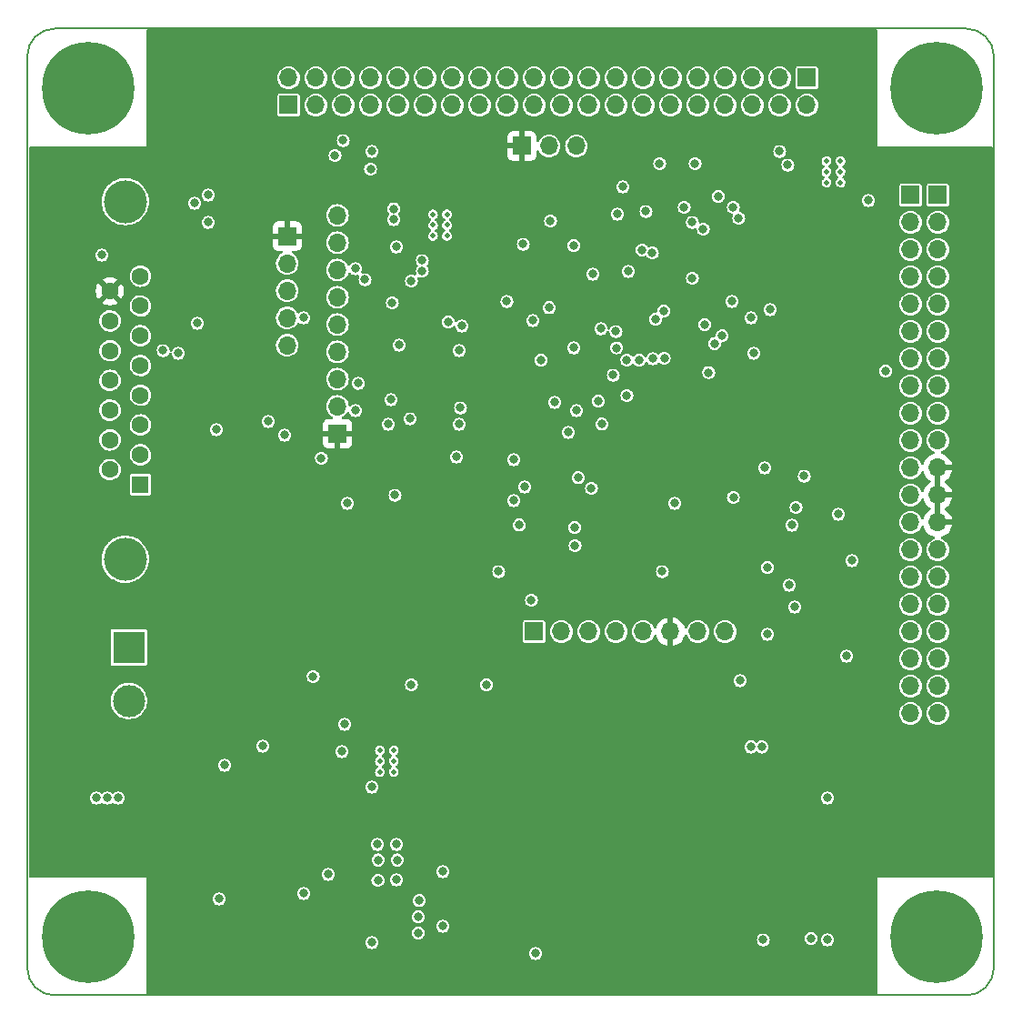
<source format=gbr>
%TF.GenerationSoftware,KiCad,Pcbnew,(6.0.7)*%
%TF.CreationDate,2023-01-27T10:25:26-08:00*%
%TF.ProjectId,FlightComputer,466c6967-6874-4436-9f6d-70757465722e,rev?*%
%TF.SameCoordinates,Original*%
%TF.FileFunction,Copper,L3,Inr*%
%TF.FilePolarity,Positive*%
%FSLAX46Y46*%
G04 Gerber Fmt 4.6, Leading zero omitted, Abs format (unit mm)*
G04 Created by KiCad (PCBNEW (6.0.7)) date 2023-01-27 10:25:26*
%MOMM*%
%LPD*%
G01*
G04 APERTURE LIST*
%TA.AperFunction,Profile*%
%ADD10C,0.200000*%
%TD*%
%TA.AperFunction,ComponentPad*%
%ADD11C,0.500000*%
%TD*%
%TA.AperFunction,ComponentPad*%
%ADD12C,0.900000*%
%TD*%
%TA.AperFunction,ComponentPad*%
%ADD13C,8.600000*%
%TD*%
%TA.AperFunction,ComponentPad*%
%ADD14R,1.700000X1.700000*%
%TD*%
%TA.AperFunction,ComponentPad*%
%ADD15O,1.700000X1.700000*%
%TD*%
%TA.AperFunction,ComponentPad*%
%ADD16C,4.000000*%
%TD*%
%TA.AperFunction,ComponentPad*%
%ADD17R,1.600000X1.600000*%
%TD*%
%TA.AperFunction,ComponentPad*%
%ADD18C,1.600000*%
%TD*%
%TA.AperFunction,ComponentPad*%
%ADD19R,3.000000X3.000000*%
%TD*%
%TA.AperFunction,ComponentPad*%
%ADD20C,3.000000*%
%TD*%
%TA.AperFunction,ViaPad*%
%ADD21C,0.800000*%
%TD*%
G04 APERTURE END LIST*
D10*
X227330000Y-148166000D02*
X142410000Y-148166000D01*
X229870000Y-60706000D02*
X229870000Y-145626000D01*
X229870000Y-60706000D02*
G75*
G03*
X227330000Y-58166000I-2540000J0D01*
G01*
X139870000Y-145626000D02*
X139870000Y-60706000D01*
X227330000Y-148166000D02*
G75*
G03*
X229870000Y-145626000I0J2540000D01*
G01*
X139870000Y-145626000D02*
G75*
G03*
X142410000Y-148166000I2540000J0D01*
G01*
X142410000Y-58166000D02*
X227330000Y-58166000D01*
X142410000Y-58166000D02*
G75*
G03*
X139870000Y-60706000I0J-2540000D01*
G01*
D11*
%TO.N,N/C*%
%TO.C,IC4*%
X174005000Y-127365000D03*
X172705000Y-126365000D03*
X174005000Y-126365000D03*
X172705000Y-127365000D03*
X172705000Y-125365000D03*
X174005000Y-125365000D03*
%TD*%
%TO.N,N/C*%
%TO.C,IC3*%
X215599000Y-71489000D03*
X215599000Y-72489000D03*
X214299000Y-71489000D03*
X215599000Y-70489000D03*
X214299000Y-72489000D03*
X214299000Y-70489000D03*
%TD*%
D12*
%TO.N,GND*%
%TO.C,H4*%
X145542000Y-139523000D03*
X145542000Y-145973000D03*
X147822419Y-140467581D03*
D13*
X145542000Y-142748000D03*
D12*
X143261581Y-145028419D03*
X142317000Y-142748000D03*
X143261581Y-140467581D03*
X147822419Y-145028419D03*
X148767000Y-142748000D03*
%TD*%
D14*
%TO.N,PE0*%
%TO.C,J8*%
X164211000Y-65278000D03*
D15*
%TO.N,PE1*%
X166751000Y-65278000D03*
%TO.N,PE2*%
X169291000Y-65278000D03*
%TO.N,PE3*%
X171831000Y-65278000D03*
%TO.N,PE4*%
X174371000Y-65278000D03*
%TO.N,PE5*%
X176911000Y-65278000D03*
%TO.N,PE6*%
X179451000Y-65278000D03*
%TO.N,ADC3_IN1*%
X181991000Y-65278000D03*
%TO.N,ADC3_IN2*%
X184531000Y-65278000D03*
%TO.N,ADC3_IN3*%
X187071000Y-65278000D03*
%TO.N,DAC_OUT1*%
X189611000Y-65278000D03*
%TO.N,PE7*%
X192151000Y-65278000D03*
%TO.N,PE8*%
X194691000Y-65278000D03*
%TO.N,unconnected-(J8-Pad14)*%
X197231000Y-65278000D03*
%TO.N,PE10*%
X199771000Y-65278000D03*
%TO.N,PE11*%
X202311000Y-65278000D03*
%TO.N,PE12*%
X204851000Y-65278000D03*
%TO.N,PE13*%
X207391000Y-65278000D03*
%TO.N,PE14*%
X209931000Y-65278000D03*
%TO.N,PE15*%
X212471000Y-65278000D03*
%TD*%
D12*
%TO.N,GND*%
%TO.C,H2*%
X222255581Y-61473581D03*
X224536000Y-60529000D03*
X226816419Y-66034419D03*
X227761000Y-63754000D03*
X222255581Y-66034419D03*
X224536000Y-66979000D03*
D13*
X224536000Y-63754000D03*
D12*
X221311000Y-63754000D03*
X226816419Y-61473581D03*
%TD*%
D14*
%TO.N,+3.3V*%
%TO.C,J4*%
X164084000Y-77475000D03*
D15*
%TO.N,GND*%
X164084000Y-80015000D03*
%TO.N,I2C1_SDA*%
X164084000Y-82555000D03*
%TO.N,I2C1_SCL*%
X164084000Y-85095000D03*
%TO.N,unconnected-(J4-Pad5)*%
X164084000Y-87635000D03*
%TD*%
D14*
%TO.N,I2C1_SCL*%
%TO.C,J11*%
X212471000Y-62738000D03*
D15*
%TO.N,I2C1_SDA*%
X209931000Y-62738000D03*
%TO.N,GND*%
X207391000Y-62738000D03*
%TO.N,unconnected-(J11-Pad4)*%
X204851000Y-62738000D03*
%TO.N,unconnected-(J11-Pad5)*%
X202311000Y-62738000D03*
%TO.N,unconnected-(J11-Pad6)*%
X199771000Y-62738000D03*
%TO.N,GND*%
X197231000Y-62738000D03*
%TO.N,I2C2_SCL*%
X194691000Y-62738000D03*
%TO.N,I2C2_SDA*%
X192151000Y-62738000D03*
%TO.N,unconnected-(J11-Pad10)*%
X189611000Y-62738000D03*
%TO.N,unconnected-(J11-Pad11)*%
X187071000Y-62738000D03*
%TO.N,GND*%
X184531000Y-62738000D03*
X181991000Y-62738000D03*
%TO.N,unconnected-(J11-Pad14)*%
X179451000Y-62738000D03*
%TO.N,unconnected-(J11-Pad15)*%
X176911000Y-62738000D03*
%TO.N,ADC3_IN10*%
X174371000Y-62738000D03*
%TO.N,ADC3_IN11*%
X171831000Y-62738000D03*
%TO.N,ADC3_IN12*%
X169291000Y-62738000D03*
%TO.N,ADC3_IN13*%
X166751000Y-62738000D03*
%TO.N,GND*%
X164211000Y-62738000D03*
%TD*%
D14*
%TO.N,+3.3V*%
%TO.C,J6*%
X168758000Y-95875000D03*
D15*
%TO.N,GND*%
X168758000Y-93335000D03*
%TO.N,SPI1_SCK*%
X168758000Y-90795000D03*
%TO.N,SPI1_MOSI*%
X168758000Y-88255000D03*
%TO.N,SPI1_MISO*%
X168758000Y-85715000D03*
%TO.N,CS2*%
X168758000Y-83175000D03*
%TO.N,GND*%
X168758000Y-80635000D03*
%TO.N,unconnected-(J6-Pad8)*%
X168758000Y-78095000D03*
%TO.N,unconnected-(J6-Pad9)*%
X168758000Y-75555000D03*
%TD*%
D11*
%TO.N,N/C*%
%TO.C,IC2*%
X178958000Y-76454000D03*
X177658000Y-77454000D03*
X177658000Y-76454000D03*
X178958000Y-77454000D03*
X177658000Y-75454000D03*
X178958000Y-75454000D03*
%TD*%
D14*
%TO.N,+3.3V*%
%TO.C,J12*%
X185928000Y-69088000D03*
D15*
%TO.N,Net-(J12-Pad2)*%
X188468000Y-69088000D03*
%TO.N,GND*%
X191008000Y-69088000D03*
%TD*%
D13*
%TO.N,GND*%
%TO.C,H3*%
X224536000Y-142748000D03*
D12*
X221311000Y-142748000D03*
X227761000Y-142748000D03*
X222255581Y-145028419D03*
X226816419Y-145028419D03*
X224536000Y-139523000D03*
X224536000Y-145973000D03*
X222255581Y-140467581D03*
X226816419Y-140467581D03*
%TD*%
%TO.N,GND*%
%TO.C,H1*%
X142317000Y-63754000D03*
X143261581Y-61473581D03*
X145542000Y-60529000D03*
X145542000Y-66979000D03*
D13*
X145542000Y-63754000D03*
D12*
X148767000Y-63754000D03*
X143261581Y-66034419D03*
X147822419Y-61473581D03*
X147822419Y-66034419D03*
%TD*%
D14*
%TO.N,CS1*%
%TO.C,J7*%
X187071000Y-114300000D03*
D15*
%TO.N,SPI1_MOSI*%
X189611000Y-114300000D03*
%TO.N,SPI1_MISO*%
X192151000Y-114300000D03*
%TO.N,SPI1_SCK*%
X194691000Y-114300000D03*
%TO.N,GND*%
X197231000Y-114300000D03*
%TO.N,+3.3V*%
X199771000Y-114300000D03*
%TO.N,I2C1_SDA*%
X202311000Y-114300000D03*
%TO.N,I2C1_SCL*%
X204851000Y-114300000D03*
%TD*%
D16*
%TO.N,N/C*%
%TO.C,J5*%
X148995331Y-107562000D03*
X148995331Y-74262000D03*
D17*
%TO.N,RFM_UART_TX*%
X150415331Y-100607000D03*
D18*
%TO.N,RFM_UART_RX*%
X150415331Y-97837000D03*
%TO.N,RFM_TX_EMPTY*%
X150415331Y-95067000D03*
%TO.N,RFM_RX_EMPTY*%
X150415331Y-92297000D03*
%TO.N,CC2500_UART_TX*%
X150415331Y-89527000D03*
%TO.N,CC2500_UART_RX*%
X150415331Y-86757000D03*
%TO.N,CC2500_TX_EMPTY*%
X150415331Y-83987000D03*
%TO.N,CC2500_RX_EMPTY*%
X150415331Y-81217000D03*
%TO.N,+5V*%
X147575331Y-99222000D03*
%TO.N,RFM_TX_OVERFLOW*%
X147575331Y-96452000D03*
%TO.N,RFM_RX_OVERFLOW*%
X147575331Y-93682000D03*
%TO.N,GND*%
X147575331Y-90912000D03*
%TO.N,CC2500_TX_OVERFLOW*%
X147575331Y-88142000D03*
%TO.N,CC2500_RX_OVERFLOW*%
X147575331Y-85372000D03*
%TO.N,+3.3V*%
X147575331Y-82602000D03*
%TD*%
D19*
%TO.N,VIN*%
%TO.C,J1*%
X149332500Y-115752500D03*
D20*
%TO.N,GND*%
X149332500Y-120752500D03*
%TD*%
D14*
%TO.N,PC8*%
%TO.C,J10*%
X224663000Y-73660000D03*
D15*
%TO.N,PC9*%
X224663000Y-76200000D03*
%TO.N,PC15*%
X224663000Y-78740000D03*
%TO.N,GND*%
X224663000Y-81280000D03*
X224663000Y-83820000D03*
X224663000Y-86360000D03*
X224663000Y-88900000D03*
X224663000Y-91440000D03*
X224663000Y-93980000D03*
X224663000Y-96520000D03*
%TO.N,+3.3V*%
X224663000Y-99060000D03*
X224663000Y-101600000D03*
X224663000Y-104140000D03*
%TO.N,+5V*%
X224663000Y-106680000D03*
X224663000Y-109220000D03*
%TO.N,VIN*%
X224663000Y-111760000D03*
X224663000Y-114300000D03*
%TO.N,GND*%
X224663000Y-116840000D03*
X224663000Y-119380000D03*
X224663000Y-121920000D03*
%TD*%
D14*
%TO.N,unconnected-(J9-Pad1)*%
%TO.C,J9*%
X222123000Y-73660000D03*
D15*
%TO.N,unconnected-(J9-Pad2)*%
X222123000Y-76200000D03*
%TO.N,GND*%
X222123000Y-78740000D03*
%TO.N,PD3*%
X222123000Y-81280000D03*
%TO.N,PD4*%
X222123000Y-83820000D03*
%TO.N,UART2_TX*%
X222123000Y-86360000D03*
%TO.N,UART2_RX*%
X222123000Y-88900000D03*
%TO.N,PD7*%
X222123000Y-91440000D03*
%TO.N,PD15*%
X222123000Y-93980000D03*
%TO.N,PD14*%
X222123000Y-96520000D03*
%TO.N,PD13*%
X222123000Y-99060000D03*
%TO.N,PD12*%
X222123000Y-101600000D03*
%TO.N,PD11*%
X222123000Y-104140000D03*
%TO.N,PD10*%
X222123000Y-106680000D03*
%TO.N,SPI2_MOSI*%
X222123000Y-109220000D03*
%TO.N,SPI2_MISO*%
X222123000Y-111760000D03*
%TO.N,SPI2_SCK*%
X222123000Y-114300000D03*
%TO.N,unconnected-(J9-Pad18)*%
X222123000Y-116840000D03*
%TO.N,unconnected-(J9-Pad19)*%
X222123000Y-119380000D03*
%TO.N,unconnected-(J9-Pad20)*%
X222123000Y-121920000D03*
%TD*%
D21*
%TO.N,SPI1_SCK*%
X170708500Y-91186000D03*
X190246000Y-95758000D03*
X190839477Y-104606477D03*
%TO.N,SPI1_MISO*%
X185166000Y-102108000D03*
X185674000Y-104381500D03*
%TO.N,CS2*%
X169672000Y-102362000D03*
X174117000Y-101600000D03*
%TO.N,+5V*%
X158242000Y-126746000D03*
X146304000Y-129794000D03*
X161798000Y-124968000D03*
X148336000Y-129794000D03*
X147320000Y-129794000D03*
%TO.N,EN1*%
X167894000Y-136906000D03*
X187198000Y-144272000D03*
X171958000Y-143256000D03*
%TO.N,EN2*%
X176374951Y-139347049D03*
X178562000Y-136652000D03*
%TO.N,GND*%
X218186000Y-74168000D03*
X178562000Y-141732000D03*
X174315000Y-135565000D03*
X165608000Y-138684000D03*
X172537000Y-135565000D03*
X174244000Y-134112000D03*
X172523500Y-137471500D03*
X180340000Y-85852000D03*
X175514000Y-94488000D03*
X179832000Y-98044000D03*
X174244000Y-137414000D03*
X200152000Y-102362000D03*
X170434000Y-80518000D03*
X179070000Y-85471000D03*
X208407000Y-143002000D03*
X180086000Y-88138000D03*
X214376000Y-143002000D03*
X174244000Y-78486000D03*
X186182000Y-100838000D03*
X172466000Y-134112000D03*
X166497000Y-118491000D03*
X186055000Y-78232000D03*
X157734000Y-139192000D03*
X170434000Y-93726000D03*
X205486000Y-83566000D03*
X212852000Y-142855498D03*
X205625500Y-101809692D03*
X171958000Y-128778000D03*
X180086000Y-94996000D03*
X216154000Y-116586000D03*
X214376000Y-129794000D03*
%TO.N,I2C2_SDA*%
X202057000Y-70739000D03*
X199188500Y-88884628D03*
%TO.N,I2C2_SCL*%
X198120000Y-88900000D03*
X198755000Y-70739000D03*
%TO.N,I2C1_SDA*%
X215392000Y-103378000D03*
X169418000Y-122936000D03*
X173990000Y-74946497D03*
X209931000Y-69596000D03*
X195326000Y-72898000D03*
%TO.N,I2C1_SCL*%
X210693000Y-70866000D03*
X216662000Y-107696000D03*
X171323000Y-81534000D03*
X197485000Y-75184000D03*
X165608000Y-85090000D03*
X173990000Y-75946000D03*
X169164000Y-125476000D03*
%TO.N,CS1*%
X208534000Y-99060000D03*
X207518000Y-88392000D03*
X199009000Y-108712000D03*
%TO.N,USB_D+*%
X204570685Y-86767315D03*
X208273600Y-125045100D03*
%TO.N,USB_D-*%
X203861315Y-87476685D03*
X207270400Y-125045100D03*
%TO.N,NEN1*%
X176276000Y-142354500D03*
X186817000Y-111379000D03*
X182626000Y-119253000D03*
X194762925Y-87885990D03*
%TO.N,NEN2*%
X176276000Y-140855500D03*
X175641000Y-119253000D03*
X183769000Y-108712000D03*
X194691000Y-86360000D03*
%TO.N,+3.3V*%
X182165000Y-85852000D03*
X186182000Y-81026000D03*
X188468000Y-100076000D03*
X176530000Y-97536000D03*
X201930000Y-83058000D03*
X193294000Y-133350000D03*
X193548000Y-76200000D03*
X197104000Y-107696000D03*
X217551000Y-68961000D03*
X194310000Y-133350000D03*
X194310000Y-130810000D03*
X182372000Y-88138000D03*
X193294000Y-130810000D03*
X170434000Y-96012000D03*
X200152000Y-100584000D03*
X216154000Y-114046000D03*
X182372000Y-75946000D03*
%TO.N,PE2*%
X176657000Y-79756000D03*
X169291000Y-68580000D03*
%TO.N,PE3*%
X176657000Y-80755503D03*
X171958000Y-69596000D03*
%TO.N,PE4*%
X175641000Y-81661000D03*
X171843500Y-71247000D03*
%TO.N,RFM_RX_OVERFLOW*%
X184531000Y-83565500D03*
X156718000Y-76200000D03*
X186944000Y-85344000D03*
%TO.N,RFM_TX_OVERFLOW*%
X146812000Y-79248000D03*
%TO.N,NRST*%
X187706000Y-89027000D03*
X190766500Y-87884000D03*
X195707000Y-92329000D03*
X206248000Y-118872000D03*
%TO.N,ADC3_IN13*%
X173863000Y-83693000D03*
X168529000Y-69977000D03*
X174498000Y-87630000D03*
X180213000Y-93472000D03*
%TO.N,DAC_OUT1*%
X188976000Y-92964000D03*
X188595000Y-76073000D03*
%TO.N,CC2500_RX_EMPTY*%
X191163117Y-99980677D03*
X153924000Y-88392000D03*
%TO.N,CC2500_TX_EMPTY*%
X152527000Y-88138000D03*
X192405000Y-100965000D03*
%TO.N,PE7*%
X190754000Y-78359000D03*
X191008000Y-93726000D03*
%TO.N,PE8*%
X193368317Y-94983500D03*
X194818000Y-75438000D03*
%TO.N,PE10*%
X201041000Y-74803000D03*
X193294000Y-86106000D03*
X204216000Y-73787000D03*
%TO.N,PE11*%
X195707000Y-89027000D03*
X201803000Y-76200000D03*
X205613000Y-74803000D03*
%TO.N,PE12*%
X196850000Y-89027000D03*
X202819000Y-76835000D03*
X206121000Y-75819000D03*
%TO.N,PE13*%
X211074000Y-104394000D03*
%TO.N,PE14*%
X211455000Y-102743000D03*
%TO.N,PE15*%
X212217000Y-99822000D03*
%TO.N,PC9*%
X219799500Y-90043000D03*
%TO.N,SYS_JTMS-SWDIO*%
X202946000Y-85711787D03*
X211328000Y-112014000D03*
%TO.N,SYS_JTCK-SWCLK*%
X201803000Y-81407000D03*
X210820000Y-109982000D03*
%TO.N,CC2500_UART_TX*%
X155702000Y-85598000D03*
X198080775Y-79057554D03*
%TO.N,CC2500_UART_RX*%
X197125977Y-78761977D03*
%TO.N,RFM_UART_TX*%
X195834000Y-80772000D03*
X157480000Y-95504000D03*
%TO.N,RFM_UART_RX*%
X192532000Y-81026000D03*
X162306000Y-94742000D03*
%TO.N,UART2_TX*%
X209042000Y-84328000D03*
X199136000Y-84455000D03*
%TO.N,UART2_RX*%
X198374000Y-85204500D03*
X207264000Y-85090000D03*
%TO.N,PD7*%
X194437000Y-90424000D03*
X203327000Y-90173500D03*
%TO.N,SYS_JTDO-TRACESWO*%
X193040000Y-92837000D03*
X190881000Y-106299000D03*
X208788000Y-114554000D03*
X208788000Y-108331000D03*
%TO.N,RFM_TX_EMPTY*%
X185166000Y-98298000D03*
X163830000Y-96012000D03*
%TO.N,RFM_RX_EMPTY*%
X167259000Y-98171000D03*
X173736000Y-92710000D03*
X188468000Y-84148500D03*
X173482000Y-94996000D03*
%TO.N,CC2500_RX_OVERFLOW*%
X156718000Y-73660000D03*
%TO.N,CC2500_TX_OVERFLOW*%
X155448000Y-74422000D03*
%TD*%
%TA.AperFunction,Conductor*%
%TO.N,+3.3V*%
G36*
X218945121Y-58187002D02*
G01*
X218991614Y-58240658D01*
X219003000Y-58293000D01*
X219003000Y-69166000D01*
X229743000Y-69166000D01*
X229811121Y-69186002D01*
X229857614Y-69239658D01*
X229869000Y-69292000D01*
X229869000Y-137040000D01*
X229848998Y-137108121D01*
X229795342Y-137154614D01*
X229743000Y-137166000D01*
X219003000Y-137166000D01*
X219003000Y-148039000D01*
X218982998Y-148107121D01*
X218929342Y-148153614D01*
X218877000Y-148165000D01*
X151129000Y-148165000D01*
X151060879Y-148144998D01*
X151014386Y-148091342D01*
X151003000Y-148039000D01*
X151003000Y-144272000D01*
X186592318Y-144272000D01*
X186612956Y-144428762D01*
X186673464Y-144574841D01*
X186769718Y-144700282D01*
X186895159Y-144796536D01*
X187041238Y-144857044D01*
X187198000Y-144877682D01*
X187206188Y-144876604D01*
X187346574Y-144858122D01*
X187354762Y-144857044D01*
X187500841Y-144796536D01*
X187626282Y-144700282D01*
X187722536Y-144574841D01*
X187783044Y-144428762D01*
X187803682Y-144272000D01*
X187783044Y-144115238D01*
X187722536Y-143969159D01*
X187626282Y-143843718D01*
X187500841Y-143747464D01*
X187354762Y-143686956D01*
X187198000Y-143666318D01*
X187041238Y-143686956D01*
X186895159Y-143747464D01*
X186769718Y-143843718D01*
X186673464Y-143969159D01*
X186612956Y-144115238D01*
X186592318Y-144272000D01*
X151003000Y-144272000D01*
X151003000Y-143256000D01*
X171352318Y-143256000D01*
X171372956Y-143412762D01*
X171433464Y-143558841D01*
X171529718Y-143684282D01*
X171655159Y-143780536D01*
X171801238Y-143841044D01*
X171958000Y-143861682D01*
X171966188Y-143860604D01*
X172106574Y-143842122D01*
X172114762Y-143841044D01*
X172260841Y-143780536D01*
X172386282Y-143684282D01*
X172482536Y-143558841D01*
X172543044Y-143412762D01*
X172563682Y-143256000D01*
X172543044Y-143099238D01*
X172502767Y-143002000D01*
X207801318Y-143002000D01*
X207821956Y-143158762D01*
X207882464Y-143304841D01*
X207978718Y-143430282D01*
X208104159Y-143526536D01*
X208250238Y-143587044D01*
X208407000Y-143607682D01*
X208415188Y-143606604D01*
X208555574Y-143588122D01*
X208563762Y-143587044D01*
X208709841Y-143526536D01*
X208835282Y-143430282D01*
X208931536Y-143304841D01*
X208992044Y-143158762D01*
X209012682Y-143002000D01*
X208993395Y-142855498D01*
X212246318Y-142855498D01*
X212266956Y-143012260D01*
X212327464Y-143158339D01*
X212423718Y-143283780D01*
X212549159Y-143380034D01*
X212695238Y-143440542D01*
X212852000Y-143461180D01*
X212860188Y-143460102D01*
X213000574Y-143441620D01*
X213008762Y-143440542D01*
X213154841Y-143380034D01*
X213280282Y-143283780D01*
X213376536Y-143158339D01*
X213437044Y-143012260D01*
X213438395Y-143002000D01*
X213770318Y-143002000D01*
X213790956Y-143158762D01*
X213851464Y-143304841D01*
X213947718Y-143430282D01*
X214073159Y-143526536D01*
X214219238Y-143587044D01*
X214376000Y-143607682D01*
X214384188Y-143606604D01*
X214524574Y-143588122D01*
X214532762Y-143587044D01*
X214678841Y-143526536D01*
X214804282Y-143430282D01*
X214900536Y-143304841D01*
X214961044Y-143158762D01*
X214981682Y-143002000D01*
X214961044Y-142845238D01*
X214900536Y-142699159D01*
X214804282Y-142573718D01*
X214678841Y-142477464D01*
X214532762Y-142416956D01*
X214376000Y-142396318D01*
X214219238Y-142416956D01*
X214073159Y-142477464D01*
X213947718Y-142573718D01*
X213851464Y-142699159D01*
X213790956Y-142845238D01*
X213770318Y-143002000D01*
X213438395Y-143002000D01*
X213457682Y-142855498D01*
X213437044Y-142698736D01*
X213376536Y-142552657D01*
X213280282Y-142427216D01*
X213154841Y-142330962D01*
X213008762Y-142270454D01*
X212852000Y-142249816D01*
X212695238Y-142270454D01*
X212549159Y-142330962D01*
X212423718Y-142427216D01*
X212327464Y-142552657D01*
X212266956Y-142698736D01*
X212246318Y-142855498D01*
X208993395Y-142855498D01*
X208992044Y-142845238D01*
X208931536Y-142699159D01*
X208835282Y-142573718D01*
X208709841Y-142477464D01*
X208563762Y-142416956D01*
X208407000Y-142396318D01*
X208250238Y-142416956D01*
X208104159Y-142477464D01*
X207978718Y-142573718D01*
X207882464Y-142699159D01*
X207821956Y-142845238D01*
X207801318Y-143002000D01*
X172502767Y-143002000D01*
X172482536Y-142953159D01*
X172386282Y-142827718D01*
X172260841Y-142731464D01*
X172114762Y-142670956D01*
X171958000Y-142650318D01*
X171801238Y-142670956D01*
X171655159Y-142731464D01*
X171529718Y-142827718D01*
X171433464Y-142953159D01*
X171372956Y-143099238D01*
X171352318Y-143256000D01*
X151003000Y-143256000D01*
X151003000Y-142354500D01*
X175670318Y-142354500D01*
X175690956Y-142511262D01*
X175751464Y-142657341D01*
X175847718Y-142782782D01*
X175973159Y-142879036D01*
X176119238Y-142939544D01*
X176276000Y-142960182D01*
X176284188Y-142959104D01*
X176424574Y-142940622D01*
X176432762Y-142939544D01*
X176578841Y-142879036D01*
X176704282Y-142782782D01*
X176800536Y-142657341D01*
X176861044Y-142511262D01*
X176881682Y-142354500D01*
X176861044Y-142197738D01*
X176800536Y-142051659D01*
X176704282Y-141926218D01*
X176578841Y-141829964D01*
X176432762Y-141769456D01*
X176276000Y-141748818D01*
X176119238Y-141769456D01*
X175973159Y-141829964D01*
X175847718Y-141926218D01*
X175751464Y-142051659D01*
X175690956Y-142197738D01*
X175670318Y-142354500D01*
X151003000Y-142354500D01*
X151003000Y-141732000D01*
X177956318Y-141732000D01*
X177976956Y-141888762D01*
X178037464Y-142034841D01*
X178133718Y-142160282D01*
X178259159Y-142256536D01*
X178405238Y-142317044D01*
X178562000Y-142337682D01*
X178570188Y-142336604D01*
X178574860Y-142335989D01*
X178718762Y-142317044D01*
X178864841Y-142256536D01*
X178990282Y-142160282D01*
X179086536Y-142034841D01*
X179147044Y-141888762D01*
X179167682Y-141732000D01*
X179147044Y-141575238D01*
X179086536Y-141429159D01*
X178990282Y-141303718D01*
X178864841Y-141207464D01*
X178718762Y-141146956D01*
X178562000Y-141126318D01*
X178405238Y-141146956D01*
X178259159Y-141207464D01*
X178133718Y-141303718D01*
X178037464Y-141429159D01*
X177976956Y-141575238D01*
X177956318Y-141732000D01*
X151003000Y-141732000D01*
X151003000Y-140855500D01*
X175670318Y-140855500D01*
X175690956Y-141012262D01*
X175751464Y-141158341D01*
X175847718Y-141283782D01*
X175973159Y-141380036D01*
X176119238Y-141440544D01*
X176276000Y-141461182D01*
X176284188Y-141460104D01*
X176424574Y-141441622D01*
X176432762Y-141440544D01*
X176578841Y-141380036D01*
X176704282Y-141283782D01*
X176800536Y-141158341D01*
X176861044Y-141012262D01*
X176881682Y-140855500D01*
X176861044Y-140698738D01*
X176800536Y-140552659D01*
X176704282Y-140427218D01*
X176578841Y-140330964D01*
X176432762Y-140270456D01*
X176276000Y-140249818D01*
X176119238Y-140270456D01*
X175973159Y-140330964D01*
X175847718Y-140427218D01*
X175751464Y-140552659D01*
X175690956Y-140698738D01*
X175670318Y-140855500D01*
X151003000Y-140855500D01*
X151003000Y-139192000D01*
X157128318Y-139192000D01*
X157129396Y-139200188D01*
X157147653Y-139338861D01*
X157148956Y-139348762D01*
X157209464Y-139494841D01*
X157305718Y-139620282D01*
X157431159Y-139716536D01*
X157577238Y-139777044D01*
X157734000Y-139797682D01*
X157742188Y-139796604D01*
X157882574Y-139778122D01*
X157890762Y-139777044D01*
X158036841Y-139716536D01*
X158162282Y-139620282D01*
X158258536Y-139494841D01*
X158319044Y-139348762D01*
X158319270Y-139347049D01*
X175769269Y-139347049D01*
X175789907Y-139503811D01*
X175850415Y-139649890D01*
X175946669Y-139775331D01*
X176072110Y-139871585D01*
X176218189Y-139932093D01*
X176374951Y-139952731D01*
X176383139Y-139951653D01*
X176523525Y-139933171D01*
X176531713Y-139932093D01*
X176677792Y-139871585D01*
X176803233Y-139775331D01*
X176899487Y-139649890D01*
X176959995Y-139503811D01*
X176980633Y-139347049D01*
X176961736Y-139203509D01*
X176961073Y-139198475D01*
X176959995Y-139190287D01*
X176899487Y-139044208D01*
X176803233Y-138918767D01*
X176677792Y-138822513D01*
X176531713Y-138762005D01*
X176481399Y-138755381D01*
X176383139Y-138742445D01*
X176374951Y-138741367D01*
X176366763Y-138742445D01*
X176268504Y-138755381D01*
X176218189Y-138762005D01*
X176072110Y-138822513D01*
X175946669Y-138918767D01*
X175850415Y-139044208D01*
X175789907Y-139190287D01*
X175788829Y-139198475D01*
X175788166Y-139203509D01*
X175769269Y-139347049D01*
X158319270Y-139347049D01*
X158320348Y-139338861D01*
X158338604Y-139200188D01*
X158339682Y-139192000D01*
X158319044Y-139035238D01*
X158258536Y-138889159D01*
X158162282Y-138763718D01*
X158058391Y-138684000D01*
X165002318Y-138684000D01*
X165022956Y-138840762D01*
X165083464Y-138986841D01*
X165179718Y-139112282D01*
X165305159Y-139208536D01*
X165451238Y-139269044D01*
X165608000Y-139289682D01*
X165616188Y-139288604D01*
X165756574Y-139270122D01*
X165764762Y-139269044D01*
X165910841Y-139208536D01*
X166036282Y-139112282D01*
X166132536Y-138986841D01*
X166193044Y-138840762D01*
X166213682Y-138684000D01*
X166193044Y-138527238D01*
X166132536Y-138381159D01*
X166036282Y-138255718D01*
X165910841Y-138159464D01*
X165764762Y-138098956D01*
X165608000Y-138078318D01*
X165451238Y-138098956D01*
X165305159Y-138159464D01*
X165179718Y-138255718D01*
X165083464Y-138381159D01*
X165022956Y-138527238D01*
X165002318Y-138684000D01*
X158058391Y-138684000D01*
X158036841Y-138667464D01*
X157890762Y-138606956D01*
X157734000Y-138586318D01*
X157577238Y-138606956D01*
X157431159Y-138667464D01*
X157305718Y-138763718D01*
X157209464Y-138889159D01*
X157148956Y-139035238D01*
X157128318Y-139192000D01*
X151003000Y-139192000D01*
X151003000Y-137166000D01*
X140129000Y-137166000D01*
X140060879Y-137145998D01*
X140014386Y-137092342D01*
X140003000Y-137040000D01*
X140003000Y-136906000D01*
X167288318Y-136906000D01*
X167308956Y-137062762D01*
X167369464Y-137208841D01*
X167465718Y-137334282D01*
X167591159Y-137430536D01*
X167737238Y-137491044D01*
X167894000Y-137511682D01*
X167902188Y-137510604D01*
X168042574Y-137492122D01*
X168050762Y-137491044D01*
X168097945Y-137471500D01*
X171917818Y-137471500D01*
X171938456Y-137628262D01*
X171998964Y-137774341D01*
X172095218Y-137899782D01*
X172220659Y-137996036D01*
X172366738Y-138056544D01*
X172523500Y-138077182D01*
X172531688Y-138076104D01*
X172672074Y-138057622D01*
X172680262Y-138056544D01*
X172826341Y-137996036D01*
X172951782Y-137899782D01*
X173048036Y-137774341D01*
X173108544Y-137628262D01*
X173129182Y-137471500D01*
X173121612Y-137414000D01*
X173638318Y-137414000D01*
X173658956Y-137570762D01*
X173719464Y-137716841D01*
X173815718Y-137842282D01*
X173941159Y-137938536D01*
X174087238Y-137999044D01*
X174244000Y-138019682D01*
X174252188Y-138018604D01*
X174392574Y-138000122D01*
X174400762Y-137999044D01*
X174546841Y-137938536D01*
X174672282Y-137842282D01*
X174768536Y-137716841D01*
X174829044Y-137570762D01*
X174849682Y-137414000D01*
X174829044Y-137257238D01*
X174768536Y-137111159D01*
X174672282Y-136985718D01*
X174546841Y-136889464D01*
X174400762Y-136828956D01*
X174244000Y-136808318D01*
X174087238Y-136828956D01*
X173941159Y-136889464D01*
X173815718Y-136985718D01*
X173719464Y-137111159D01*
X173658956Y-137257238D01*
X173638318Y-137414000D01*
X173121612Y-137414000D01*
X173108544Y-137314738D01*
X173048036Y-137168659D01*
X172951782Y-137043218D01*
X172826341Y-136946964D01*
X172680262Y-136886456D01*
X172523500Y-136865818D01*
X172366738Y-136886456D01*
X172220659Y-136946964D01*
X172095218Y-137043218D01*
X171998964Y-137168659D01*
X171938456Y-137314738D01*
X171917818Y-137471500D01*
X168097945Y-137471500D01*
X168196841Y-137430536D01*
X168322282Y-137334282D01*
X168418536Y-137208841D01*
X168479044Y-137062762D01*
X168499682Y-136906000D01*
X168479044Y-136749238D01*
X168438767Y-136652000D01*
X177956318Y-136652000D01*
X177976956Y-136808762D01*
X178037464Y-136954841D01*
X178133718Y-137080282D01*
X178259159Y-137176536D01*
X178405238Y-137237044D01*
X178562000Y-137257682D01*
X178570188Y-137256604D01*
X178710574Y-137238122D01*
X178718762Y-137237044D01*
X178864841Y-137176536D01*
X178990282Y-137080282D01*
X179086536Y-136954841D01*
X179147044Y-136808762D01*
X179167682Y-136652000D01*
X179147044Y-136495238D01*
X179086536Y-136349159D01*
X178990282Y-136223718D01*
X178864841Y-136127464D01*
X178718762Y-136066956D01*
X178562000Y-136046318D01*
X178405238Y-136066956D01*
X178259159Y-136127464D01*
X178133718Y-136223718D01*
X178037464Y-136349159D01*
X177976956Y-136495238D01*
X177956318Y-136652000D01*
X168438767Y-136652000D01*
X168418536Y-136603159D01*
X168322282Y-136477718D01*
X168196841Y-136381464D01*
X168050762Y-136320956D01*
X167894000Y-136300318D01*
X167737238Y-136320956D01*
X167591159Y-136381464D01*
X167465718Y-136477718D01*
X167369464Y-136603159D01*
X167308956Y-136749238D01*
X167288318Y-136906000D01*
X140003000Y-136906000D01*
X140003000Y-135565000D01*
X171931318Y-135565000D01*
X171951956Y-135721762D01*
X172012464Y-135867841D01*
X172108718Y-135993282D01*
X172234159Y-136089536D01*
X172380238Y-136150044D01*
X172537000Y-136170682D01*
X172545188Y-136169604D01*
X172685574Y-136151122D01*
X172693762Y-136150044D01*
X172839841Y-136089536D01*
X172965282Y-135993282D01*
X173061536Y-135867841D01*
X173122044Y-135721762D01*
X173142682Y-135565000D01*
X173709318Y-135565000D01*
X173729956Y-135721762D01*
X173790464Y-135867841D01*
X173886718Y-135993282D01*
X174012159Y-136089536D01*
X174158238Y-136150044D01*
X174315000Y-136170682D01*
X174323188Y-136169604D01*
X174463574Y-136151122D01*
X174471762Y-136150044D01*
X174617841Y-136089536D01*
X174743282Y-135993282D01*
X174839536Y-135867841D01*
X174900044Y-135721762D01*
X174920682Y-135565000D01*
X174900044Y-135408238D01*
X174839536Y-135262159D01*
X174743282Y-135136718D01*
X174617841Y-135040464D01*
X174471762Y-134979956D01*
X174322473Y-134960302D01*
X174322470Y-134960301D01*
X174315000Y-134959318D01*
X174315153Y-134958153D01*
X174291042Y-134951073D01*
X174271706Y-134963500D01*
X174252654Y-134967526D01*
X174158238Y-134979956D01*
X174012159Y-135040464D01*
X173886718Y-135136718D01*
X173790464Y-135262159D01*
X173729956Y-135408238D01*
X173709318Y-135565000D01*
X173142682Y-135565000D01*
X173122044Y-135408238D01*
X173061536Y-135262159D01*
X172965282Y-135136718D01*
X172839841Y-135040464D01*
X172693762Y-134979956D01*
X172544473Y-134960302D01*
X172544470Y-134960301D01*
X172537000Y-134959318D01*
X172537153Y-134958153D01*
X172513042Y-134951073D01*
X172493706Y-134963500D01*
X172474654Y-134967526D01*
X172380238Y-134979956D01*
X172234159Y-135040464D01*
X172108718Y-135136718D01*
X172012464Y-135262159D01*
X171951956Y-135408238D01*
X171931318Y-135565000D01*
X140003000Y-135565000D01*
X140003000Y-134112000D01*
X171860318Y-134112000D01*
X171880956Y-134268762D01*
X171941464Y-134414841D01*
X172037718Y-134540282D01*
X172163159Y-134636536D01*
X172309238Y-134697044D01*
X172458527Y-134716698D01*
X172458530Y-134716699D01*
X172466000Y-134717682D01*
X172465847Y-134718847D01*
X172489958Y-134725927D01*
X172509294Y-134713500D01*
X172528346Y-134709474D01*
X172614574Y-134698122D01*
X172622762Y-134697044D01*
X172768841Y-134636536D01*
X172894282Y-134540282D01*
X172990536Y-134414841D01*
X173051044Y-134268762D01*
X173071682Y-134112000D01*
X173638318Y-134112000D01*
X173658956Y-134268762D01*
X173719464Y-134414841D01*
X173815718Y-134540282D01*
X173941159Y-134636536D01*
X174087238Y-134697044D01*
X174236527Y-134716698D01*
X174236530Y-134716699D01*
X174244000Y-134717682D01*
X174243847Y-134718847D01*
X174267958Y-134725927D01*
X174287294Y-134713500D01*
X174306346Y-134709474D01*
X174392574Y-134698122D01*
X174400762Y-134697044D01*
X174546841Y-134636536D01*
X174672282Y-134540282D01*
X174768536Y-134414841D01*
X174829044Y-134268762D01*
X174849682Y-134112000D01*
X174829044Y-133955238D01*
X174768536Y-133809159D01*
X174672282Y-133683718D01*
X174546841Y-133587464D01*
X174400762Y-133526956D01*
X174244000Y-133506318D01*
X174087238Y-133526956D01*
X173941159Y-133587464D01*
X173815718Y-133683718D01*
X173719464Y-133809159D01*
X173658956Y-133955238D01*
X173638318Y-134112000D01*
X173071682Y-134112000D01*
X173051044Y-133955238D01*
X172990536Y-133809159D01*
X172894282Y-133683718D01*
X172768841Y-133587464D01*
X172622762Y-133526956D01*
X172466000Y-133506318D01*
X172309238Y-133526956D01*
X172163159Y-133587464D01*
X172037718Y-133683718D01*
X171941464Y-133809159D01*
X171880956Y-133955238D01*
X171860318Y-134112000D01*
X140003000Y-134112000D01*
X140003000Y-129794000D01*
X145698318Y-129794000D01*
X145718956Y-129950762D01*
X145779464Y-130096841D01*
X145875718Y-130222282D01*
X146001159Y-130318536D01*
X146147238Y-130379044D01*
X146304000Y-130399682D01*
X146312188Y-130398604D01*
X146452574Y-130380122D01*
X146460762Y-130379044D01*
X146606841Y-130318536D01*
X146732282Y-130222282D01*
X146733760Y-130224208D01*
X146785217Y-130196110D01*
X146856032Y-130201175D01*
X146890779Y-130223506D01*
X146891718Y-130222282D01*
X147017159Y-130318536D01*
X147163238Y-130379044D01*
X147320000Y-130399682D01*
X147328188Y-130398604D01*
X147468574Y-130380122D01*
X147476762Y-130379044D01*
X147622841Y-130318536D01*
X147748282Y-130222282D01*
X147749760Y-130224208D01*
X147801217Y-130196110D01*
X147872032Y-130201175D01*
X147906779Y-130223506D01*
X147907718Y-130222282D01*
X148033159Y-130318536D01*
X148179238Y-130379044D01*
X148336000Y-130399682D01*
X148344188Y-130398604D01*
X148484574Y-130380122D01*
X148492762Y-130379044D01*
X148638841Y-130318536D01*
X148764282Y-130222282D01*
X148860536Y-130096841D01*
X148921044Y-129950762D01*
X148941682Y-129794000D01*
X213770318Y-129794000D01*
X213790956Y-129950762D01*
X213851464Y-130096841D01*
X213947718Y-130222282D01*
X214073159Y-130318536D01*
X214219238Y-130379044D01*
X214376000Y-130399682D01*
X214384188Y-130398604D01*
X214524574Y-130380122D01*
X214532762Y-130379044D01*
X214678841Y-130318536D01*
X214804282Y-130222282D01*
X214900536Y-130096841D01*
X214961044Y-129950762D01*
X214981682Y-129794000D01*
X214961044Y-129637238D01*
X214900536Y-129491159D01*
X214804282Y-129365718D01*
X214678841Y-129269464D01*
X214532762Y-129208956D01*
X214376000Y-129188318D01*
X214219238Y-129208956D01*
X214073159Y-129269464D01*
X213947718Y-129365718D01*
X213851464Y-129491159D01*
X213790956Y-129637238D01*
X213770318Y-129794000D01*
X148941682Y-129794000D01*
X148921044Y-129637238D01*
X148860536Y-129491159D01*
X148764282Y-129365718D01*
X148638841Y-129269464D01*
X148492762Y-129208956D01*
X148336000Y-129188318D01*
X148179238Y-129208956D01*
X148033159Y-129269464D01*
X147907718Y-129365718D01*
X147906240Y-129363792D01*
X147854783Y-129391890D01*
X147783968Y-129386825D01*
X147749221Y-129364494D01*
X147748282Y-129365718D01*
X147740679Y-129359884D01*
X147622841Y-129269464D01*
X147476762Y-129208956D01*
X147320000Y-129188318D01*
X147163238Y-129208956D01*
X147017159Y-129269464D01*
X146891718Y-129365718D01*
X146890240Y-129363792D01*
X146838783Y-129391890D01*
X146767968Y-129386825D01*
X146733221Y-129364494D01*
X146732282Y-129365718D01*
X146724679Y-129359884D01*
X146606841Y-129269464D01*
X146460762Y-129208956D01*
X146304000Y-129188318D01*
X146147238Y-129208956D01*
X146001159Y-129269464D01*
X145875718Y-129365718D01*
X145779464Y-129491159D01*
X145718956Y-129637238D01*
X145698318Y-129794000D01*
X140003000Y-129794000D01*
X140003000Y-128778000D01*
X171352318Y-128778000D01*
X171372956Y-128934762D01*
X171433464Y-129080841D01*
X171529718Y-129206282D01*
X171655159Y-129302536D01*
X171801238Y-129363044D01*
X171958000Y-129383682D01*
X171966188Y-129382604D01*
X172106574Y-129364122D01*
X172114762Y-129363044D01*
X172260841Y-129302536D01*
X172386282Y-129206282D01*
X172482536Y-129080841D01*
X172543044Y-128934762D01*
X172563682Y-128778000D01*
X172543044Y-128621238D01*
X172482536Y-128475159D01*
X172386282Y-128349718D01*
X172260841Y-128253464D01*
X172114762Y-128192956D01*
X171958000Y-128172318D01*
X171801238Y-128192956D01*
X171655159Y-128253464D01*
X171529718Y-128349718D01*
X171433464Y-128475159D01*
X171372956Y-128621238D01*
X171352318Y-128778000D01*
X140003000Y-128778000D01*
X140003000Y-127359440D01*
X172249901Y-127359440D01*
X172251065Y-127368342D01*
X172251065Y-127368345D01*
X172265468Y-127478489D01*
X172265469Y-127478493D01*
X172266633Y-127487394D01*
X172318605Y-127605510D01*
X172401639Y-127704291D01*
X172509060Y-127775796D01*
X172632233Y-127814278D01*
X172641203Y-127814442D01*
X172641207Y-127814443D01*
X172699942Y-127815519D01*
X172761255Y-127816643D01*
X172823505Y-127799671D01*
X172877092Y-127785062D01*
X172877093Y-127785062D01*
X172885755Y-127782700D01*
X172893405Y-127778003D01*
X172893407Y-127778002D01*
X172988072Y-127719878D01*
X172988075Y-127719875D01*
X172995724Y-127715179D01*
X173001750Y-127708522D01*
X173076300Y-127626161D01*
X173076303Y-127626157D01*
X173082322Y-127619507D01*
X173138588Y-127503375D01*
X173159997Y-127376120D01*
X173160133Y-127365000D01*
X173159337Y-127359440D01*
X173549901Y-127359440D01*
X173551065Y-127368342D01*
X173551065Y-127368345D01*
X173565468Y-127478489D01*
X173565469Y-127478493D01*
X173566633Y-127487394D01*
X173618605Y-127605510D01*
X173701639Y-127704291D01*
X173809060Y-127775796D01*
X173932233Y-127814278D01*
X173941203Y-127814442D01*
X173941207Y-127814443D01*
X173999942Y-127815519D01*
X174061255Y-127816643D01*
X174123505Y-127799671D01*
X174177092Y-127785062D01*
X174177093Y-127785062D01*
X174185755Y-127782700D01*
X174193405Y-127778003D01*
X174193407Y-127778002D01*
X174288072Y-127719878D01*
X174288075Y-127719875D01*
X174295724Y-127715179D01*
X174301750Y-127708522D01*
X174376300Y-127626161D01*
X174376303Y-127626157D01*
X174382322Y-127619507D01*
X174438588Y-127503375D01*
X174459997Y-127376120D01*
X174460133Y-127365000D01*
X174441839Y-127237259D01*
X174388428Y-127119788D01*
X174332941Y-127055392D01*
X174310051Y-127028826D01*
X174310049Y-127028824D01*
X174304193Y-127022028D01*
X174226999Y-126971994D01*
X174224537Y-126970398D01*
X174178252Y-126916562D01*
X174168421Y-126846250D01*
X174198164Y-126781784D01*
X174227139Y-126757290D01*
X174232191Y-126754188D01*
X174295724Y-126715179D01*
X174301750Y-126708522D01*
X174376300Y-126626161D01*
X174376303Y-126626157D01*
X174382322Y-126619507D01*
X174438588Y-126503375D01*
X174459997Y-126376120D01*
X174460133Y-126365000D01*
X174441839Y-126237259D01*
X174435724Y-126223809D01*
X174392145Y-126127962D01*
X174392143Y-126127959D01*
X174388428Y-126119788D01*
X174337811Y-126061044D01*
X174310051Y-126028826D01*
X174310049Y-126028824D01*
X174304193Y-126022028D01*
X174275910Y-126003696D01*
X174224537Y-125970398D01*
X174178252Y-125916562D01*
X174168421Y-125846250D01*
X174198164Y-125781784D01*
X174227139Y-125757290D01*
X174295724Y-125715179D01*
X174301750Y-125708522D01*
X174376300Y-125626161D01*
X174376303Y-125626157D01*
X174382322Y-125619507D01*
X174438588Y-125503375D01*
X174441258Y-125487509D01*
X174459190Y-125380917D01*
X174459997Y-125376120D01*
X174460133Y-125365000D01*
X174447587Y-125277392D01*
X174443112Y-125246145D01*
X174443111Y-125246142D01*
X174441839Y-125237259D01*
X174416164Y-125180789D01*
X174392145Y-125127962D01*
X174392143Y-125127959D01*
X174388428Y-125119788D01*
X174331969Y-125054264D01*
X174324073Y-125045100D01*
X206664718Y-125045100D01*
X206685356Y-125201862D01*
X206745864Y-125347941D01*
X206842118Y-125473382D01*
X206848664Y-125478405D01*
X206856201Y-125484188D01*
X206967559Y-125569636D01*
X207113638Y-125630144D01*
X207270400Y-125650782D01*
X207278588Y-125649704D01*
X207418974Y-125631222D01*
X207427162Y-125630144D01*
X207573241Y-125569636D01*
X207695296Y-125475980D01*
X207761516Y-125450380D01*
X207831065Y-125464645D01*
X207848703Y-125475979D01*
X207970759Y-125569636D01*
X208116838Y-125630144D01*
X208273600Y-125650782D01*
X208281788Y-125649704D01*
X208422174Y-125631222D01*
X208430362Y-125630144D01*
X208576441Y-125569636D01*
X208687799Y-125484188D01*
X208695336Y-125478405D01*
X208701882Y-125473382D01*
X208798136Y-125347941D01*
X208858644Y-125201862D01*
X208879282Y-125045100D01*
X208858644Y-124888338D01*
X208798136Y-124742259D01*
X208701882Y-124616818D01*
X208576441Y-124520564D01*
X208430362Y-124460056D01*
X208273600Y-124439418D01*
X208116838Y-124460056D01*
X207970759Y-124520564D01*
X207964208Y-124525591D01*
X207848704Y-124614220D01*
X207782484Y-124639820D01*
X207712935Y-124625555D01*
X207695296Y-124614220D01*
X207579792Y-124525591D01*
X207573241Y-124520564D01*
X207427162Y-124460056D01*
X207270400Y-124439418D01*
X207113638Y-124460056D01*
X206967559Y-124520564D01*
X206842118Y-124616818D01*
X206745864Y-124742259D01*
X206685356Y-124888338D01*
X206664718Y-125045100D01*
X174324073Y-125045100D01*
X174310051Y-125028826D01*
X174310049Y-125028824D01*
X174304193Y-125022028D01*
X174195906Y-124951841D01*
X174187311Y-124949271D01*
X174187310Y-124949270D01*
X174080874Y-124917438D01*
X174080872Y-124917438D01*
X174072273Y-124914866D01*
X174063298Y-124914811D01*
X174063297Y-124914811D01*
X174008641Y-124914477D01*
X173943231Y-124914078D01*
X173931475Y-124917438D01*
X173827786Y-124947072D01*
X173827784Y-124947073D01*
X173819155Y-124949539D01*
X173710019Y-125018399D01*
X173624596Y-125115122D01*
X173620782Y-125123245D01*
X173620781Y-125123247D01*
X173616488Y-125132391D01*
X173569754Y-125231932D01*
X173568374Y-125240798D01*
X173551282Y-125350567D01*
X173551282Y-125350571D01*
X173549901Y-125359440D01*
X173551065Y-125368342D01*
X173551065Y-125368345D01*
X173565468Y-125478489D01*
X173565469Y-125478493D01*
X173566633Y-125487394D01*
X173618605Y-125605510D01*
X173624382Y-125612383D01*
X173624383Y-125612384D01*
X173655754Y-125649704D01*
X173701639Y-125704291D01*
X173786149Y-125760545D01*
X173831771Y-125814942D01*
X173840743Y-125885369D01*
X173810214Y-125949467D01*
X173783566Y-125971994D01*
X173710019Y-126018399D01*
X173624596Y-126115122D01*
X173620782Y-126123245D01*
X173620781Y-126123247D01*
X173612260Y-126141396D01*
X173569754Y-126231932D01*
X173568374Y-126240798D01*
X173551282Y-126350567D01*
X173551282Y-126350571D01*
X173549901Y-126359440D01*
X173551065Y-126368342D01*
X173551065Y-126368345D01*
X173565468Y-126478489D01*
X173565469Y-126478493D01*
X173566633Y-126487394D01*
X173618605Y-126605510D01*
X173701639Y-126704291D01*
X173786149Y-126760545D01*
X173831771Y-126814942D01*
X173840743Y-126885369D01*
X173810214Y-126949467D01*
X173783566Y-126971994D01*
X173710019Y-127018399D01*
X173624596Y-127115122D01*
X173620782Y-127123245D01*
X173620781Y-127123247D01*
X173599894Y-127167736D01*
X173569754Y-127231932D01*
X173563251Y-127273696D01*
X173551282Y-127350567D01*
X173551282Y-127350571D01*
X173549901Y-127359440D01*
X173159337Y-127359440D01*
X173141839Y-127237259D01*
X173088428Y-127119788D01*
X173032941Y-127055392D01*
X173010051Y-127028826D01*
X173010049Y-127028824D01*
X173004193Y-127022028D01*
X172926999Y-126971994D01*
X172924537Y-126970398D01*
X172878252Y-126916562D01*
X172868421Y-126846250D01*
X172898164Y-126781784D01*
X172927139Y-126757290D01*
X172932191Y-126754188D01*
X172995724Y-126715179D01*
X173001750Y-126708522D01*
X173076300Y-126626161D01*
X173076303Y-126626157D01*
X173082322Y-126619507D01*
X173138588Y-126503375D01*
X173159997Y-126376120D01*
X173160133Y-126365000D01*
X173141839Y-126237259D01*
X173135724Y-126223809D01*
X173092145Y-126127962D01*
X173092143Y-126127959D01*
X173088428Y-126119788D01*
X173037811Y-126061044D01*
X173010051Y-126028826D01*
X173010049Y-126028824D01*
X173004193Y-126022028D01*
X172975910Y-126003696D01*
X172924537Y-125970398D01*
X172878252Y-125916562D01*
X172868421Y-125846250D01*
X172898164Y-125781784D01*
X172927139Y-125757290D01*
X172995724Y-125715179D01*
X173001750Y-125708522D01*
X173076300Y-125626161D01*
X173076303Y-125626157D01*
X173082322Y-125619507D01*
X173138588Y-125503375D01*
X173141258Y-125487509D01*
X173159190Y-125380917D01*
X173159997Y-125376120D01*
X173160133Y-125365000D01*
X173147587Y-125277392D01*
X173143112Y-125246145D01*
X173143111Y-125246142D01*
X173141839Y-125237259D01*
X173116164Y-125180789D01*
X173092145Y-125127962D01*
X173092143Y-125127959D01*
X173088428Y-125119788D01*
X173031969Y-125054264D01*
X173010051Y-125028826D01*
X173010049Y-125028824D01*
X173004193Y-125022028D01*
X172895906Y-124951841D01*
X172887311Y-124949271D01*
X172887310Y-124949270D01*
X172780874Y-124917438D01*
X172780872Y-124917438D01*
X172772273Y-124914866D01*
X172763298Y-124914811D01*
X172763297Y-124914811D01*
X172708641Y-124914477D01*
X172643231Y-124914078D01*
X172631475Y-124917438D01*
X172527786Y-124947072D01*
X172527784Y-124947073D01*
X172519155Y-124949539D01*
X172410019Y-125018399D01*
X172324596Y-125115122D01*
X172320782Y-125123245D01*
X172320781Y-125123247D01*
X172316488Y-125132391D01*
X172269754Y-125231932D01*
X172268374Y-125240798D01*
X172251282Y-125350567D01*
X172251282Y-125350571D01*
X172249901Y-125359440D01*
X172251065Y-125368342D01*
X172251065Y-125368345D01*
X172265468Y-125478489D01*
X172265469Y-125478493D01*
X172266633Y-125487394D01*
X172318605Y-125605510D01*
X172324382Y-125612383D01*
X172324383Y-125612384D01*
X172355754Y-125649704D01*
X172401639Y-125704291D01*
X172486149Y-125760545D01*
X172531771Y-125814942D01*
X172540743Y-125885369D01*
X172510214Y-125949467D01*
X172483566Y-125971994D01*
X172410019Y-126018399D01*
X172324596Y-126115122D01*
X172320782Y-126123245D01*
X172320781Y-126123247D01*
X172312260Y-126141396D01*
X172269754Y-126231932D01*
X172268374Y-126240798D01*
X172251282Y-126350567D01*
X172251282Y-126350571D01*
X172249901Y-126359440D01*
X172251065Y-126368342D01*
X172251065Y-126368345D01*
X172265468Y-126478489D01*
X172265469Y-126478493D01*
X172266633Y-126487394D01*
X172318605Y-126605510D01*
X172401639Y-126704291D01*
X172486149Y-126760545D01*
X172531771Y-126814942D01*
X172540743Y-126885369D01*
X172510214Y-126949467D01*
X172483566Y-126971994D01*
X172410019Y-127018399D01*
X172324596Y-127115122D01*
X172320782Y-127123245D01*
X172320781Y-127123247D01*
X172299894Y-127167736D01*
X172269754Y-127231932D01*
X172263251Y-127273696D01*
X172251282Y-127350567D01*
X172251282Y-127350571D01*
X172249901Y-127359440D01*
X140003000Y-127359440D01*
X140003000Y-126746000D01*
X157636318Y-126746000D01*
X157656956Y-126902762D01*
X157717464Y-127048841D01*
X157813718Y-127174282D01*
X157939159Y-127270536D01*
X158085238Y-127331044D01*
X158242000Y-127351682D01*
X158250188Y-127350604D01*
X158390574Y-127332122D01*
X158398762Y-127331044D01*
X158544841Y-127270536D01*
X158670282Y-127174282D01*
X158766536Y-127048841D01*
X158827044Y-126902762D01*
X158847682Y-126746000D01*
X158827044Y-126589238D01*
X158766536Y-126443159D01*
X158670282Y-126317718D01*
X158544841Y-126221464D01*
X158398762Y-126160956D01*
X158242000Y-126140318D01*
X158085238Y-126160956D01*
X157939159Y-126221464D01*
X157813718Y-126317718D01*
X157717464Y-126443159D01*
X157656956Y-126589238D01*
X157636318Y-126746000D01*
X140003000Y-126746000D01*
X140003000Y-124968000D01*
X161192318Y-124968000D01*
X161212956Y-125124762D01*
X161273464Y-125270841D01*
X161369718Y-125396282D01*
X161495159Y-125492536D01*
X161641238Y-125553044D01*
X161798000Y-125573682D01*
X161806188Y-125572604D01*
X161828733Y-125569636D01*
X161954762Y-125553044D01*
X162100841Y-125492536D01*
X162122391Y-125476000D01*
X168558318Y-125476000D01*
X168578956Y-125632762D01*
X168639464Y-125778841D01*
X168735718Y-125904282D01*
X168861159Y-126000536D01*
X169007238Y-126061044D01*
X169164000Y-126081682D01*
X169172188Y-126080604D01*
X169312574Y-126062122D01*
X169320762Y-126061044D01*
X169466841Y-126000536D01*
X169592282Y-125904282D01*
X169688536Y-125778841D01*
X169749044Y-125632762D01*
X169769682Y-125476000D01*
X169749044Y-125319238D01*
X169688536Y-125173159D01*
X169592282Y-125047718D01*
X169466841Y-124951464D01*
X169320762Y-124890956D01*
X169164000Y-124870318D01*
X169007238Y-124890956D01*
X168861159Y-124951464D01*
X168735718Y-125047718D01*
X168639464Y-125173159D01*
X168578956Y-125319238D01*
X168558318Y-125476000D01*
X162122391Y-125476000D01*
X162226282Y-125396282D01*
X162322536Y-125270841D01*
X162383044Y-125124762D01*
X162403682Y-124968000D01*
X162383044Y-124811238D01*
X162322536Y-124665159D01*
X162226282Y-124539718D01*
X162100841Y-124443464D01*
X161954762Y-124382956D01*
X161798000Y-124362318D01*
X161641238Y-124382956D01*
X161495159Y-124443464D01*
X161369718Y-124539718D01*
X161273464Y-124665159D01*
X161212956Y-124811238D01*
X161192318Y-124968000D01*
X140003000Y-124968000D01*
X140003000Y-122936000D01*
X168812318Y-122936000D01*
X168832956Y-123092762D01*
X168893464Y-123238841D01*
X168989718Y-123364282D01*
X169115159Y-123460536D01*
X169261238Y-123521044D01*
X169418000Y-123541682D01*
X169426188Y-123540604D01*
X169566574Y-123522122D01*
X169574762Y-123521044D01*
X169720841Y-123460536D01*
X169846282Y-123364282D01*
X169942536Y-123238841D01*
X170003044Y-123092762D01*
X170023682Y-122936000D01*
X170007625Y-122814033D01*
X170004122Y-122787426D01*
X170003044Y-122779238D01*
X169942536Y-122633159D01*
X169846282Y-122507718D01*
X169720841Y-122411464D01*
X169574762Y-122350956D01*
X169418000Y-122330318D01*
X169261238Y-122350956D01*
X169115159Y-122411464D01*
X168989718Y-122507718D01*
X168893464Y-122633159D01*
X168832956Y-122779238D01*
X168831878Y-122787426D01*
X168828375Y-122814033D01*
X168812318Y-122936000D01*
X140003000Y-122936000D01*
X140003000Y-120707861D01*
X147627816Y-120707861D01*
X147639943Y-120960320D01*
X147640856Y-120964909D01*
X147682103Y-121172271D01*
X147689252Y-121208213D01*
X147690831Y-121212611D01*
X147690833Y-121212618D01*
X147737031Y-121341290D01*
X147774660Y-121446095D01*
X147894292Y-121668740D01*
X147897087Y-121672484D01*
X147897089Y-121672486D01*
X148042726Y-121867518D01*
X148042731Y-121867524D01*
X148045518Y-121871256D01*
X148048827Y-121874536D01*
X148048832Y-121874542D01*
X148221700Y-122045908D01*
X148225017Y-122049196D01*
X148228779Y-122051954D01*
X148228782Y-122051957D01*
X148425075Y-122195884D01*
X148428846Y-122198649D01*
X148432981Y-122200825D01*
X148432985Y-122200827D01*
X148550452Y-122262629D01*
X148652526Y-122316333D01*
X148891144Y-122399662D01*
X148895737Y-122400534D01*
X149134869Y-122445935D01*
X149134872Y-122445935D01*
X149139458Y-122446806D01*
X149259581Y-122451526D01*
X149387345Y-122456546D01*
X149387350Y-122456546D01*
X149392013Y-122456729D01*
X149470157Y-122448171D01*
X149638607Y-122429723D01*
X149638612Y-122429722D01*
X149643260Y-122429213D01*
X149691582Y-122416491D01*
X149883158Y-122366054D01*
X149883161Y-122366053D01*
X149887681Y-122364863D01*
X150119905Y-122265091D01*
X150227274Y-122198649D01*
X150330858Y-122134550D01*
X150330862Y-122134547D01*
X150334831Y-122132091D01*
X150429489Y-122051957D01*
X150524172Y-121971802D01*
X150524173Y-121971801D01*
X150527738Y-121968783D01*
X150570520Y-121920000D01*
X150583445Y-121905262D01*
X221067520Y-121905262D01*
X221068036Y-121911406D01*
X221079607Y-122049196D01*
X221084759Y-122110553D01*
X221141544Y-122308586D01*
X221144359Y-122314063D01*
X221144360Y-122314066D01*
X221212131Y-122445935D01*
X221235712Y-122491818D01*
X221363677Y-122653270D01*
X221520564Y-122786791D01*
X221700398Y-122887297D01*
X221795238Y-122918113D01*
X221890471Y-122949056D01*
X221890475Y-122949057D01*
X221896329Y-122950959D01*
X222100894Y-122975351D01*
X222107029Y-122974879D01*
X222107031Y-122974879D01*
X222163039Y-122970569D01*
X222306300Y-122959546D01*
X222312230Y-122957890D01*
X222312232Y-122957890D01*
X222498797Y-122905800D01*
X222498796Y-122905800D01*
X222504725Y-122904145D01*
X222510214Y-122901372D01*
X222510220Y-122901370D01*
X222683116Y-122814033D01*
X222688610Y-122811258D01*
X222850951Y-122684424D01*
X222888616Y-122640789D01*
X222981540Y-122533134D01*
X222981540Y-122533133D01*
X222985564Y-122528472D01*
X223000208Y-122502695D01*
X223041951Y-122429213D01*
X223087323Y-122349344D01*
X223152351Y-122153863D01*
X223178171Y-121949474D01*
X223178583Y-121920000D01*
X223177138Y-121905262D01*
X223607520Y-121905262D01*
X223608036Y-121911406D01*
X223619607Y-122049196D01*
X223624759Y-122110553D01*
X223681544Y-122308586D01*
X223684359Y-122314063D01*
X223684360Y-122314066D01*
X223752131Y-122445935D01*
X223775712Y-122491818D01*
X223903677Y-122653270D01*
X224060564Y-122786791D01*
X224240398Y-122887297D01*
X224335238Y-122918113D01*
X224430471Y-122949056D01*
X224430475Y-122949057D01*
X224436329Y-122950959D01*
X224640894Y-122975351D01*
X224647029Y-122974879D01*
X224647031Y-122974879D01*
X224703039Y-122970569D01*
X224846300Y-122959546D01*
X224852230Y-122957890D01*
X224852232Y-122957890D01*
X225038797Y-122905800D01*
X225038796Y-122905800D01*
X225044725Y-122904145D01*
X225050214Y-122901372D01*
X225050220Y-122901370D01*
X225223116Y-122814033D01*
X225228610Y-122811258D01*
X225390951Y-122684424D01*
X225428616Y-122640789D01*
X225521540Y-122533134D01*
X225521540Y-122533133D01*
X225525564Y-122528472D01*
X225540208Y-122502695D01*
X225581951Y-122429213D01*
X225627323Y-122349344D01*
X225692351Y-122153863D01*
X225718171Y-121949474D01*
X225718583Y-121920000D01*
X225698480Y-121714970D01*
X225638935Y-121517749D01*
X225542218Y-121335849D01*
X225441713Y-121212618D01*
X225415906Y-121180975D01*
X225415903Y-121180972D01*
X225412011Y-121176200D01*
X225394786Y-121161950D01*
X225258025Y-121048811D01*
X225258021Y-121048809D01*
X225253275Y-121044882D01*
X225072055Y-120946897D01*
X224875254Y-120885977D01*
X224869129Y-120885333D01*
X224869128Y-120885333D01*
X224676498Y-120865087D01*
X224676496Y-120865087D01*
X224670369Y-120864443D01*
X224583529Y-120872346D01*
X224471342Y-120882555D01*
X224471339Y-120882556D01*
X224465203Y-120883114D01*
X224267572Y-120941280D01*
X224085002Y-121036726D01*
X224080201Y-121040586D01*
X224080198Y-121040588D01*
X224010068Y-121096974D01*
X223924447Y-121165815D01*
X223792024Y-121323630D01*
X223789056Y-121329028D01*
X223789053Y-121329033D01*
X223722430Y-121450221D01*
X223692776Y-121504162D01*
X223630484Y-121700532D01*
X223629798Y-121706649D01*
X223629797Y-121706653D01*
X223611754Y-121867518D01*
X223607520Y-121905262D01*
X223177138Y-121905262D01*
X223158480Y-121714970D01*
X223098935Y-121517749D01*
X223002218Y-121335849D01*
X222901713Y-121212618D01*
X222875906Y-121180975D01*
X222875903Y-121180972D01*
X222872011Y-121176200D01*
X222854786Y-121161950D01*
X222718025Y-121048811D01*
X222718021Y-121048809D01*
X222713275Y-121044882D01*
X222532055Y-120946897D01*
X222335254Y-120885977D01*
X222329129Y-120885333D01*
X222329128Y-120885333D01*
X222136498Y-120865087D01*
X222136496Y-120865087D01*
X222130369Y-120864443D01*
X222043529Y-120872346D01*
X221931342Y-120882555D01*
X221931339Y-120882556D01*
X221925203Y-120883114D01*
X221727572Y-120941280D01*
X221545002Y-121036726D01*
X221540201Y-121040586D01*
X221540198Y-121040588D01*
X221470068Y-121096974D01*
X221384447Y-121165815D01*
X221252024Y-121323630D01*
X221249056Y-121329028D01*
X221249053Y-121329033D01*
X221182430Y-121450221D01*
X221152776Y-121504162D01*
X221090484Y-121700532D01*
X221089798Y-121706649D01*
X221089797Y-121706653D01*
X221071754Y-121867518D01*
X221067520Y-121905262D01*
X150583445Y-121905262D01*
X150691306Y-121782271D01*
X150691310Y-121782266D01*
X150694388Y-121778756D01*
X150740766Y-121706653D01*
X150828594Y-121570110D01*
X150828596Y-121570107D01*
X150831119Y-121566184D01*
X150934928Y-121335736D01*
X151003534Y-121092476D01*
X151019763Y-120964909D01*
X151035033Y-120844878D01*
X151035033Y-120844872D01*
X151035431Y-120841747D01*
X151037768Y-120752500D01*
X151019037Y-120500445D01*
X150963256Y-120253928D01*
X150922146Y-120148213D01*
X150873343Y-120022716D01*
X150873342Y-120022714D01*
X150871650Y-120018363D01*
X150857231Y-119993134D01*
X150768589Y-119838044D01*
X150746231Y-119798926D01*
X150604952Y-119619715D01*
X150592647Y-119604106D01*
X150592644Y-119604103D01*
X150589755Y-119600438D01*
X150405660Y-119427258D01*
X150229866Y-119305305D01*
X150201831Y-119285856D01*
X150201828Y-119285854D01*
X150197989Y-119283191D01*
X150193796Y-119281123D01*
X150136768Y-119253000D01*
X175035318Y-119253000D01*
X175055956Y-119409762D01*
X175116464Y-119555841D01*
X175212718Y-119681282D01*
X175338159Y-119777536D01*
X175484238Y-119838044D01*
X175641000Y-119858682D01*
X175649188Y-119857604D01*
X175789574Y-119839122D01*
X175797762Y-119838044D01*
X175943841Y-119777536D01*
X176069282Y-119681282D01*
X176165536Y-119555841D01*
X176226044Y-119409762D01*
X176246682Y-119253000D01*
X182020318Y-119253000D01*
X182040956Y-119409762D01*
X182101464Y-119555841D01*
X182197718Y-119681282D01*
X182323159Y-119777536D01*
X182469238Y-119838044D01*
X182626000Y-119858682D01*
X182634188Y-119857604D01*
X182774574Y-119839122D01*
X182782762Y-119838044D01*
X182928841Y-119777536D01*
X183054282Y-119681282D01*
X183150536Y-119555841D01*
X183211044Y-119409762D01*
X183231682Y-119253000D01*
X183211044Y-119096238D01*
X183150536Y-118950159D01*
X183090563Y-118872000D01*
X205642318Y-118872000D01*
X205662956Y-119028762D01*
X205723464Y-119174841D01*
X205819718Y-119300282D01*
X205945159Y-119396536D01*
X206091238Y-119457044D01*
X206248000Y-119477682D01*
X206256188Y-119476604D01*
X206396574Y-119458122D01*
X206404762Y-119457044D01*
X206550841Y-119396536D01*
X206591598Y-119365262D01*
X221067520Y-119365262D01*
X221068036Y-119371406D01*
X221084074Y-119562392D01*
X221084759Y-119570553D01*
X221141544Y-119768586D01*
X221144359Y-119774063D01*
X221144360Y-119774066D01*
X221165247Y-119814707D01*
X221235712Y-119951818D01*
X221363677Y-120113270D01*
X221368370Y-120117264D01*
X221368371Y-120117265D01*
X221478993Y-120211411D01*
X221520564Y-120246791D01*
X221700398Y-120347297D01*
X221795238Y-120378113D01*
X221890471Y-120409056D01*
X221890475Y-120409057D01*
X221896329Y-120410959D01*
X222100894Y-120435351D01*
X222107029Y-120434879D01*
X222107031Y-120434879D01*
X222163039Y-120430569D01*
X222306300Y-120419546D01*
X222312230Y-120417890D01*
X222312232Y-120417890D01*
X222498797Y-120365800D01*
X222498796Y-120365800D01*
X222504725Y-120364145D01*
X222510214Y-120361372D01*
X222510220Y-120361370D01*
X222683116Y-120274033D01*
X222688610Y-120271258D01*
X222716365Y-120249574D01*
X222846101Y-120148213D01*
X222850951Y-120144424D01*
X222985564Y-119988472D01*
X222988877Y-119982641D01*
X223059907Y-119857604D01*
X223087323Y-119809344D01*
X223152351Y-119613863D01*
X223178171Y-119409474D01*
X223178583Y-119380000D01*
X223177138Y-119365262D01*
X223607520Y-119365262D01*
X223608036Y-119371406D01*
X223624074Y-119562392D01*
X223624759Y-119570553D01*
X223681544Y-119768586D01*
X223684359Y-119774063D01*
X223684360Y-119774066D01*
X223705247Y-119814707D01*
X223775712Y-119951818D01*
X223903677Y-120113270D01*
X223908370Y-120117264D01*
X223908371Y-120117265D01*
X224018993Y-120211411D01*
X224060564Y-120246791D01*
X224240398Y-120347297D01*
X224335238Y-120378113D01*
X224430471Y-120409056D01*
X224430475Y-120409057D01*
X224436329Y-120410959D01*
X224640894Y-120435351D01*
X224647029Y-120434879D01*
X224647031Y-120434879D01*
X224703039Y-120430569D01*
X224846300Y-120419546D01*
X224852230Y-120417890D01*
X224852232Y-120417890D01*
X225038797Y-120365800D01*
X225038796Y-120365800D01*
X225044725Y-120364145D01*
X225050214Y-120361372D01*
X225050220Y-120361370D01*
X225223116Y-120274033D01*
X225228610Y-120271258D01*
X225256365Y-120249574D01*
X225386101Y-120148213D01*
X225390951Y-120144424D01*
X225525564Y-119988472D01*
X225528877Y-119982641D01*
X225599907Y-119857604D01*
X225627323Y-119809344D01*
X225692351Y-119613863D01*
X225718171Y-119409474D01*
X225718583Y-119380000D01*
X225698480Y-119174970D01*
X225638935Y-118977749D01*
X225542218Y-118795849D01*
X225437911Y-118667956D01*
X225415906Y-118640975D01*
X225415903Y-118640972D01*
X225412011Y-118636200D01*
X225340196Y-118576789D01*
X225258025Y-118508811D01*
X225258021Y-118508809D01*
X225253275Y-118504882D01*
X225072055Y-118406897D01*
X224875254Y-118345977D01*
X224869129Y-118345333D01*
X224869128Y-118345333D01*
X224676498Y-118325087D01*
X224676496Y-118325087D01*
X224670369Y-118324443D01*
X224583529Y-118332346D01*
X224471342Y-118342555D01*
X224471339Y-118342556D01*
X224465203Y-118343114D01*
X224267572Y-118401280D01*
X224085002Y-118496726D01*
X224080201Y-118500586D01*
X224080198Y-118500588D01*
X224069971Y-118508811D01*
X223924447Y-118625815D01*
X223792024Y-118783630D01*
X223789056Y-118789028D01*
X223789053Y-118789033D01*
X223704076Y-118943608D01*
X223692776Y-118964162D01*
X223630484Y-119160532D01*
X223629798Y-119166649D01*
X223629797Y-119166653D01*
X223614245Y-119305305D01*
X223607520Y-119365262D01*
X223177138Y-119365262D01*
X223158480Y-119174970D01*
X223098935Y-118977749D01*
X223002218Y-118795849D01*
X222897911Y-118667956D01*
X222875906Y-118640975D01*
X222875903Y-118640972D01*
X222872011Y-118636200D01*
X222800196Y-118576789D01*
X222718025Y-118508811D01*
X222718021Y-118508809D01*
X222713275Y-118504882D01*
X222532055Y-118406897D01*
X222335254Y-118345977D01*
X222329129Y-118345333D01*
X222329128Y-118345333D01*
X222136498Y-118325087D01*
X222136496Y-118325087D01*
X222130369Y-118324443D01*
X222043529Y-118332346D01*
X221931342Y-118342555D01*
X221931339Y-118342556D01*
X221925203Y-118343114D01*
X221727572Y-118401280D01*
X221545002Y-118496726D01*
X221540201Y-118500586D01*
X221540198Y-118500588D01*
X221529971Y-118508811D01*
X221384447Y-118625815D01*
X221252024Y-118783630D01*
X221249056Y-118789028D01*
X221249053Y-118789033D01*
X221164076Y-118943608D01*
X221152776Y-118964162D01*
X221090484Y-119160532D01*
X221089798Y-119166649D01*
X221089797Y-119166653D01*
X221074245Y-119305305D01*
X221067520Y-119365262D01*
X206591598Y-119365262D01*
X206676282Y-119300282D01*
X206772536Y-119174841D01*
X206833044Y-119028762D01*
X206853682Y-118872000D01*
X206833044Y-118715238D01*
X206772536Y-118569159D01*
X206676282Y-118443718D01*
X206550841Y-118347464D01*
X206404762Y-118286956D01*
X206248000Y-118266318D01*
X206091238Y-118286956D01*
X205945159Y-118347464D01*
X205819718Y-118443718D01*
X205723464Y-118569159D01*
X205662956Y-118715238D01*
X205642318Y-118872000D01*
X183090563Y-118872000D01*
X183054282Y-118824718D01*
X182928841Y-118728464D01*
X182782762Y-118667956D01*
X182626000Y-118647318D01*
X182469238Y-118667956D01*
X182323159Y-118728464D01*
X182197718Y-118824718D01*
X182101464Y-118950159D01*
X182040956Y-119096238D01*
X182020318Y-119253000D01*
X176246682Y-119253000D01*
X176226044Y-119096238D01*
X176165536Y-118950159D01*
X176069282Y-118824718D01*
X175943841Y-118728464D01*
X175797762Y-118667956D01*
X175641000Y-118647318D01*
X175484238Y-118667956D01*
X175338159Y-118728464D01*
X175212718Y-118824718D01*
X175116464Y-118950159D01*
X175055956Y-119096238D01*
X175035318Y-119253000D01*
X150136768Y-119253000D01*
X149975493Y-119173468D01*
X149975490Y-119173467D01*
X149971305Y-119171403D01*
X149964011Y-119169068D01*
X149874903Y-119140545D01*
X149730587Y-119094349D01*
X149725980Y-119093599D01*
X149725977Y-119093598D01*
X149485735Y-119054472D01*
X149485736Y-119054472D01*
X149481124Y-119053721D01*
X149358526Y-119052116D01*
X149233073Y-119050474D01*
X149233070Y-119050474D01*
X149228396Y-119050413D01*
X148977955Y-119084496D01*
X148973465Y-119085805D01*
X148973459Y-119085806D01*
X148870351Y-119115860D01*
X148735303Y-119155223D01*
X148731056Y-119157181D01*
X148731053Y-119157182D01*
X148695726Y-119173468D01*
X148505770Y-119261039D01*
X148501861Y-119263602D01*
X148298312Y-119397054D01*
X148298307Y-119397058D01*
X148294399Y-119399620D01*
X148263433Y-119427258D01*
X148109766Y-119564411D01*
X148105833Y-119567921D01*
X147944215Y-119762246D01*
X147813095Y-119978325D01*
X147811286Y-119982639D01*
X147811285Y-119982641D01*
X147754833Y-120117265D01*
X147715354Y-120211411D01*
X147714203Y-120215943D01*
X147714202Y-120215946D01*
X147705662Y-120249574D01*
X147653139Y-120456383D01*
X147627816Y-120707861D01*
X140003000Y-120707861D01*
X140003000Y-118491000D01*
X165891318Y-118491000D01*
X165911956Y-118647762D01*
X165972464Y-118793841D01*
X166068718Y-118919282D01*
X166194159Y-119015536D01*
X166340238Y-119076044D01*
X166497000Y-119096682D01*
X166505188Y-119095604D01*
X166645574Y-119077122D01*
X166653762Y-119076044D01*
X166799841Y-119015536D01*
X166925282Y-118919282D01*
X167021536Y-118793841D01*
X167082044Y-118647762D01*
X167102682Y-118491000D01*
X167083505Y-118345333D01*
X167083122Y-118342426D01*
X167082044Y-118334238D01*
X167021536Y-118188159D01*
X166925282Y-118062718D01*
X166799841Y-117966464D01*
X166653762Y-117905956D01*
X166497000Y-117885318D01*
X166340238Y-117905956D01*
X166194159Y-117966464D01*
X166068718Y-118062718D01*
X165972464Y-118188159D01*
X165911956Y-118334238D01*
X165910878Y-118342426D01*
X165910495Y-118345333D01*
X165891318Y-118491000D01*
X140003000Y-118491000D01*
X140003000Y-117272248D01*
X147632000Y-117272248D01*
X147643633Y-117330731D01*
X147687948Y-117397052D01*
X147754269Y-117441367D01*
X147766438Y-117443788D01*
X147766439Y-117443788D01*
X147789988Y-117448472D01*
X147812752Y-117453000D01*
X150852248Y-117453000D01*
X150875012Y-117448472D01*
X150898561Y-117443788D01*
X150898562Y-117443788D01*
X150910731Y-117441367D01*
X150977052Y-117397052D01*
X151021367Y-117330731D01*
X151033000Y-117272248D01*
X151033000Y-116586000D01*
X215548318Y-116586000D01*
X215568956Y-116742762D01*
X215629464Y-116888841D01*
X215725718Y-117014282D01*
X215851159Y-117110536D01*
X215997238Y-117171044D01*
X216154000Y-117191682D01*
X216162188Y-117190604D01*
X216302574Y-117172122D01*
X216310762Y-117171044D01*
X216456841Y-117110536D01*
X216582282Y-117014282D01*
X216678536Y-116888841D01*
X216704871Y-116825262D01*
X221067520Y-116825262D01*
X221068036Y-116831406D01*
X221083393Y-117014282D01*
X221084759Y-117030553D01*
X221141544Y-117228586D01*
X221144359Y-117234063D01*
X221144360Y-117234066D01*
X221194039Y-117330731D01*
X221235712Y-117411818D01*
X221363677Y-117573270D01*
X221520564Y-117706791D01*
X221700398Y-117807297D01*
X221795238Y-117838113D01*
X221890471Y-117869056D01*
X221890475Y-117869057D01*
X221896329Y-117870959D01*
X222100894Y-117895351D01*
X222107029Y-117894879D01*
X222107031Y-117894879D01*
X222163039Y-117890569D01*
X222306300Y-117879546D01*
X222312230Y-117877890D01*
X222312232Y-117877890D01*
X222498797Y-117825800D01*
X222498796Y-117825800D01*
X222504725Y-117824145D01*
X222510214Y-117821372D01*
X222510220Y-117821370D01*
X222683116Y-117734033D01*
X222688610Y-117731258D01*
X222850951Y-117604424D01*
X222985564Y-117448472D01*
X223006387Y-117411818D01*
X223084276Y-117274707D01*
X223087323Y-117269344D01*
X223152351Y-117073863D01*
X223178171Y-116869474D01*
X223178583Y-116840000D01*
X223177138Y-116825262D01*
X223607520Y-116825262D01*
X223608036Y-116831406D01*
X223623393Y-117014282D01*
X223624759Y-117030553D01*
X223681544Y-117228586D01*
X223684359Y-117234063D01*
X223684360Y-117234066D01*
X223734039Y-117330731D01*
X223775712Y-117411818D01*
X223903677Y-117573270D01*
X224060564Y-117706791D01*
X224240398Y-117807297D01*
X224335238Y-117838113D01*
X224430471Y-117869056D01*
X224430475Y-117869057D01*
X224436329Y-117870959D01*
X224640894Y-117895351D01*
X224647029Y-117894879D01*
X224647031Y-117894879D01*
X224703039Y-117890569D01*
X224846300Y-117879546D01*
X224852230Y-117877890D01*
X224852232Y-117877890D01*
X225038797Y-117825800D01*
X225038796Y-117825800D01*
X225044725Y-117824145D01*
X225050214Y-117821372D01*
X225050220Y-117821370D01*
X225223116Y-117734033D01*
X225228610Y-117731258D01*
X225390951Y-117604424D01*
X225525564Y-117448472D01*
X225546387Y-117411818D01*
X225624276Y-117274707D01*
X225627323Y-117269344D01*
X225692351Y-117073863D01*
X225718171Y-116869474D01*
X225718583Y-116840000D01*
X225698480Y-116634970D01*
X225638935Y-116437749D01*
X225542218Y-116255849D01*
X225458087Y-116152695D01*
X225415906Y-116100975D01*
X225415903Y-116100972D01*
X225412011Y-116096200D01*
X225376099Y-116066491D01*
X225258025Y-115968811D01*
X225258021Y-115968809D01*
X225253275Y-115964882D01*
X225072055Y-115866897D01*
X224875254Y-115805977D01*
X224869129Y-115805333D01*
X224869128Y-115805333D01*
X224676498Y-115785087D01*
X224676496Y-115785087D01*
X224670369Y-115784443D01*
X224583529Y-115792346D01*
X224471342Y-115802555D01*
X224471339Y-115802556D01*
X224465203Y-115803114D01*
X224267572Y-115861280D01*
X224085002Y-115956726D01*
X224080201Y-115960586D01*
X224080198Y-115960588D01*
X223948481Y-116066491D01*
X223924447Y-116085815D01*
X223792024Y-116243630D01*
X223789056Y-116249028D01*
X223789053Y-116249033D01*
X223766098Y-116290789D01*
X223692776Y-116424162D01*
X223630484Y-116620532D01*
X223629798Y-116626649D01*
X223629797Y-116626653D01*
X223617692Y-116734574D01*
X223607520Y-116825262D01*
X223177138Y-116825262D01*
X223158480Y-116634970D01*
X223098935Y-116437749D01*
X223002218Y-116255849D01*
X222918087Y-116152695D01*
X222875906Y-116100975D01*
X222875903Y-116100972D01*
X222872011Y-116096200D01*
X222836099Y-116066491D01*
X222718025Y-115968811D01*
X222718021Y-115968809D01*
X222713275Y-115964882D01*
X222532055Y-115866897D01*
X222335254Y-115805977D01*
X222329129Y-115805333D01*
X222329128Y-115805333D01*
X222136498Y-115785087D01*
X222136496Y-115785087D01*
X222130369Y-115784443D01*
X222043529Y-115792346D01*
X221931342Y-115802555D01*
X221931339Y-115802556D01*
X221925203Y-115803114D01*
X221727572Y-115861280D01*
X221545002Y-115956726D01*
X221540201Y-115960586D01*
X221540198Y-115960588D01*
X221408481Y-116066491D01*
X221384447Y-116085815D01*
X221252024Y-116243630D01*
X221249056Y-116249028D01*
X221249053Y-116249033D01*
X221226098Y-116290789D01*
X221152776Y-116424162D01*
X221090484Y-116620532D01*
X221089798Y-116626649D01*
X221089797Y-116626653D01*
X221077692Y-116734574D01*
X221067520Y-116825262D01*
X216704871Y-116825262D01*
X216739044Y-116742762D01*
X216759682Y-116586000D01*
X216740941Y-116443649D01*
X216740122Y-116437426D01*
X216739044Y-116429238D01*
X216678536Y-116283159D01*
X216582282Y-116157718D01*
X216456841Y-116061464D01*
X216310762Y-116000956D01*
X216154000Y-115980318D01*
X215997238Y-116000956D01*
X215851159Y-116061464D01*
X215725718Y-116157718D01*
X215629464Y-116283159D01*
X215568956Y-116429238D01*
X215567878Y-116437426D01*
X215567059Y-116443649D01*
X215548318Y-116586000D01*
X151033000Y-116586000D01*
X151033000Y-115169748D01*
X186020500Y-115169748D01*
X186021707Y-115175816D01*
X186025331Y-115194033D01*
X186032133Y-115228231D01*
X186076448Y-115294552D01*
X186142769Y-115338867D01*
X186154938Y-115341288D01*
X186154939Y-115341288D01*
X186195184Y-115349293D01*
X186201252Y-115350500D01*
X187940748Y-115350500D01*
X187946816Y-115349293D01*
X187987061Y-115341288D01*
X187987062Y-115341288D01*
X187999231Y-115338867D01*
X188065552Y-115294552D01*
X188109867Y-115228231D01*
X188116670Y-115194033D01*
X188120293Y-115175816D01*
X188121500Y-115169748D01*
X188121500Y-114285262D01*
X188555520Y-114285262D01*
X188556036Y-114291406D01*
X188565611Y-114405426D01*
X188572759Y-114490553D01*
X188574458Y-114496478D01*
X188620395Y-114656678D01*
X188629544Y-114688586D01*
X188632359Y-114694063D01*
X188632360Y-114694066D01*
X188720897Y-114866341D01*
X188723712Y-114871818D01*
X188851677Y-115033270D01*
X188856370Y-115037264D01*
X188856371Y-115037265D01*
X188930541Y-115100388D01*
X189008564Y-115166791D01*
X189013942Y-115169797D01*
X189013944Y-115169798D01*
X189044387Y-115186812D01*
X189188398Y-115267297D01*
X189272280Y-115294552D01*
X189378471Y-115329056D01*
X189378475Y-115329057D01*
X189384329Y-115330959D01*
X189588894Y-115355351D01*
X189595029Y-115354879D01*
X189595031Y-115354879D01*
X189667625Y-115349293D01*
X189794300Y-115339546D01*
X189800230Y-115337890D01*
X189800232Y-115337890D01*
X189986797Y-115285800D01*
X189986796Y-115285800D01*
X189992725Y-115284145D01*
X189998214Y-115281372D01*
X189998220Y-115281370D01*
X190171116Y-115194033D01*
X190176610Y-115191258D01*
X190192345Y-115178965D01*
X190320888Y-115078536D01*
X190338951Y-115064424D01*
X190396992Y-114997183D01*
X190469540Y-114913134D01*
X190469540Y-114913133D01*
X190473564Y-114908472D01*
X190494387Y-114871818D01*
X190512056Y-114840714D01*
X190575323Y-114729344D01*
X190640351Y-114533863D01*
X190666171Y-114329474D01*
X190666583Y-114300000D01*
X190665138Y-114285262D01*
X191095520Y-114285262D01*
X191096036Y-114291406D01*
X191105611Y-114405426D01*
X191112759Y-114490553D01*
X191114458Y-114496478D01*
X191160395Y-114656678D01*
X191169544Y-114688586D01*
X191172359Y-114694063D01*
X191172360Y-114694066D01*
X191260897Y-114866341D01*
X191263712Y-114871818D01*
X191391677Y-115033270D01*
X191396370Y-115037264D01*
X191396371Y-115037265D01*
X191470541Y-115100388D01*
X191548564Y-115166791D01*
X191553942Y-115169797D01*
X191553944Y-115169798D01*
X191584387Y-115186812D01*
X191728398Y-115267297D01*
X191812280Y-115294552D01*
X191918471Y-115329056D01*
X191918475Y-115329057D01*
X191924329Y-115330959D01*
X192128894Y-115355351D01*
X192135029Y-115354879D01*
X192135031Y-115354879D01*
X192207625Y-115349293D01*
X192334300Y-115339546D01*
X192340230Y-115337890D01*
X192340232Y-115337890D01*
X192526797Y-115285800D01*
X192526796Y-115285800D01*
X192532725Y-115284145D01*
X192538214Y-115281372D01*
X192538220Y-115281370D01*
X192711116Y-115194033D01*
X192716610Y-115191258D01*
X192732345Y-115178965D01*
X192860888Y-115078536D01*
X192878951Y-115064424D01*
X192936992Y-114997183D01*
X193009540Y-114913134D01*
X193009540Y-114913133D01*
X193013564Y-114908472D01*
X193034387Y-114871818D01*
X193052056Y-114840714D01*
X193115323Y-114729344D01*
X193180351Y-114533863D01*
X193206171Y-114329474D01*
X193206583Y-114300000D01*
X193205138Y-114285262D01*
X193635520Y-114285262D01*
X193636036Y-114291406D01*
X193645611Y-114405426D01*
X193652759Y-114490553D01*
X193654458Y-114496478D01*
X193700395Y-114656678D01*
X193709544Y-114688586D01*
X193712359Y-114694063D01*
X193712360Y-114694066D01*
X193800897Y-114866341D01*
X193803712Y-114871818D01*
X193931677Y-115033270D01*
X193936370Y-115037264D01*
X193936371Y-115037265D01*
X194010541Y-115100388D01*
X194088564Y-115166791D01*
X194093942Y-115169797D01*
X194093944Y-115169798D01*
X194124387Y-115186812D01*
X194268398Y-115267297D01*
X194352280Y-115294552D01*
X194458471Y-115329056D01*
X194458475Y-115329057D01*
X194464329Y-115330959D01*
X194668894Y-115355351D01*
X194675029Y-115354879D01*
X194675031Y-115354879D01*
X194747625Y-115349293D01*
X194874300Y-115339546D01*
X194880230Y-115337890D01*
X194880232Y-115337890D01*
X195066797Y-115285800D01*
X195066796Y-115285800D01*
X195072725Y-115284145D01*
X195078214Y-115281372D01*
X195078220Y-115281370D01*
X195251116Y-115194033D01*
X195256610Y-115191258D01*
X195272345Y-115178965D01*
X195400888Y-115078536D01*
X195418951Y-115064424D01*
X195476992Y-114997183D01*
X195549540Y-114913134D01*
X195549540Y-114913133D01*
X195553564Y-114908472D01*
X195574387Y-114871818D01*
X195592056Y-114840714D01*
X195655323Y-114729344D01*
X195720351Y-114533863D01*
X195746171Y-114329474D01*
X195746583Y-114300000D01*
X195745138Y-114285262D01*
X196175520Y-114285262D01*
X196176036Y-114291406D01*
X196185611Y-114405426D01*
X196192759Y-114490553D01*
X196194458Y-114496478D01*
X196240395Y-114656678D01*
X196249544Y-114688586D01*
X196252359Y-114694063D01*
X196252360Y-114694066D01*
X196340897Y-114866341D01*
X196343712Y-114871818D01*
X196471677Y-115033270D01*
X196476370Y-115037264D01*
X196476371Y-115037265D01*
X196550541Y-115100388D01*
X196628564Y-115166791D01*
X196633942Y-115169797D01*
X196633944Y-115169798D01*
X196664387Y-115186812D01*
X196808398Y-115267297D01*
X196892280Y-115294552D01*
X196998471Y-115329056D01*
X196998475Y-115329057D01*
X197004329Y-115330959D01*
X197208894Y-115355351D01*
X197215029Y-115354879D01*
X197215031Y-115354879D01*
X197287625Y-115349293D01*
X197414300Y-115339546D01*
X197420230Y-115337890D01*
X197420232Y-115337890D01*
X197606797Y-115285800D01*
X197606796Y-115285800D01*
X197612725Y-115284145D01*
X197618214Y-115281372D01*
X197618220Y-115281370D01*
X197791116Y-115194033D01*
X197796610Y-115191258D01*
X197812345Y-115178965D01*
X197940888Y-115078536D01*
X197958951Y-115064424D01*
X198016992Y-114997183D01*
X198089540Y-114913134D01*
X198089540Y-114913133D01*
X198093564Y-114908472D01*
X198114387Y-114871818D01*
X198132056Y-114840714D01*
X198195323Y-114729344D01*
X198204271Y-114702444D01*
X198219496Y-114656678D01*
X198259978Y-114598354D01*
X198325566Y-114571175D01*
X198395437Y-114583770D01*
X198447406Y-114632141D01*
X198461971Y-114668751D01*
X198469564Y-114702444D01*
X198472645Y-114712275D01*
X198552770Y-114909603D01*
X198557413Y-114918794D01*
X198668694Y-115100388D01*
X198674777Y-115108699D01*
X198814213Y-115269667D01*
X198821580Y-115276883D01*
X198985434Y-115412916D01*
X198993881Y-115418831D01*
X199177756Y-115526279D01*
X199187042Y-115530729D01*
X199386001Y-115606703D01*
X199395899Y-115609579D01*
X199499250Y-115630606D01*
X199513299Y-115629410D01*
X199517000Y-115619065D01*
X199517000Y-115618517D01*
X200025000Y-115618517D01*
X200029064Y-115632359D01*
X200042478Y-115634393D01*
X200049184Y-115633534D01*
X200059262Y-115631392D01*
X200263255Y-115570191D01*
X200272842Y-115566433D01*
X200464095Y-115472739D01*
X200472945Y-115467464D01*
X200646328Y-115343792D01*
X200654200Y-115337139D01*
X200805052Y-115186812D01*
X200811730Y-115178965D01*
X200936003Y-115006020D01*
X200941313Y-114997183D01*
X201035670Y-114806267D01*
X201039469Y-114796672D01*
X201080593Y-114661319D01*
X201119534Y-114601955D01*
X201184388Y-114573068D01*
X201254564Y-114583830D01*
X201307782Y-114630823D01*
X201322270Y-114663217D01*
X201329544Y-114688586D01*
X201332359Y-114694063D01*
X201332360Y-114694066D01*
X201420897Y-114866341D01*
X201423712Y-114871818D01*
X201551677Y-115033270D01*
X201556370Y-115037264D01*
X201556371Y-115037265D01*
X201630541Y-115100388D01*
X201708564Y-115166791D01*
X201713942Y-115169797D01*
X201713944Y-115169798D01*
X201744387Y-115186812D01*
X201888398Y-115267297D01*
X201972280Y-115294552D01*
X202078471Y-115329056D01*
X202078475Y-115329057D01*
X202084329Y-115330959D01*
X202288894Y-115355351D01*
X202295029Y-115354879D01*
X202295031Y-115354879D01*
X202367625Y-115349293D01*
X202494300Y-115339546D01*
X202500230Y-115337890D01*
X202500232Y-115337890D01*
X202686797Y-115285800D01*
X202686796Y-115285800D01*
X202692725Y-115284145D01*
X202698214Y-115281372D01*
X202698220Y-115281370D01*
X202871116Y-115194033D01*
X202876610Y-115191258D01*
X202892345Y-115178965D01*
X203020888Y-115078536D01*
X203038951Y-115064424D01*
X203096992Y-114997183D01*
X203169540Y-114913134D01*
X203169540Y-114913133D01*
X203173564Y-114908472D01*
X203194387Y-114871818D01*
X203212056Y-114840714D01*
X203275323Y-114729344D01*
X203340351Y-114533863D01*
X203366171Y-114329474D01*
X203366583Y-114300000D01*
X203365138Y-114285262D01*
X203795520Y-114285262D01*
X203796036Y-114291406D01*
X203805611Y-114405426D01*
X203812759Y-114490553D01*
X203814458Y-114496478D01*
X203860395Y-114656678D01*
X203869544Y-114688586D01*
X203872359Y-114694063D01*
X203872360Y-114694066D01*
X203960897Y-114866341D01*
X203963712Y-114871818D01*
X204091677Y-115033270D01*
X204096370Y-115037264D01*
X204096371Y-115037265D01*
X204170541Y-115100388D01*
X204248564Y-115166791D01*
X204253942Y-115169797D01*
X204253944Y-115169798D01*
X204284387Y-115186812D01*
X204428398Y-115267297D01*
X204512280Y-115294552D01*
X204618471Y-115329056D01*
X204618475Y-115329057D01*
X204624329Y-115330959D01*
X204828894Y-115355351D01*
X204835029Y-115354879D01*
X204835031Y-115354879D01*
X204907625Y-115349293D01*
X205034300Y-115339546D01*
X205040230Y-115337890D01*
X205040232Y-115337890D01*
X205226797Y-115285800D01*
X205226796Y-115285800D01*
X205232725Y-115284145D01*
X205238214Y-115281372D01*
X205238220Y-115281370D01*
X205411116Y-115194033D01*
X205416610Y-115191258D01*
X205432345Y-115178965D01*
X205560888Y-115078536D01*
X205578951Y-115064424D01*
X205636992Y-114997183D01*
X205709540Y-114913134D01*
X205709540Y-114913133D01*
X205713564Y-114908472D01*
X205734387Y-114871818D01*
X205752056Y-114840714D01*
X205815323Y-114729344D01*
X205873652Y-114554000D01*
X208182318Y-114554000D01*
X208202956Y-114710762D01*
X208263464Y-114856841D01*
X208359718Y-114982282D01*
X208485159Y-115078536D01*
X208631238Y-115139044D01*
X208788000Y-115159682D01*
X208796188Y-115158604D01*
X208936574Y-115140122D01*
X208944762Y-115139044D01*
X209090841Y-115078536D01*
X209216282Y-114982282D01*
X209312536Y-114856841D01*
X209373044Y-114710762D01*
X209393682Y-114554000D01*
X209373044Y-114397238D01*
X209326662Y-114285262D01*
X221067520Y-114285262D01*
X221068036Y-114291406D01*
X221077611Y-114405426D01*
X221084759Y-114490553D01*
X221086458Y-114496478D01*
X221132395Y-114656678D01*
X221141544Y-114688586D01*
X221144359Y-114694063D01*
X221144360Y-114694066D01*
X221232897Y-114866341D01*
X221235712Y-114871818D01*
X221363677Y-115033270D01*
X221368370Y-115037264D01*
X221368371Y-115037265D01*
X221442541Y-115100388D01*
X221520564Y-115166791D01*
X221525942Y-115169797D01*
X221525944Y-115169798D01*
X221556387Y-115186812D01*
X221700398Y-115267297D01*
X221784280Y-115294552D01*
X221890471Y-115329056D01*
X221890475Y-115329057D01*
X221896329Y-115330959D01*
X222100894Y-115355351D01*
X222107029Y-115354879D01*
X222107031Y-115354879D01*
X222179625Y-115349293D01*
X222306300Y-115339546D01*
X222312230Y-115337890D01*
X222312232Y-115337890D01*
X222498797Y-115285800D01*
X222498796Y-115285800D01*
X222504725Y-115284145D01*
X222510214Y-115281372D01*
X222510220Y-115281370D01*
X222683116Y-115194033D01*
X222688610Y-115191258D01*
X222704345Y-115178965D01*
X222832888Y-115078536D01*
X222850951Y-115064424D01*
X222908992Y-114997183D01*
X222981540Y-114913134D01*
X222981540Y-114913133D01*
X222985564Y-114908472D01*
X223006387Y-114871818D01*
X223024056Y-114840714D01*
X223087323Y-114729344D01*
X223152351Y-114533863D01*
X223178171Y-114329474D01*
X223178583Y-114300000D01*
X223177138Y-114285262D01*
X223607520Y-114285262D01*
X223608036Y-114291406D01*
X223617611Y-114405426D01*
X223624759Y-114490553D01*
X223626458Y-114496478D01*
X223672395Y-114656678D01*
X223681544Y-114688586D01*
X223684359Y-114694063D01*
X223684360Y-114694066D01*
X223772897Y-114866341D01*
X223775712Y-114871818D01*
X223903677Y-115033270D01*
X223908370Y-115037264D01*
X223908371Y-115037265D01*
X223982541Y-115100388D01*
X224060564Y-115166791D01*
X224065942Y-115169797D01*
X224065944Y-115169798D01*
X224096387Y-115186812D01*
X224240398Y-115267297D01*
X224324280Y-115294552D01*
X224430471Y-115329056D01*
X224430475Y-115329057D01*
X224436329Y-115330959D01*
X224640894Y-115355351D01*
X224647029Y-115354879D01*
X224647031Y-115354879D01*
X224719625Y-115349293D01*
X224846300Y-115339546D01*
X224852230Y-115337890D01*
X224852232Y-115337890D01*
X225038797Y-115285800D01*
X225038796Y-115285800D01*
X225044725Y-115284145D01*
X225050214Y-115281372D01*
X225050220Y-115281370D01*
X225223116Y-115194033D01*
X225228610Y-115191258D01*
X225244345Y-115178965D01*
X225372888Y-115078536D01*
X225390951Y-115064424D01*
X225448992Y-114997183D01*
X225521540Y-114913134D01*
X225521540Y-114913133D01*
X225525564Y-114908472D01*
X225546387Y-114871818D01*
X225564056Y-114840714D01*
X225627323Y-114729344D01*
X225692351Y-114533863D01*
X225718171Y-114329474D01*
X225718583Y-114300000D01*
X225698480Y-114094970D01*
X225638935Y-113897749D01*
X225542218Y-113715849D01*
X225466206Y-113622649D01*
X225415906Y-113560975D01*
X225415903Y-113560972D01*
X225412011Y-113556200D01*
X225394786Y-113541950D01*
X225258025Y-113428811D01*
X225258021Y-113428809D01*
X225253275Y-113424882D01*
X225072055Y-113326897D01*
X224875254Y-113265977D01*
X224869129Y-113265333D01*
X224869128Y-113265333D01*
X224676498Y-113245087D01*
X224676496Y-113245087D01*
X224670369Y-113244443D01*
X224583529Y-113252346D01*
X224471342Y-113262555D01*
X224471339Y-113262556D01*
X224465203Y-113263114D01*
X224267572Y-113321280D01*
X224085002Y-113416726D01*
X224080201Y-113420586D01*
X224080198Y-113420588D01*
X224047688Y-113446727D01*
X223924447Y-113545815D01*
X223792024Y-113703630D01*
X223789056Y-113709028D01*
X223789053Y-113709033D01*
X223782315Y-113721290D01*
X223692776Y-113884162D01*
X223630484Y-114080532D01*
X223629798Y-114086649D01*
X223629797Y-114086653D01*
X223613410Y-114232752D01*
X223607520Y-114285262D01*
X223177138Y-114285262D01*
X223158480Y-114094970D01*
X223098935Y-113897749D01*
X223002218Y-113715849D01*
X222926206Y-113622649D01*
X222875906Y-113560975D01*
X222875903Y-113560972D01*
X222872011Y-113556200D01*
X222854786Y-113541950D01*
X222718025Y-113428811D01*
X222718021Y-113428809D01*
X222713275Y-113424882D01*
X222532055Y-113326897D01*
X222335254Y-113265977D01*
X222329129Y-113265333D01*
X222329128Y-113265333D01*
X222136498Y-113245087D01*
X222136496Y-113245087D01*
X222130369Y-113244443D01*
X222043529Y-113252346D01*
X221931342Y-113262555D01*
X221931339Y-113262556D01*
X221925203Y-113263114D01*
X221727572Y-113321280D01*
X221545002Y-113416726D01*
X221540201Y-113420586D01*
X221540198Y-113420588D01*
X221507688Y-113446727D01*
X221384447Y-113545815D01*
X221252024Y-113703630D01*
X221249056Y-113709028D01*
X221249053Y-113709033D01*
X221242315Y-113721290D01*
X221152776Y-113884162D01*
X221090484Y-114080532D01*
X221089798Y-114086649D01*
X221089797Y-114086653D01*
X221073410Y-114232752D01*
X221067520Y-114285262D01*
X209326662Y-114285262D01*
X209312536Y-114251159D01*
X209216282Y-114125718D01*
X209090841Y-114029464D01*
X208944762Y-113968956D01*
X208788000Y-113948318D01*
X208631238Y-113968956D01*
X208485159Y-114029464D01*
X208359718Y-114125718D01*
X208263464Y-114251159D01*
X208202956Y-114397238D01*
X208182318Y-114554000D01*
X205873652Y-114554000D01*
X205880351Y-114533863D01*
X205906171Y-114329474D01*
X205906583Y-114300000D01*
X205886480Y-114094970D01*
X205826935Y-113897749D01*
X205730218Y-113715849D01*
X205654206Y-113622649D01*
X205603906Y-113560975D01*
X205603903Y-113560972D01*
X205600011Y-113556200D01*
X205582786Y-113541950D01*
X205446025Y-113428811D01*
X205446021Y-113428809D01*
X205441275Y-113424882D01*
X205260055Y-113326897D01*
X205063254Y-113265977D01*
X205057129Y-113265333D01*
X205057128Y-113265333D01*
X204864498Y-113245087D01*
X204864496Y-113245087D01*
X204858369Y-113244443D01*
X204771529Y-113252346D01*
X204659342Y-113262555D01*
X204659339Y-113262556D01*
X204653203Y-113263114D01*
X204455572Y-113321280D01*
X204273002Y-113416726D01*
X204268201Y-113420586D01*
X204268198Y-113420588D01*
X204235688Y-113446727D01*
X204112447Y-113545815D01*
X203980024Y-113703630D01*
X203977056Y-113709028D01*
X203977053Y-113709033D01*
X203970315Y-113721290D01*
X203880776Y-113884162D01*
X203818484Y-114080532D01*
X203817798Y-114086649D01*
X203817797Y-114086653D01*
X203801410Y-114232752D01*
X203795520Y-114285262D01*
X203365138Y-114285262D01*
X203346480Y-114094970D01*
X203286935Y-113897749D01*
X203190218Y-113715849D01*
X203114206Y-113622649D01*
X203063906Y-113560975D01*
X203063903Y-113560972D01*
X203060011Y-113556200D01*
X203042786Y-113541950D01*
X202906025Y-113428811D01*
X202906021Y-113428809D01*
X202901275Y-113424882D01*
X202720055Y-113326897D01*
X202523254Y-113265977D01*
X202517129Y-113265333D01*
X202517128Y-113265333D01*
X202324498Y-113245087D01*
X202324496Y-113245087D01*
X202318369Y-113244443D01*
X202231529Y-113252346D01*
X202119342Y-113262555D01*
X202119339Y-113262556D01*
X202113203Y-113263114D01*
X201915572Y-113321280D01*
X201733002Y-113416726D01*
X201728201Y-113420586D01*
X201728198Y-113420588D01*
X201695688Y-113446727D01*
X201572447Y-113545815D01*
X201440024Y-113703630D01*
X201437056Y-113709028D01*
X201437053Y-113709033D01*
X201430315Y-113721290D01*
X201340776Y-113884162D01*
X201338914Y-113890032D01*
X201322068Y-113943138D01*
X201282405Y-114002022D01*
X201217202Y-114030114D01*
X201147163Y-114018497D01*
X201094523Y-113970857D01*
X201079762Y-113935735D01*
X201062214Y-113865875D01*
X201058894Y-113856124D01*
X200973972Y-113660814D01*
X200969105Y-113651739D01*
X200853426Y-113472926D01*
X200847136Y-113464757D01*
X200703806Y-113307240D01*
X200696273Y-113300215D01*
X200529139Y-113168222D01*
X200520552Y-113162517D01*
X200334117Y-113059599D01*
X200324705Y-113055369D01*
X200123959Y-112984280D01*
X200113988Y-112981646D01*
X200042837Y-112968972D01*
X200029540Y-112970432D01*
X200025000Y-112984989D01*
X200025000Y-115618517D01*
X199517000Y-115618517D01*
X199517000Y-112983102D01*
X199513082Y-112969758D01*
X199498806Y-112967771D01*
X199460324Y-112973660D01*
X199450288Y-112976051D01*
X199247868Y-113042212D01*
X199238359Y-113046209D01*
X199049463Y-113144542D01*
X199040738Y-113150036D01*
X198870433Y-113277905D01*
X198862726Y-113284748D01*
X198715590Y-113438717D01*
X198709104Y-113446727D01*
X198589098Y-113622649D01*
X198584000Y-113631623D01*
X198494338Y-113824783D01*
X198490775Y-113834470D01*
X198462012Y-113938185D01*
X198424533Y-113998483D01*
X198360405Y-114028946D01*
X198289986Y-114019903D01*
X198235636Y-113974224D01*
X198219973Y-113940933D01*
X198219143Y-113938185D01*
X198206935Y-113897749D01*
X198110218Y-113715849D01*
X198034206Y-113622649D01*
X197983906Y-113560975D01*
X197983903Y-113560972D01*
X197980011Y-113556200D01*
X197962786Y-113541950D01*
X197826025Y-113428811D01*
X197826021Y-113428809D01*
X197821275Y-113424882D01*
X197640055Y-113326897D01*
X197443254Y-113265977D01*
X197437129Y-113265333D01*
X197437128Y-113265333D01*
X197244498Y-113245087D01*
X197244496Y-113245087D01*
X197238369Y-113244443D01*
X197151529Y-113252346D01*
X197039342Y-113262555D01*
X197039339Y-113262556D01*
X197033203Y-113263114D01*
X196835572Y-113321280D01*
X196653002Y-113416726D01*
X196648201Y-113420586D01*
X196648198Y-113420588D01*
X196615688Y-113446727D01*
X196492447Y-113545815D01*
X196360024Y-113703630D01*
X196357056Y-113709028D01*
X196357053Y-113709033D01*
X196350315Y-113721290D01*
X196260776Y-113884162D01*
X196198484Y-114080532D01*
X196197798Y-114086649D01*
X196197797Y-114086653D01*
X196181410Y-114232752D01*
X196175520Y-114285262D01*
X195745138Y-114285262D01*
X195726480Y-114094970D01*
X195666935Y-113897749D01*
X195570218Y-113715849D01*
X195494206Y-113622649D01*
X195443906Y-113560975D01*
X195443903Y-113560972D01*
X195440011Y-113556200D01*
X195422786Y-113541950D01*
X195286025Y-113428811D01*
X195286021Y-113428809D01*
X195281275Y-113424882D01*
X195100055Y-113326897D01*
X194903254Y-113265977D01*
X194897129Y-113265333D01*
X194897128Y-113265333D01*
X194704498Y-113245087D01*
X194704496Y-113245087D01*
X194698369Y-113244443D01*
X194611529Y-113252346D01*
X194499342Y-113262555D01*
X194499339Y-113262556D01*
X194493203Y-113263114D01*
X194295572Y-113321280D01*
X194113002Y-113416726D01*
X194108201Y-113420586D01*
X194108198Y-113420588D01*
X194075688Y-113446727D01*
X193952447Y-113545815D01*
X193820024Y-113703630D01*
X193817056Y-113709028D01*
X193817053Y-113709033D01*
X193810315Y-113721290D01*
X193720776Y-113884162D01*
X193658484Y-114080532D01*
X193657798Y-114086649D01*
X193657797Y-114086653D01*
X193641410Y-114232752D01*
X193635520Y-114285262D01*
X193205138Y-114285262D01*
X193186480Y-114094970D01*
X193126935Y-113897749D01*
X193030218Y-113715849D01*
X192954206Y-113622649D01*
X192903906Y-113560975D01*
X192903903Y-113560972D01*
X192900011Y-113556200D01*
X192882786Y-113541950D01*
X192746025Y-113428811D01*
X192746021Y-113428809D01*
X192741275Y-113424882D01*
X192560055Y-113326897D01*
X192363254Y-113265977D01*
X192357129Y-113265333D01*
X192357128Y-113265333D01*
X192164498Y-113245087D01*
X192164496Y-113245087D01*
X192158369Y-113244443D01*
X192071529Y-113252346D01*
X191959342Y-113262555D01*
X191959339Y-113262556D01*
X191953203Y-113263114D01*
X191755572Y-113321280D01*
X191573002Y-113416726D01*
X191568201Y-113420586D01*
X191568198Y-113420588D01*
X191535688Y-113446727D01*
X191412447Y-113545815D01*
X191280024Y-113703630D01*
X191277056Y-113709028D01*
X191277053Y-113709033D01*
X191270315Y-113721290D01*
X191180776Y-113884162D01*
X191118484Y-114080532D01*
X191117798Y-114086649D01*
X191117797Y-114086653D01*
X191101410Y-114232752D01*
X191095520Y-114285262D01*
X190665138Y-114285262D01*
X190646480Y-114094970D01*
X190586935Y-113897749D01*
X190490218Y-113715849D01*
X190414206Y-113622649D01*
X190363906Y-113560975D01*
X190363903Y-113560972D01*
X190360011Y-113556200D01*
X190342786Y-113541950D01*
X190206025Y-113428811D01*
X190206021Y-113428809D01*
X190201275Y-113424882D01*
X190020055Y-113326897D01*
X189823254Y-113265977D01*
X189817129Y-113265333D01*
X189817128Y-113265333D01*
X189624498Y-113245087D01*
X189624496Y-113245087D01*
X189618369Y-113244443D01*
X189531529Y-113252346D01*
X189419342Y-113262555D01*
X189419339Y-113262556D01*
X189413203Y-113263114D01*
X189215572Y-113321280D01*
X189033002Y-113416726D01*
X189028201Y-113420586D01*
X189028198Y-113420588D01*
X188995688Y-113446727D01*
X188872447Y-113545815D01*
X188740024Y-113703630D01*
X188737056Y-113709028D01*
X188737053Y-113709033D01*
X188730315Y-113721290D01*
X188640776Y-113884162D01*
X188578484Y-114080532D01*
X188577798Y-114086649D01*
X188577797Y-114086653D01*
X188561410Y-114232752D01*
X188555520Y-114285262D01*
X188121500Y-114285262D01*
X188121500Y-113430252D01*
X188109867Y-113371769D01*
X188065552Y-113305448D01*
X187999231Y-113261133D01*
X187987062Y-113258712D01*
X187987061Y-113258712D01*
X187946816Y-113250707D01*
X187940748Y-113249500D01*
X186201252Y-113249500D01*
X186195184Y-113250707D01*
X186154939Y-113258712D01*
X186154938Y-113258712D01*
X186142769Y-113261133D01*
X186076448Y-113305448D01*
X186032133Y-113371769D01*
X186020500Y-113430252D01*
X186020500Y-115169748D01*
X151033000Y-115169748D01*
X151033000Y-114232752D01*
X151021367Y-114174269D01*
X150977052Y-114107948D01*
X150910731Y-114063633D01*
X150898562Y-114061212D01*
X150898561Y-114061212D01*
X150858316Y-114053207D01*
X150852248Y-114052000D01*
X147812752Y-114052000D01*
X147806684Y-114053207D01*
X147766439Y-114061212D01*
X147766438Y-114061212D01*
X147754269Y-114063633D01*
X147687948Y-114107948D01*
X147643633Y-114174269D01*
X147632000Y-114232752D01*
X147632000Y-117272248D01*
X140003000Y-117272248D01*
X140003000Y-112014000D01*
X210722318Y-112014000D01*
X210742956Y-112170762D01*
X210803464Y-112316841D01*
X210899718Y-112442282D01*
X211025159Y-112538536D01*
X211171238Y-112599044D01*
X211328000Y-112619682D01*
X211336188Y-112618604D01*
X211476574Y-112600122D01*
X211484762Y-112599044D01*
X211630841Y-112538536D01*
X211756282Y-112442282D01*
X211852536Y-112316841D01*
X211913044Y-112170762D01*
X211933682Y-112014000D01*
X211913044Y-111857238D01*
X211866662Y-111745262D01*
X221067520Y-111745262D01*
X221068036Y-111751406D01*
X221077611Y-111865426D01*
X221084759Y-111950553D01*
X221141544Y-112148586D01*
X221144359Y-112154063D01*
X221144360Y-112154066D01*
X221232897Y-112326341D01*
X221235712Y-112331818D01*
X221363677Y-112493270D01*
X221520564Y-112626791D01*
X221700398Y-112727297D01*
X221795238Y-112758113D01*
X221890471Y-112789056D01*
X221890475Y-112789057D01*
X221896329Y-112790959D01*
X222100894Y-112815351D01*
X222107029Y-112814879D01*
X222107031Y-112814879D01*
X222163039Y-112810569D01*
X222306300Y-112799546D01*
X222312230Y-112797890D01*
X222312232Y-112797890D01*
X222498797Y-112745800D01*
X222498796Y-112745800D01*
X222504725Y-112744145D01*
X222510214Y-112741372D01*
X222510220Y-112741370D01*
X222683116Y-112654033D01*
X222688610Y-112651258D01*
X222730406Y-112618604D01*
X222832888Y-112538536D01*
X222850951Y-112524424D01*
X222921854Y-112442282D01*
X222981540Y-112373134D01*
X222981540Y-112373133D01*
X222985564Y-112368472D01*
X223006387Y-112331818D01*
X223084276Y-112194707D01*
X223087323Y-112189344D01*
X223152351Y-111993863D01*
X223178171Y-111789474D01*
X223178583Y-111760000D01*
X223177138Y-111745262D01*
X223607520Y-111745262D01*
X223608036Y-111751406D01*
X223617611Y-111865426D01*
X223624759Y-111950553D01*
X223681544Y-112148586D01*
X223684359Y-112154063D01*
X223684360Y-112154066D01*
X223772897Y-112326341D01*
X223775712Y-112331818D01*
X223903677Y-112493270D01*
X224060564Y-112626791D01*
X224240398Y-112727297D01*
X224335238Y-112758113D01*
X224430471Y-112789056D01*
X224430475Y-112789057D01*
X224436329Y-112790959D01*
X224640894Y-112815351D01*
X224647029Y-112814879D01*
X224647031Y-112814879D01*
X224703039Y-112810569D01*
X224846300Y-112799546D01*
X224852230Y-112797890D01*
X224852232Y-112797890D01*
X225038797Y-112745800D01*
X225038796Y-112745800D01*
X225044725Y-112744145D01*
X225050214Y-112741372D01*
X225050220Y-112741370D01*
X225223116Y-112654033D01*
X225228610Y-112651258D01*
X225270406Y-112618604D01*
X225372888Y-112538536D01*
X225390951Y-112524424D01*
X225461854Y-112442282D01*
X225521540Y-112373134D01*
X225521540Y-112373133D01*
X225525564Y-112368472D01*
X225546387Y-112331818D01*
X225624276Y-112194707D01*
X225627323Y-112189344D01*
X225692351Y-111993863D01*
X225718171Y-111789474D01*
X225718583Y-111760000D01*
X225698480Y-111554970D01*
X225638935Y-111357749D01*
X225542218Y-111175849D01*
X225455570Y-111069608D01*
X225415906Y-111020975D01*
X225415903Y-111020972D01*
X225412011Y-111016200D01*
X225332857Y-110950718D01*
X225258025Y-110888811D01*
X225258021Y-110888809D01*
X225253275Y-110884882D01*
X225072055Y-110786897D01*
X224875254Y-110725977D01*
X224869129Y-110725333D01*
X224869128Y-110725333D01*
X224676498Y-110705087D01*
X224676496Y-110705087D01*
X224670369Y-110704443D01*
X224583529Y-110712346D01*
X224471342Y-110722555D01*
X224471339Y-110722556D01*
X224465203Y-110723114D01*
X224267572Y-110781280D01*
X224085002Y-110876726D01*
X224080201Y-110880586D01*
X224080198Y-110880588D01*
X223929254Y-111001950D01*
X223924447Y-111005815D01*
X223792024Y-111163630D01*
X223789056Y-111169028D01*
X223789053Y-111169033D01*
X223695743Y-111338765D01*
X223692776Y-111344162D01*
X223690913Y-111350035D01*
X223634595Y-111527574D01*
X223630484Y-111540532D01*
X223629798Y-111546649D01*
X223629797Y-111546653D01*
X223614634Y-111681841D01*
X223607520Y-111745262D01*
X223177138Y-111745262D01*
X223158480Y-111554970D01*
X223098935Y-111357749D01*
X223002218Y-111175849D01*
X222915570Y-111069608D01*
X222875906Y-111020975D01*
X222875903Y-111020972D01*
X222872011Y-111016200D01*
X222792857Y-110950718D01*
X222718025Y-110888811D01*
X222718021Y-110888809D01*
X222713275Y-110884882D01*
X222532055Y-110786897D01*
X222335254Y-110725977D01*
X222329129Y-110725333D01*
X222329128Y-110725333D01*
X222136498Y-110705087D01*
X222136496Y-110705087D01*
X222130369Y-110704443D01*
X222043529Y-110712346D01*
X221931342Y-110722555D01*
X221931339Y-110722556D01*
X221925203Y-110723114D01*
X221727572Y-110781280D01*
X221545002Y-110876726D01*
X221540201Y-110880586D01*
X221540198Y-110880588D01*
X221389254Y-111001950D01*
X221384447Y-111005815D01*
X221252024Y-111163630D01*
X221249056Y-111169028D01*
X221249053Y-111169033D01*
X221155743Y-111338765D01*
X221152776Y-111344162D01*
X221150913Y-111350035D01*
X221094595Y-111527574D01*
X221090484Y-111540532D01*
X221089798Y-111546649D01*
X221089797Y-111546653D01*
X221074634Y-111681841D01*
X221067520Y-111745262D01*
X211866662Y-111745262D01*
X211852536Y-111711159D01*
X211756282Y-111585718D01*
X211630841Y-111489464D01*
X211484762Y-111428956D01*
X211328000Y-111408318D01*
X211171238Y-111428956D01*
X211025159Y-111489464D01*
X210899718Y-111585718D01*
X210803464Y-111711159D01*
X210742956Y-111857238D01*
X210722318Y-112014000D01*
X140003000Y-112014000D01*
X140003000Y-111379000D01*
X186211318Y-111379000D01*
X186231956Y-111535762D01*
X186292464Y-111681841D01*
X186388718Y-111807282D01*
X186514159Y-111903536D01*
X186660238Y-111964044D01*
X186817000Y-111984682D01*
X186825188Y-111983604D01*
X186965574Y-111965122D01*
X186973762Y-111964044D01*
X187119841Y-111903536D01*
X187245282Y-111807282D01*
X187341536Y-111681841D01*
X187402044Y-111535762D01*
X187422682Y-111379000D01*
X187402044Y-111222238D01*
X187341536Y-111076159D01*
X187245282Y-110950718D01*
X187119841Y-110854464D01*
X186973762Y-110793956D01*
X186817000Y-110773318D01*
X186660238Y-110793956D01*
X186514159Y-110854464D01*
X186388718Y-110950718D01*
X186292464Y-111076159D01*
X186231956Y-111222238D01*
X186211318Y-111379000D01*
X140003000Y-111379000D01*
X140003000Y-109982000D01*
X210214318Y-109982000D01*
X210234956Y-110138762D01*
X210295464Y-110284841D01*
X210391718Y-110410282D01*
X210517159Y-110506536D01*
X210663238Y-110567044D01*
X210820000Y-110587682D01*
X210828188Y-110586604D01*
X210968574Y-110568122D01*
X210976762Y-110567044D01*
X211122841Y-110506536D01*
X211248282Y-110410282D01*
X211344536Y-110284841D01*
X211405044Y-110138762D01*
X211425682Y-109982000D01*
X211405044Y-109825238D01*
X211344536Y-109679159D01*
X211248282Y-109553718D01*
X211122841Y-109457464D01*
X210976762Y-109396956D01*
X210820000Y-109376318D01*
X210663238Y-109396956D01*
X210517159Y-109457464D01*
X210391718Y-109553718D01*
X210295464Y-109679159D01*
X210234956Y-109825238D01*
X210214318Y-109982000D01*
X140003000Y-109982000D01*
X140003000Y-107562000D01*
X146790109Y-107562000D01*
X146790379Y-107566119D01*
X146806462Y-107811491D01*
X146808975Y-107849839D01*
X146809779Y-107853879D01*
X146809779Y-107853882D01*
X146859992Y-108106318D01*
X146865250Y-108132753D01*
X146866576Y-108136659D01*
X146866577Y-108136663D01*
X146935801Y-108340588D01*
X146957972Y-108405902D01*
X146959793Y-108409595D01*
X146959794Y-108409597D01*
X147073610Y-108640392D01*
X147085553Y-108664611D01*
X147087847Y-108668044D01*
X147227060Y-108876391D01*
X147245811Y-108904454D01*
X147248525Y-108907548D01*
X147248529Y-108907554D01*
X147348363Y-109021392D01*
X147436004Y-109121327D01*
X147439093Y-109124036D01*
X147649777Y-109308802D01*
X147649783Y-109308806D01*
X147652877Y-109311520D01*
X147656303Y-109313809D01*
X147656308Y-109313813D01*
X147780741Y-109396956D01*
X147892720Y-109471778D01*
X147896419Y-109473602D01*
X147896424Y-109473605D01*
X148048692Y-109548695D01*
X148151429Y-109599359D01*
X148155327Y-109600682D01*
X148155329Y-109600683D01*
X148420668Y-109690754D01*
X148420672Y-109690755D01*
X148424578Y-109692081D01*
X148428622Y-109692885D01*
X148428628Y-109692887D01*
X148703449Y-109747552D01*
X148703452Y-109747552D01*
X148707492Y-109748356D01*
X148711603Y-109748625D01*
X148711607Y-109748626D01*
X148991212Y-109766952D01*
X148995331Y-109767222D01*
X148999450Y-109766952D01*
X149279055Y-109748626D01*
X149279059Y-109748625D01*
X149283170Y-109748356D01*
X149287210Y-109747552D01*
X149287213Y-109747552D01*
X149562034Y-109692887D01*
X149562040Y-109692885D01*
X149566084Y-109692081D01*
X149569990Y-109690755D01*
X149569994Y-109690754D01*
X149835333Y-109600683D01*
X149835335Y-109600682D01*
X149839233Y-109599359D01*
X149941970Y-109548695D01*
X150094238Y-109473605D01*
X150094243Y-109473602D01*
X150097942Y-109471778D01*
X150209921Y-109396956D01*
X150334354Y-109313813D01*
X150334359Y-109313809D01*
X150337785Y-109311520D01*
X150340879Y-109308806D01*
X150340885Y-109308802D01*
X150551569Y-109124036D01*
X150554658Y-109121327D01*
X150642299Y-109021392D01*
X150742133Y-108907554D01*
X150742137Y-108907548D01*
X150744851Y-108904454D01*
X150763603Y-108876391D01*
X150873445Y-108712000D01*
X183163318Y-108712000D01*
X183183956Y-108868762D01*
X183244464Y-109014841D01*
X183340718Y-109140282D01*
X183466159Y-109236536D01*
X183612238Y-109297044D01*
X183769000Y-109317682D01*
X183777188Y-109316604D01*
X183917574Y-109298122D01*
X183925762Y-109297044D01*
X184071841Y-109236536D01*
X184197282Y-109140282D01*
X184293536Y-109014841D01*
X184354044Y-108868762D01*
X184374682Y-108712000D01*
X198403318Y-108712000D01*
X198423956Y-108868762D01*
X198484464Y-109014841D01*
X198580718Y-109140282D01*
X198706159Y-109236536D01*
X198852238Y-109297044D01*
X199009000Y-109317682D01*
X199017188Y-109316604D01*
X199157574Y-109298122D01*
X199165762Y-109297044D01*
X199311841Y-109236536D01*
X199352598Y-109205262D01*
X221067520Y-109205262D01*
X221068036Y-109211406D01*
X221083883Y-109400116D01*
X221084759Y-109410553D01*
X221086458Y-109416478D01*
X221138376Y-109597537D01*
X221141544Y-109608586D01*
X221144359Y-109614063D01*
X221144360Y-109614066D01*
X221223071Y-109767222D01*
X221235712Y-109791818D01*
X221363677Y-109953270D01*
X221368370Y-109957264D01*
X221368371Y-109957265D01*
X221407056Y-109990188D01*
X221520564Y-110086791D01*
X221700398Y-110187297D01*
X221795238Y-110218113D01*
X221890471Y-110249056D01*
X221890475Y-110249057D01*
X221896329Y-110250959D01*
X222100894Y-110275351D01*
X222107029Y-110274879D01*
X222107031Y-110274879D01*
X222163039Y-110270569D01*
X222306300Y-110259546D01*
X222312230Y-110257890D01*
X222312232Y-110257890D01*
X222498797Y-110205800D01*
X222498796Y-110205800D01*
X222504725Y-110204145D01*
X222510214Y-110201372D01*
X222510220Y-110201370D01*
X222683116Y-110114033D01*
X222688610Y-110111258D01*
X222850951Y-109984424D01*
X222985564Y-109828472D01*
X223006387Y-109791818D01*
X223066051Y-109686789D01*
X223087323Y-109649344D01*
X223152351Y-109453863D01*
X223178171Y-109249474D01*
X223178583Y-109220000D01*
X223177138Y-109205262D01*
X223607520Y-109205262D01*
X223608036Y-109211406D01*
X223623883Y-109400116D01*
X223624759Y-109410553D01*
X223626458Y-109416478D01*
X223678376Y-109597537D01*
X223681544Y-109608586D01*
X223684359Y-109614063D01*
X223684360Y-109614066D01*
X223763071Y-109767222D01*
X223775712Y-109791818D01*
X223903677Y-109953270D01*
X223908370Y-109957264D01*
X223908371Y-109957265D01*
X223947056Y-109990188D01*
X224060564Y-110086791D01*
X224240398Y-110187297D01*
X224335238Y-110218113D01*
X224430471Y-110249056D01*
X224430475Y-110249057D01*
X224436329Y-110250959D01*
X224640894Y-110275351D01*
X224647029Y-110274879D01*
X224647031Y-110274879D01*
X224703039Y-110270569D01*
X224846300Y-110259546D01*
X224852230Y-110257890D01*
X224852232Y-110257890D01*
X225038797Y-110205800D01*
X225038796Y-110205800D01*
X225044725Y-110204145D01*
X225050214Y-110201372D01*
X225050220Y-110201370D01*
X225223116Y-110114033D01*
X225228610Y-110111258D01*
X225390951Y-109984424D01*
X225525564Y-109828472D01*
X225546387Y-109791818D01*
X225606051Y-109686789D01*
X225627323Y-109649344D01*
X225692351Y-109453863D01*
X225718171Y-109249474D01*
X225718583Y-109220000D01*
X225698480Y-109014970D01*
X225638935Y-108817749D01*
X225542218Y-108635849D01*
X225421441Y-108487762D01*
X225415906Y-108480975D01*
X225415903Y-108480972D01*
X225412011Y-108476200D01*
X225331502Y-108409597D01*
X225258025Y-108348811D01*
X225258021Y-108348809D01*
X225253275Y-108344882D01*
X225072055Y-108246897D01*
X224875254Y-108185977D01*
X224869129Y-108185333D01*
X224869128Y-108185333D01*
X224676498Y-108165087D01*
X224676496Y-108165087D01*
X224670369Y-108164443D01*
X224583529Y-108172346D01*
X224471342Y-108182555D01*
X224471339Y-108182556D01*
X224465203Y-108183114D01*
X224267572Y-108241280D01*
X224085002Y-108336726D01*
X224080201Y-108340586D01*
X224080198Y-108340588D01*
X224003061Y-108402608D01*
X223924447Y-108465815D01*
X223792024Y-108623630D01*
X223789056Y-108629028D01*
X223789053Y-108629033D01*
X223695743Y-108798765D01*
X223692776Y-108804162D01*
X223630484Y-109000532D01*
X223629798Y-109006649D01*
X223629797Y-109006653D01*
X223614245Y-109145305D01*
X223607520Y-109205262D01*
X223177138Y-109205262D01*
X223158480Y-109014970D01*
X223098935Y-108817749D01*
X223002218Y-108635849D01*
X222881441Y-108487762D01*
X222875906Y-108480975D01*
X222875903Y-108480972D01*
X222872011Y-108476200D01*
X222791502Y-108409597D01*
X222718025Y-108348811D01*
X222718021Y-108348809D01*
X222713275Y-108344882D01*
X222532055Y-108246897D01*
X222335254Y-108185977D01*
X222329129Y-108185333D01*
X222329128Y-108185333D01*
X222136498Y-108165087D01*
X222136496Y-108165087D01*
X222130369Y-108164443D01*
X222043529Y-108172346D01*
X221931342Y-108182555D01*
X221931339Y-108182556D01*
X221925203Y-108183114D01*
X221727572Y-108241280D01*
X221545002Y-108336726D01*
X221540201Y-108340586D01*
X221540198Y-108340588D01*
X221463061Y-108402608D01*
X221384447Y-108465815D01*
X221252024Y-108623630D01*
X221249056Y-108629028D01*
X221249053Y-108629033D01*
X221155743Y-108798765D01*
X221152776Y-108804162D01*
X221090484Y-109000532D01*
X221089798Y-109006649D01*
X221089797Y-109006653D01*
X221074245Y-109145305D01*
X221067520Y-109205262D01*
X199352598Y-109205262D01*
X199437282Y-109140282D01*
X199533536Y-109014841D01*
X199594044Y-108868762D01*
X199614682Y-108712000D01*
X199594044Y-108555238D01*
X199533536Y-108409159D01*
X199473563Y-108331000D01*
X208182318Y-108331000D01*
X208202956Y-108487762D01*
X208263464Y-108633841D01*
X208359718Y-108759282D01*
X208485159Y-108855536D01*
X208631238Y-108916044D01*
X208788000Y-108936682D01*
X208796188Y-108935604D01*
X208936574Y-108917122D01*
X208944762Y-108916044D01*
X209090841Y-108855536D01*
X209216282Y-108759282D01*
X209312536Y-108633841D01*
X209373044Y-108487762D01*
X209393682Y-108331000D01*
X209374505Y-108185333D01*
X209374122Y-108182426D01*
X209373044Y-108174238D01*
X209312536Y-108028159D01*
X209216282Y-107902718D01*
X209090841Y-107806464D01*
X208944762Y-107745956D01*
X208788000Y-107725318D01*
X208631238Y-107745956D01*
X208485159Y-107806464D01*
X208359718Y-107902718D01*
X208263464Y-108028159D01*
X208202956Y-108174238D01*
X208201878Y-108182426D01*
X208201495Y-108185333D01*
X208182318Y-108331000D01*
X199473563Y-108331000D01*
X199437282Y-108283718D01*
X199311841Y-108187464D01*
X199165762Y-108126956D01*
X199009000Y-108106318D01*
X198852238Y-108126956D01*
X198706159Y-108187464D01*
X198580718Y-108283718D01*
X198484464Y-108409159D01*
X198423956Y-108555238D01*
X198403318Y-108712000D01*
X184374682Y-108712000D01*
X184354044Y-108555238D01*
X184293536Y-108409159D01*
X184197282Y-108283718D01*
X184071841Y-108187464D01*
X183925762Y-108126956D01*
X183769000Y-108106318D01*
X183612238Y-108126956D01*
X183466159Y-108187464D01*
X183340718Y-108283718D01*
X183244464Y-108409159D01*
X183183956Y-108555238D01*
X183163318Y-108712000D01*
X150873445Y-108712000D01*
X150902815Y-108668044D01*
X150905109Y-108664611D01*
X150917053Y-108640392D01*
X151030868Y-108409597D01*
X151030869Y-108409595D01*
X151032690Y-108405902D01*
X151054861Y-108340588D01*
X151124085Y-108136663D01*
X151124086Y-108136659D01*
X151125412Y-108132753D01*
X151130671Y-108106318D01*
X151180883Y-107853882D01*
X151180883Y-107853879D01*
X151181687Y-107849839D01*
X151184201Y-107811491D01*
X151191770Y-107696000D01*
X216056318Y-107696000D01*
X216076956Y-107852762D01*
X216137464Y-107998841D01*
X216233718Y-108124282D01*
X216359159Y-108220536D01*
X216505238Y-108281044D01*
X216662000Y-108301682D01*
X216670188Y-108300604D01*
X216810574Y-108282122D01*
X216818762Y-108281044D01*
X216964841Y-108220536D01*
X217090282Y-108124282D01*
X217186536Y-107998841D01*
X217247044Y-107852762D01*
X217267682Y-107696000D01*
X217251625Y-107574033D01*
X217248122Y-107547426D01*
X217247044Y-107539238D01*
X217186536Y-107393159D01*
X217090282Y-107267718D01*
X216964841Y-107171464D01*
X216818762Y-107110956D01*
X216662000Y-107090318D01*
X216505238Y-107110956D01*
X216359159Y-107171464D01*
X216233718Y-107267718D01*
X216137464Y-107393159D01*
X216076956Y-107539238D01*
X216075878Y-107547426D01*
X216072375Y-107574033D01*
X216056318Y-107696000D01*
X151191770Y-107696000D01*
X151200283Y-107566119D01*
X151200553Y-107562000D01*
X151181687Y-107274161D01*
X151180883Y-107270118D01*
X151126218Y-106995297D01*
X151126216Y-106995291D01*
X151125412Y-106991247D01*
X151097067Y-106907744D01*
X151034014Y-106721998D01*
X151034013Y-106721996D01*
X151032690Y-106718098D01*
X150978589Y-106608392D01*
X150906936Y-106463093D01*
X150906933Y-106463088D01*
X150905109Y-106459389D01*
X150803412Y-106307188D01*
X150797941Y-106299000D01*
X190275318Y-106299000D01*
X190295956Y-106455762D01*
X190356464Y-106601841D01*
X190452718Y-106727282D01*
X190578159Y-106823536D01*
X190724238Y-106884044D01*
X190881000Y-106904682D01*
X190889188Y-106903604D01*
X191029574Y-106885122D01*
X191037762Y-106884044D01*
X191183841Y-106823536D01*
X191309282Y-106727282D01*
X191356871Y-106665262D01*
X221067520Y-106665262D01*
X221084759Y-106870553D01*
X221141544Y-107068586D01*
X221144359Y-107074063D01*
X221144360Y-107074066D01*
X221162765Y-107109878D01*
X221235712Y-107251818D01*
X221363677Y-107413270D01*
X221520564Y-107546791D01*
X221700398Y-107647297D01*
X221795238Y-107678113D01*
X221890471Y-107709056D01*
X221890475Y-107709057D01*
X221896329Y-107710959D01*
X222100894Y-107735351D01*
X222107029Y-107734879D01*
X222107031Y-107734879D01*
X222163039Y-107730569D01*
X222306300Y-107719546D01*
X222312230Y-107717890D01*
X222312232Y-107717890D01*
X222498797Y-107665800D01*
X222498796Y-107665800D01*
X222504725Y-107664145D01*
X222510214Y-107661372D01*
X222510220Y-107661370D01*
X222683116Y-107574033D01*
X222688610Y-107571258D01*
X222850951Y-107444424D01*
X222888616Y-107400789D01*
X222981540Y-107293134D01*
X222981540Y-107293133D01*
X222985564Y-107288472D01*
X223000208Y-107262695D01*
X223084276Y-107114707D01*
X223087323Y-107109344D01*
X223152351Y-106913863D01*
X223178171Y-106709474D01*
X223178583Y-106680000D01*
X223158480Y-106474970D01*
X223098935Y-106277749D01*
X223002218Y-106095849D01*
X222915570Y-105989608D01*
X222875906Y-105940975D01*
X222875903Y-105940972D01*
X222872011Y-105936200D01*
X222792857Y-105870718D01*
X222718025Y-105808811D01*
X222718021Y-105808809D01*
X222713275Y-105804882D01*
X222532055Y-105706897D01*
X222335254Y-105645977D01*
X222329129Y-105645333D01*
X222329128Y-105645333D01*
X222136498Y-105625087D01*
X222136496Y-105625087D01*
X222130369Y-105624443D01*
X222043529Y-105632346D01*
X221931342Y-105642555D01*
X221931339Y-105642556D01*
X221925203Y-105643114D01*
X221727572Y-105701280D01*
X221545002Y-105796726D01*
X221540201Y-105800586D01*
X221540198Y-105800588D01*
X221389254Y-105921950D01*
X221384447Y-105925815D01*
X221252024Y-106083630D01*
X221249056Y-106089028D01*
X221249053Y-106089033D01*
X221155743Y-106258765D01*
X221152776Y-106264162D01*
X221150913Y-106270035D01*
X221094595Y-106447574D01*
X221090484Y-106460532D01*
X221089798Y-106466649D01*
X221089797Y-106466653D01*
X221074634Y-106601841D01*
X221067520Y-106665262D01*
X191356871Y-106665262D01*
X191405536Y-106601841D01*
X191466044Y-106455762D01*
X191486682Y-106299000D01*
X191466044Y-106142238D01*
X191405536Y-105996159D01*
X191309282Y-105870718D01*
X191183841Y-105774464D01*
X191037762Y-105713956D01*
X190881000Y-105693318D01*
X190724238Y-105713956D01*
X190578159Y-105774464D01*
X190452718Y-105870718D01*
X190356464Y-105996159D01*
X190295956Y-106142238D01*
X190275318Y-106299000D01*
X150797941Y-106299000D01*
X150747144Y-106222977D01*
X150747140Y-106222972D01*
X150744851Y-106219546D01*
X150742137Y-106216452D01*
X150742133Y-106216446D01*
X150557367Y-106005762D01*
X150554658Y-106002673D01*
X150484305Y-105940975D01*
X150340885Y-105815198D01*
X150340879Y-105815194D01*
X150337785Y-105812480D01*
X150334359Y-105810191D01*
X150334354Y-105810187D01*
X150101375Y-105654516D01*
X150097942Y-105652222D01*
X150094243Y-105650398D01*
X150094238Y-105650395D01*
X149842928Y-105526463D01*
X149842926Y-105526462D01*
X149839233Y-105524641D01*
X149660014Y-105463804D01*
X149569994Y-105433246D01*
X149569990Y-105433245D01*
X149566084Y-105431919D01*
X149562040Y-105431115D01*
X149562034Y-105431113D01*
X149287213Y-105376448D01*
X149287210Y-105376448D01*
X149283170Y-105375644D01*
X149279059Y-105375375D01*
X149279055Y-105375374D01*
X148999450Y-105357048D01*
X148995331Y-105356778D01*
X148991212Y-105357048D01*
X148711607Y-105375374D01*
X148711603Y-105375375D01*
X148707492Y-105375644D01*
X148703452Y-105376448D01*
X148703449Y-105376448D01*
X148428628Y-105431113D01*
X148428622Y-105431115D01*
X148424578Y-105431919D01*
X148420672Y-105433245D01*
X148420668Y-105433246D01*
X148330648Y-105463804D01*
X148151429Y-105524641D01*
X148147736Y-105526462D01*
X148147734Y-105526463D01*
X147896424Y-105650395D01*
X147896419Y-105650398D01*
X147892720Y-105652222D01*
X147889287Y-105654516D01*
X147656308Y-105810187D01*
X147656303Y-105810191D01*
X147652877Y-105812480D01*
X147649783Y-105815194D01*
X147649777Y-105815198D01*
X147506357Y-105940975D01*
X147436004Y-106002673D01*
X147433295Y-106005762D01*
X147248529Y-106216446D01*
X147248525Y-106216452D01*
X147245811Y-106219546D01*
X147243522Y-106222972D01*
X147243518Y-106222977D01*
X147187250Y-106307188D01*
X147085553Y-106459389D01*
X147083729Y-106463088D01*
X147083726Y-106463093D01*
X147012073Y-106608392D01*
X146957972Y-106718098D01*
X146956649Y-106721996D01*
X146956648Y-106721998D01*
X146893596Y-106907744D01*
X146865250Y-106991247D01*
X146864446Y-106995291D01*
X146864444Y-106995297D01*
X146809779Y-107270118D01*
X146808975Y-107274161D01*
X146790109Y-107562000D01*
X140003000Y-107562000D01*
X140003000Y-104381500D01*
X185068318Y-104381500D01*
X185088956Y-104538262D01*
X185149464Y-104684341D01*
X185245718Y-104809782D01*
X185371159Y-104906036D01*
X185517238Y-104966544D01*
X185674000Y-104987182D01*
X185682188Y-104986104D01*
X185822574Y-104967622D01*
X185830762Y-104966544D01*
X185976841Y-104906036D01*
X186102282Y-104809782D01*
X186198536Y-104684341D01*
X186230788Y-104606477D01*
X190233795Y-104606477D01*
X190234873Y-104614665D01*
X190251784Y-104743114D01*
X190254433Y-104763239D01*
X190314941Y-104909318D01*
X190411195Y-105034759D01*
X190536636Y-105131013D01*
X190682715Y-105191521D01*
X190690903Y-105192599D01*
X190711807Y-105195351D01*
X190839477Y-105212159D01*
X190847665Y-105211081D01*
X190988051Y-105192599D01*
X190996239Y-105191521D01*
X191142318Y-105131013D01*
X191267759Y-105034759D01*
X191364013Y-104909318D01*
X191424521Y-104763239D01*
X191427171Y-104743114D01*
X191444081Y-104614665D01*
X191445159Y-104606477D01*
X191424521Y-104449715D01*
X191401443Y-104394000D01*
X210468318Y-104394000D01*
X210488956Y-104550762D01*
X210549464Y-104696841D01*
X210589082Y-104748472D01*
X210631104Y-104803236D01*
X210645718Y-104822282D01*
X210771159Y-104918536D01*
X210917238Y-104979044D01*
X211074000Y-104999682D01*
X211082188Y-104998604D01*
X211222574Y-104980122D01*
X211230762Y-104979044D01*
X211376841Y-104918536D01*
X211502282Y-104822282D01*
X211516897Y-104803236D01*
X211558918Y-104748472D01*
X211598536Y-104696841D01*
X211659044Y-104550762D01*
X211679682Y-104394000D01*
X211659044Y-104237238D01*
X211612662Y-104125262D01*
X221067520Y-104125262D01*
X221068036Y-104131406D01*
X221083902Y-104320342D01*
X221084759Y-104330553D01*
X221086458Y-104336478D01*
X221132395Y-104496678D01*
X221141544Y-104528586D01*
X221144359Y-104534063D01*
X221144360Y-104534066D01*
X221232897Y-104706341D01*
X221235712Y-104711818D01*
X221363677Y-104873270D01*
X221368370Y-104877264D01*
X221368371Y-104877265D01*
X221442541Y-104940388D01*
X221520564Y-105006791D01*
X221525942Y-105009797D01*
X221525944Y-105009798D01*
X221556387Y-105026812D01*
X221700398Y-105107297D01*
X221757917Y-105125986D01*
X221890471Y-105169056D01*
X221890475Y-105169057D01*
X221896329Y-105170959D01*
X222100894Y-105195351D01*
X222107029Y-105194879D01*
X222107031Y-105194879D01*
X222163039Y-105190569D01*
X222306300Y-105179546D01*
X222312230Y-105177890D01*
X222312232Y-105177890D01*
X222436104Y-105143304D01*
X222504725Y-105124145D01*
X222510214Y-105121372D01*
X222510220Y-105121370D01*
X222683116Y-105034033D01*
X222688610Y-105031258D01*
X222704345Y-105018965D01*
X222836302Y-104915869D01*
X222850951Y-104904424D01*
X222908992Y-104837183D01*
X222981540Y-104753134D01*
X222981540Y-104753133D01*
X222985564Y-104748472D01*
X223006387Y-104711818D01*
X223026330Y-104676711D01*
X223087323Y-104569344D01*
X223097663Y-104538262D01*
X223111496Y-104496678D01*
X223151978Y-104438354D01*
X223217566Y-104411175D01*
X223287437Y-104423770D01*
X223339406Y-104472141D01*
X223353971Y-104508751D01*
X223361564Y-104542444D01*
X223364645Y-104552275D01*
X223444770Y-104749603D01*
X223449413Y-104758794D01*
X223560694Y-104940388D01*
X223566777Y-104948699D01*
X223706213Y-105109667D01*
X223713580Y-105116883D01*
X223877434Y-105252916D01*
X223885881Y-105258831D01*
X224069756Y-105366279D01*
X224079042Y-105370729D01*
X224278001Y-105446703D01*
X224292866Y-105451022D01*
X224292289Y-105453008D01*
X224347260Y-105482082D01*
X224382110Y-105543936D01*
X224377988Y-105614813D01*
X224336201Y-105672209D01*
X224294930Y-105693228D01*
X224273489Y-105699538D01*
X224273484Y-105699540D01*
X224267572Y-105701280D01*
X224085002Y-105796726D01*
X224080201Y-105800586D01*
X224080198Y-105800588D01*
X223929254Y-105921950D01*
X223924447Y-105925815D01*
X223792024Y-106083630D01*
X223789056Y-106089028D01*
X223789053Y-106089033D01*
X223695743Y-106258765D01*
X223692776Y-106264162D01*
X223690913Y-106270035D01*
X223634595Y-106447574D01*
X223630484Y-106460532D01*
X223629798Y-106466649D01*
X223629797Y-106466653D01*
X223614634Y-106601841D01*
X223607520Y-106665262D01*
X223624759Y-106870553D01*
X223681544Y-107068586D01*
X223684359Y-107074063D01*
X223684360Y-107074066D01*
X223702765Y-107109878D01*
X223775712Y-107251818D01*
X223903677Y-107413270D01*
X224060564Y-107546791D01*
X224240398Y-107647297D01*
X224335238Y-107678113D01*
X224430471Y-107709056D01*
X224430475Y-107709057D01*
X224436329Y-107710959D01*
X224640894Y-107735351D01*
X224647029Y-107734879D01*
X224647031Y-107734879D01*
X224703039Y-107730569D01*
X224846300Y-107719546D01*
X224852230Y-107717890D01*
X224852232Y-107717890D01*
X225038797Y-107665800D01*
X225038796Y-107665800D01*
X225044725Y-107664145D01*
X225050214Y-107661372D01*
X225050220Y-107661370D01*
X225223116Y-107574033D01*
X225228610Y-107571258D01*
X225390951Y-107444424D01*
X225428616Y-107400789D01*
X225521540Y-107293134D01*
X225521540Y-107293133D01*
X225525564Y-107288472D01*
X225540208Y-107262695D01*
X225624276Y-107114707D01*
X225627323Y-107109344D01*
X225692351Y-106913863D01*
X225718171Y-106709474D01*
X225718583Y-106680000D01*
X225698480Y-106474970D01*
X225638935Y-106277749D01*
X225542218Y-106095849D01*
X225455570Y-105989608D01*
X225415906Y-105940975D01*
X225415903Y-105940972D01*
X225412011Y-105936200D01*
X225332857Y-105870718D01*
X225258025Y-105808811D01*
X225258021Y-105808809D01*
X225253275Y-105804882D01*
X225072055Y-105706897D01*
X225021183Y-105691150D01*
X224962025Y-105651899D01*
X224933477Y-105586895D01*
X224944605Y-105516776D01*
X224991876Y-105463804D01*
X225022235Y-105450099D01*
X225155255Y-105410191D01*
X225164842Y-105406433D01*
X225356095Y-105312739D01*
X225364945Y-105307464D01*
X225538328Y-105183792D01*
X225546200Y-105177139D01*
X225697052Y-105026812D01*
X225703730Y-105018965D01*
X225828003Y-104846020D01*
X225833313Y-104837183D01*
X225927670Y-104646267D01*
X225931469Y-104636672D01*
X225993377Y-104432910D01*
X225995555Y-104422837D01*
X225996986Y-104411962D01*
X225994775Y-104397778D01*
X225981617Y-104394000D01*
X224535000Y-104394000D01*
X224466879Y-104373998D01*
X224420386Y-104320342D01*
X224409000Y-104268000D01*
X224409000Y-103867885D01*
X224917000Y-103867885D01*
X224921475Y-103883124D01*
X224922865Y-103884329D01*
X224930548Y-103886000D01*
X225981344Y-103886000D01*
X225994875Y-103882027D01*
X225996180Y-103872947D01*
X225954214Y-103705875D01*
X225950894Y-103696124D01*
X225865972Y-103500814D01*
X225861105Y-103491739D01*
X225745426Y-103312926D01*
X225739136Y-103304757D01*
X225595806Y-103147240D01*
X225588273Y-103140215D01*
X225421139Y-103008222D01*
X225412552Y-103002517D01*
X225375116Y-102981851D01*
X225325146Y-102931419D01*
X225310374Y-102861976D01*
X225335490Y-102795571D01*
X225362842Y-102768964D01*
X225538327Y-102643792D01*
X225546200Y-102637139D01*
X225697052Y-102486812D01*
X225703730Y-102478965D01*
X225828003Y-102306020D01*
X225833313Y-102297183D01*
X225927670Y-102106267D01*
X225931469Y-102096672D01*
X225993377Y-101892910D01*
X225995555Y-101882837D01*
X225996986Y-101871962D01*
X225994775Y-101857778D01*
X225981617Y-101854000D01*
X224935115Y-101854000D01*
X224919876Y-101858475D01*
X224918671Y-101859865D01*
X224917000Y-101867548D01*
X224917000Y-103867885D01*
X224409000Y-103867885D01*
X224409000Y-101327885D01*
X224917000Y-101327885D01*
X224921475Y-101343124D01*
X224922865Y-101344329D01*
X224930548Y-101346000D01*
X225981344Y-101346000D01*
X225994875Y-101342027D01*
X225996180Y-101332947D01*
X225954214Y-101165875D01*
X225950894Y-101156124D01*
X225865972Y-100960814D01*
X225861105Y-100951739D01*
X225745426Y-100772926D01*
X225739136Y-100764757D01*
X225595806Y-100607240D01*
X225588273Y-100600215D01*
X225421139Y-100468222D01*
X225412552Y-100462517D01*
X225375116Y-100441851D01*
X225325146Y-100391419D01*
X225310374Y-100321976D01*
X225335490Y-100255571D01*
X225362842Y-100228964D01*
X225538327Y-100103792D01*
X225546200Y-100097139D01*
X225697052Y-99946812D01*
X225703730Y-99938965D01*
X225828003Y-99766020D01*
X225833313Y-99757183D01*
X225927670Y-99566267D01*
X225931469Y-99556672D01*
X225993377Y-99352910D01*
X225995555Y-99342837D01*
X225996986Y-99331962D01*
X225994775Y-99317778D01*
X225981617Y-99314000D01*
X224935115Y-99314000D01*
X224919876Y-99318475D01*
X224918671Y-99319865D01*
X224917000Y-99327548D01*
X224917000Y-101327885D01*
X224409000Y-101327885D01*
X224409000Y-98932000D01*
X224429002Y-98863879D01*
X224482658Y-98817386D01*
X224535000Y-98806000D01*
X225981344Y-98806000D01*
X225994875Y-98802027D01*
X225996180Y-98792947D01*
X225954214Y-98625875D01*
X225950894Y-98616124D01*
X225865972Y-98420814D01*
X225861105Y-98411739D01*
X225745426Y-98232926D01*
X225739136Y-98224757D01*
X225595806Y-98067240D01*
X225588273Y-98060215D01*
X225421139Y-97928222D01*
X225412552Y-97922517D01*
X225226117Y-97819599D01*
X225216705Y-97815369D01*
X225025031Y-97747493D01*
X224967495Y-97705899D01*
X224941579Y-97639801D01*
X224955513Y-97570185D01*
X225004872Y-97519154D01*
X225033206Y-97507362D01*
X225038790Y-97505803D01*
X225038799Y-97505800D01*
X225044725Y-97504145D01*
X225050214Y-97501372D01*
X225050220Y-97501370D01*
X225183808Y-97433889D01*
X225228610Y-97411258D01*
X225254591Y-97390960D01*
X225386101Y-97288213D01*
X225390951Y-97284424D01*
X225396898Y-97277535D01*
X225521540Y-97133134D01*
X225521540Y-97133133D01*
X225525564Y-97128472D01*
X225546387Y-97091818D01*
X225577997Y-97036173D01*
X225627323Y-96949344D01*
X225692351Y-96753863D01*
X225718171Y-96549474D01*
X225718583Y-96520000D01*
X225698480Y-96314970D01*
X225638935Y-96117749D01*
X225542218Y-95935849D01*
X225442344Y-95813392D01*
X225415906Y-95780975D01*
X225415903Y-95780972D01*
X225412011Y-95776200D01*
X225390011Y-95758000D01*
X225258025Y-95648811D01*
X225258021Y-95648809D01*
X225253275Y-95644882D01*
X225072055Y-95546897D01*
X224875254Y-95485977D01*
X224869129Y-95485333D01*
X224869128Y-95485333D01*
X224676498Y-95465087D01*
X224676496Y-95465087D01*
X224670369Y-95464443D01*
X224608691Y-95470056D01*
X224471342Y-95482555D01*
X224471339Y-95482556D01*
X224465203Y-95483114D01*
X224267572Y-95541280D01*
X224085002Y-95636726D01*
X224080201Y-95640586D01*
X224080198Y-95640588D01*
X223946137Y-95748376D01*
X223924447Y-95765815D01*
X223792024Y-95923630D01*
X223789056Y-95929028D01*
X223789053Y-95929033D01*
X223695743Y-96098765D01*
X223692776Y-96104162D01*
X223630484Y-96300532D01*
X223629798Y-96306649D01*
X223629797Y-96306653D01*
X223614245Y-96445305D01*
X223607520Y-96505262D01*
X223624759Y-96710553D01*
X223626458Y-96716478D01*
X223669411Y-96866272D01*
X223681544Y-96908586D01*
X223684359Y-96914063D01*
X223684360Y-96914066D01*
X223747114Y-97036173D01*
X223775712Y-97091818D01*
X223903677Y-97253270D01*
X223908370Y-97257264D01*
X223908371Y-97257265D01*
X224044662Y-97373257D01*
X224060564Y-97386791D01*
X224065942Y-97389797D01*
X224065944Y-97389798D01*
X224097563Y-97407469D01*
X224240398Y-97487297D01*
X224305437Y-97508429D01*
X224364042Y-97548502D01*
X224391680Y-97613898D01*
X224379574Y-97683855D01*
X224331568Y-97736162D01*
X224305646Y-97748027D01*
X224139868Y-97802212D01*
X224130359Y-97806209D01*
X223941463Y-97904542D01*
X223932738Y-97910036D01*
X223762433Y-98037905D01*
X223754726Y-98044748D01*
X223607590Y-98198717D01*
X223601104Y-98206727D01*
X223481098Y-98382649D01*
X223476000Y-98391623D01*
X223386338Y-98584783D01*
X223382775Y-98594470D01*
X223354012Y-98698185D01*
X223316533Y-98758483D01*
X223252405Y-98788946D01*
X223181986Y-98779903D01*
X223127636Y-98734224D01*
X223111973Y-98700933D01*
X223111143Y-98698185D01*
X223098935Y-98657749D01*
X223002218Y-98475849D01*
X222902344Y-98353392D01*
X222875906Y-98320975D01*
X222875903Y-98320972D01*
X222872011Y-98316200D01*
X222843630Y-98292721D01*
X222718025Y-98188811D01*
X222718021Y-98188809D01*
X222713275Y-98184882D01*
X222532055Y-98086897D01*
X222335254Y-98025977D01*
X222329129Y-98025333D01*
X222329128Y-98025333D01*
X222136498Y-98005087D01*
X222136496Y-98005087D01*
X222130369Y-98004443D01*
X222043549Y-98012344D01*
X221931342Y-98022555D01*
X221931339Y-98022556D01*
X221925203Y-98023114D01*
X221727572Y-98081280D01*
X221545002Y-98176726D01*
X221540201Y-98180586D01*
X221540198Y-98180588D01*
X221466235Y-98240056D01*
X221384447Y-98305815D01*
X221252024Y-98463630D01*
X221249056Y-98469028D01*
X221249053Y-98469033D01*
X221159617Y-98631718D01*
X221152776Y-98644162D01*
X221090484Y-98840532D01*
X221089798Y-98846649D01*
X221089797Y-98846653D01*
X221071141Y-99012978D01*
X221067520Y-99045262D01*
X221068036Y-99051406D01*
X221083883Y-99240116D01*
X221084759Y-99250553D01*
X221086458Y-99256478D01*
X221132395Y-99416678D01*
X221141544Y-99448586D01*
X221144359Y-99454063D01*
X221144360Y-99454066D01*
X221228679Y-99618133D01*
X221235712Y-99631818D01*
X221363677Y-99793270D01*
X221368370Y-99797264D01*
X221368371Y-99797265D01*
X221442541Y-99860388D01*
X221520564Y-99926791D01*
X221525942Y-99929797D01*
X221525944Y-99929798D01*
X221556387Y-99946812D01*
X221700398Y-100027297D01*
X221762684Y-100047535D01*
X221890471Y-100089056D01*
X221890475Y-100089057D01*
X221896329Y-100090959D01*
X222100894Y-100115351D01*
X222107029Y-100114879D01*
X222107031Y-100114879D01*
X222163039Y-100110569D01*
X222306300Y-100099546D01*
X222312230Y-100097890D01*
X222312232Y-100097890D01*
X222498797Y-100045800D01*
X222498796Y-100045800D01*
X222504725Y-100044145D01*
X222510214Y-100041372D01*
X222510220Y-100041370D01*
X222683116Y-99954033D01*
X222688610Y-99951258D01*
X222704345Y-99938965D01*
X222846101Y-99828213D01*
X222850951Y-99824424D01*
X222857976Y-99816286D01*
X222981540Y-99673134D01*
X222981540Y-99673133D01*
X222985564Y-99668472D01*
X223006387Y-99631818D01*
X223025840Y-99597574D01*
X223087323Y-99489344D01*
X223098368Y-99456141D01*
X223111496Y-99416678D01*
X223151978Y-99358354D01*
X223217566Y-99331175D01*
X223287437Y-99343770D01*
X223339406Y-99392141D01*
X223353971Y-99428751D01*
X223361564Y-99462444D01*
X223364645Y-99472275D01*
X223444770Y-99669603D01*
X223449413Y-99678794D01*
X223560694Y-99860388D01*
X223566777Y-99868699D01*
X223706213Y-100029667D01*
X223713580Y-100036883D01*
X223877434Y-100172916D01*
X223885881Y-100178831D01*
X223955479Y-100219501D01*
X224004203Y-100271140D01*
X224017274Y-100340923D01*
X223990543Y-100406694D01*
X223950087Y-100440053D01*
X223941462Y-100444542D01*
X223932738Y-100450036D01*
X223762433Y-100577905D01*
X223754726Y-100584748D01*
X223607590Y-100738717D01*
X223601104Y-100746727D01*
X223481098Y-100922649D01*
X223476000Y-100931623D01*
X223386338Y-101124783D01*
X223382775Y-101134470D01*
X223354012Y-101238185D01*
X223316533Y-101298483D01*
X223252405Y-101328946D01*
X223181986Y-101319903D01*
X223127636Y-101274224D01*
X223111973Y-101240933D01*
X223107056Y-101224648D01*
X223098935Y-101197749D01*
X223002218Y-101015849D01*
X222926206Y-100922649D01*
X222875906Y-100860975D01*
X222875903Y-100860972D01*
X222872011Y-100856200D01*
X222850011Y-100838000D01*
X222718025Y-100728811D01*
X222718021Y-100728809D01*
X222713275Y-100724882D01*
X222532055Y-100626897D01*
X222335254Y-100565977D01*
X222329129Y-100565333D01*
X222329128Y-100565333D01*
X222136498Y-100545087D01*
X222136496Y-100545087D01*
X222130369Y-100544443D01*
X222043529Y-100552346D01*
X221931342Y-100562555D01*
X221931339Y-100562556D01*
X221925203Y-100563114D01*
X221727572Y-100621280D01*
X221545002Y-100716726D01*
X221540201Y-100720586D01*
X221540198Y-100720588D01*
X221404351Y-100829812D01*
X221384447Y-100845815D01*
X221252024Y-101003630D01*
X221249056Y-101009028D01*
X221249053Y-101009033D01*
X221159617Y-101171718D01*
X221152776Y-101184162D01*
X221090484Y-101380532D01*
X221089798Y-101386649D01*
X221089797Y-101386653D01*
X221074509Y-101522956D01*
X221067520Y-101585262D01*
X221068036Y-101591406D01*
X221083883Y-101780116D01*
X221084759Y-101790553D01*
X221086458Y-101796478D01*
X221135198Y-101966454D01*
X221141544Y-101988586D01*
X221144359Y-101994063D01*
X221144360Y-101994066D01*
X221228034Y-102156878D01*
X221235712Y-102171818D01*
X221363677Y-102333270D01*
X221368370Y-102337264D01*
X221368371Y-102337265D01*
X221498237Y-102447789D01*
X221520564Y-102466791D01*
X221525942Y-102469797D01*
X221525944Y-102469798D01*
X221556387Y-102486812D01*
X221700398Y-102567297D01*
X221783892Y-102594426D01*
X221890471Y-102629056D01*
X221890475Y-102629057D01*
X221896329Y-102630959D01*
X222100894Y-102655351D01*
X222107029Y-102654879D01*
X222107031Y-102654879D01*
X222163039Y-102650569D01*
X222306300Y-102639546D01*
X222312230Y-102637890D01*
X222312232Y-102637890D01*
X222467902Y-102594426D01*
X222504725Y-102584145D01*
X222510214Y-102581372D01*
X222510220Y-102581370D01*
X222683116Y-102494033D01*
X222688610Y-102491258D01*
X222704345Y-102478965D01*
X222846101Y-102368213D01*
X222850951Y-102364424D01*
X222877016Y-102334228D01*
X222981540Y-102213134D01*
X222981540Y-102213133D01*
X222985564Y-102208472D01*
X223006387Y-102171818D01*
X223036102Y-102119509D01*
X223087323Y-102029344D01*
X223096271Y-102002444D01*
X223111496Y-101956678D01*
X223151978Y-101898354D01*
X223217566Y-101871175D01*
X223287437Y-101883770D01*
X223339406Y-101932141D01*
X223353971Y-101968751D01*
X223361564Y-102002444D01*
X223364645Y-102012275D01*
X223444770Y-102209603D01*
X223449413Y-102218794D01*
X223560694Y-102400388D01*
X223566777Y-102408699D01*
X223706213Y-102569667D01*
X223713580Y-102576883D01*
X223877434Y-102712916D01*
X223885881Y-102718831D01*
X223955479Y-102759501D01*
X224004203Y-102811140D01*
X224017274Y-102880923D01*
X223990543Y-102946694D01*
X223950087Y-102980053D01*
X223941462Y-102984542D01*
X223932738Y-102990036D01*
X223762433Y-103117905D01*
X223754726Y-103124748D01*
X223607590Y-103278717D01*
X223601104Y-103286727D01*
X223481098Y-103462649D01*
X223476000Y-103471623D01*
X223386338Y-103664783D01*
X223382775Y-103674470D01*
X223354012Y-103778185D01*
X223316533Y-103838483D01*
X223252405Y-103868946D01*
X223181986Y-103859903D01*
X223127636Y-103814224D01*
X223111973Y-103780933D01*
X223110429Y-103775818D01*
X223098935Y-103737749D01*
X223002218Y-103555849D01*
X222926206Y-103462649D01*
X222875906Y-103400975D01*
X222875903Y-103400972D01*
X222872011Y-103396200D01*
X222850011Y-103378000D01*
X222718025Y-103268811D01*
X222718021Y-103268809D01*
X222713275Y-103264882D01*
X222532055Y-103166897D01*
X222335254Y-103105977D01*
X222329129Y-103105333D01*
X222329128Y-103105333D01*
X222136498Y-103085087D01*
X222136496Y-103085087D01*
X222130369Y-103084443D01*
X222043529Y-103092346D01*
X221931342Y-103102555D01*
X221931339Y-103102556D01*
X221925203Y-103103114D01*
X221727572Y-103161280D01*
X221545002Y-103256726D01*
X221540201Y-103260586D01*
X221540198Y-103260588D01*
X221507688Y-103286727D01*
X221384447Y-103385815D01*
X221252024Y-103543630D01*
X221249056Y-103549028D01*
X221249053Y-103549033D01*
X221242315Y-103561290D01*
X221152776Y-103724162D01*
X221090484Y-103920532D01*
X221089798Y-103926649D01*
X221089797Y-103926653D01*
X221081481Y-104000795D01*
X221067520Y-104125262D01*
X211612662Y-104125262D01*
X211598536Y-104091159D01*
X211502282Y-103965718D01*
X211376841Y-103869464D01*
X211230762Y-103808956D01*
X211074000Y-103788318D01*
X210917238Y-103808956D01*
X210771159Y-103869464D01*
X210645718Y-103965718D01*
X210549464Y-104091159D01*
X210488956Y-104237238D01*
X210468318Y-104394000D01*
X191401443Y-104394000D01*
X191364013Y-104303636D01*
X191267759Y-104178195D01*
X191142318Y-104081941D01*
X190996239Y-104021433D01*
X190839477Y-104000795D01*
X190682715Y-104021433D01*
X190536636Y-104081941D01*
X190411195Y-104178195D01*
X190314941Y-104303636D01*
X190254433Y-104449715D01*
X190233795Y-104606477D01*
X186230788Y-104606477D01*
X186259044Y-104538262D01*
X186279682Y-104381500D01*
X186259044Y-104224738D01*
X186198536Y-104078659D01*
X186124831Y-103982604D01*
X186107305Y-103959764D01*
X186102282Y-103953218D01*
X185976841Y-103856964D01*
X185830762Y-103796456D01*
X185674000Y-103775818D01*
X185517238Y-103796456D01*
X185371159Y-103856964D01*
X185245718Y-103953218D01*
X185240695Y-103959764D01*
X185223169Y-103982604D01*
X185149464Y-104078659D01*
X185088956Y-104224738D01*
X185068318Y-104381500D01*
X140003000Y-104381500D01*
X140003000Y-103378000D01*
X214786318Y-103378000D01*
X214806956Y-103534762D01*
X214867464Y-103680841D01*
X214963718Y-103806282D01*
X215089159Y-103902536D01*
X215235238Y-103963044D01*
X215392000Y-103983682D01*
X215400188Y-103982604D01*
X215540574Y-103964122D01*
X215548762Y-103963044D01*
X215694841Y-103902536D01*
X215820282Y-103806282D01*
X215916536Y-103680841D01*
X215977044Y-103534762D01*
X215997682Y-103378000D01*
X215982404Y-103261951D01*
X215978122Y-103229426D01*
X215977044Y-103221238D01*
X215916536Y-103075159D01*
X215820282Y-102949718D01*
X215694841Y-102853464D01*
X215548762Y-102792956D01*
X215392000Y-102772318D01*
X215235238Y-102792956D01*
X215089159Y-102853464D01*
X214963718Y-102949718D01*
X214867464Y-103075159D01*
X214806956Y-103221238D01*
X214805878Y-103229426D01*
X214801596Y-103261951D01*
X214786318Y-103378000D01*
X140003000Y-103378000D01*
X140003000Y-102362000D01*
X169066318Y-102362000D01*
X169086956Y-102518762D01*
X169147464Y-102664841D01*
X169243718Y-102790282D01*
X169369159Y-102886536D01*
X169515238Y-102947044D01*
X169672000Y-102967682D01*
X169680188Y-102966604D01*
X169820574Y-102948122D01*
X169828762Y-102947044D01*
X169974841Y-102886536D01*
X170100282Y-102790282D01*
X170196536Y-102664841D01*
X170257044Y-102518762D01*
X170277682Y-102362000D01*
X170257044Y-102205238D01*
X170196536Y-102059159D01*
X170100282Y-101933718D01*
X169974841Y-101837464D01*
X169828762Y-101776956D01*
X169672000Y-101756318D01*
X169515238Y-101776956D01*
X169369159Y-101837464D01*
X169243718Y-101933718D01*
X169147464Y-102059159D01*
X169086956Y-102205238D01*
X169066318Y-102362000D01*
X140003000Y-102362000D01*
X140003000Y-101426748D01*
X149414831Y-101426748D01*
X149426464Y-101485231D01*
X149470779Y-101551552D01*
X149537100Y-101595867D01*
X149549269Y-101598288D01*
X149549270Y-101598288D01*
X149589515Y-101606293D01*
X149595583Y-101607500D01*
X151235079Y-101607500D01*
X151241147Y-101606293D01*
X151272785Y-101600000D01*
X173511318Y-101600000D01*
X173531956Y-101756762D01*
X173592464Y-101902841D01*
X173688718Y-102028282D01*
X173814159Y-102124536D01*
X173960238Y-102185044D01*
X174117000Y-102205682D01*
X174125188Y-102204604D01*
X174265574Y-102186122D01*
X174273762Y-102185044D01*
X174419841Y-102124536D01*
X174441391Y-102108000D01*
X184560318Y-102108000D01*
X184561396Y-102116188D01*
X184576568Y-102231428D01*
X184580956Y-102264762D01*
X184641464Y-102410841D01*
X184737718Y-102536282D01*
X184863159Y-102632536D01*
X185009238Y-102693044D01*
X185166000Y-102713682D01*
X185174188Y-102712604D01*
X185314574Y-102694122D01*
X185322762Y-102693044D01*
X185468841Y-102632536D01*
X185594282Y-102536282D01*
X185690536Y-102410841D01*
X185710767Y-102362000D01*
X199546318Y-102362000D01*
X199566956Y-102518762D01*
X199627464Y-102664841D01*
X199723718Y-102790282D01*
X199849159Y-102886536D01*
X199995238Y-102947044D01*
X200152000Y-102967682D01*
X200160188Y-102966604D01*
X200300574Y-102948122D01*
X200308762Y-102947044D01*
X200454841Y-102886536D01*
X200580282Y-102790282D01*
X200616563Y-102743000D01*
X210849318Y-102743000D01*
X210869956Y-102899762D01*
X210930464Y-103045841D01*
X211026718Y-103171282D01*
X211152159Y-103267536D01*
X211298238Y-103328044D01*
X211455000Y-103348682D01*
X211463188Y-103347604D01*
X211603574Y-103329122D01*
X211611762Y-103328044D01*
X211757841Y-103267536D01*
X211883282Y-103171282D01*
X211979536Y-103045841D01*
X212040044Y-102899762D01*
X212060682Y-102743000D01*
X212040044Y-102586238D01*
X211979536Y-102440159D01*
X211894395Y-102329201D01*
X211888305Y-102321264D01*
X211883282Y-102314718D01*
X211757841Y-102218464D01*
X211611762Y-102157956D01*
X211455000Y-102137318D01*
X211298238Y-102157956D01*
X211152159Y-102218464D01*
X211026718Y-102314718D01*
X211021695Y-102321264D01*
X211015605Y-102329201D01*
X210930464Y-102440159D01*
X210869956Y-102586238D01*
X210849318Y-102743000D01*
X200616563Y-102743000D01*
X200676536Y-102664841D01*
X200737044Y-102518762D01*
X200757682Y-102362000D01*
X200737044Y-102205238D01*
X200676536Y-102059159D01*
X200580282Y-101933718D01*
X200454841Y-101837464D01*
X200387794Y-101809692D01*
X205019818Y-101809692D01*
X205040456Y-101966454D01*
X205100964Y-102112533D01*
X205197218Y-102237974D01*
X205322659Y-102334228D01*
X205468738Y-102394736D01*
X205625500Y-102415374D01*
X205633688Y-102414296D01*
X205774074Y-102395814D01*
X205782262Y-102394736D01*
X205928341Y-102334228D01*
X206053782Y-102237974D01*
X206150036Y-102112533D01*
X206210544Y-101966454D01*
X206231182Y-101809692D01*
X206220863Y-101731311D01*
X206211622Y-101661118D01*
X206210544Y-101652930D01*
X206150036Y-101506851D01*
X206053782Y-101381410D01*
X205928341Y-101285156D01*
X205782262Y-101224648D01*
X205625500Y-101204010D01*
X205468738Y-101224648D01*
X205322659Y-101285156D01*
X205197218Y-101381410D01*
X205100964Y-101506851D01*
X205040456Y-101652930D01*
X205039378Y-101661118D01*
X205030137Y-101731311D01*
X205019818Y-101809692D01*
X200387794Y-101809692D01*
X200308762Y-101776956D01*
X200152000Y-101756318D01*
X199995238Y-101776956D01*
X199849159Y-101837464D01*
X199723718Y-101933718D01*
X199627464Y-102059159D01*
X199566956Y-102205238D01*
X199546318Y-102362000D01*
X185710767Y-102362000D01*
X185751044Y-102264762D01*
X185755433Y-102231428D01*
X185770604Y-102116188D01*
X185771682Y-102108000D01*
X185751044Y-101951238D01*
X185690536Y-101805159D01*
X185594282Y-101679718D01*
X185468841Y-101583464D01*
X185322762Y-101522956D01*
X185166000Y-101502318D01*
X185009238Y-101522956D01*
X184863159Y-101583464D01*
X184737718Y-101679718D01*
X184641464Y-101805159D01*
X184580956Y-101951238D01*
X184560318Y-102108000D01*
X174441391Y-102108000D01*
X174545282Y-102028282D01*
X174641536Y-101902841D01*
X174702044Y-101756762D01*
X174722682Y-101600000D01*
X174702044Y-101443238D01*
X174641536Y-101297159D01*
X174545282Y-101171718D01*
X174524960Y-101156124D01*
X174426392Y-101080491D01*
X174419841Y-101075464D01*
X174273762Y-101014956D01*
X174117000Y-100994318D01*
X173960238Y-101014956D01*
X173814159Y-101075464D01*
X173807608Y-101080491D01*
X173709041Y-101156124D01*
X173688718Y-101171718D01*
X173592464Y-101297159D01*
X173531956Y-101443238D01*
X173511318Y-101600000D01*
X151272785Y-101600000D01*
X151281392Y-101598288D01*
X151281393Y-101598288D01*
X151293562Y-101595867D01*
X151359883Y-101551552D01*
X151404198Y-101485231D01*
X151415831Y-101426748D01*
X151415831Y-100838000D01*
X185576318Y-100838000D01*
X185596956Y-100994762D01*
X185657464Y-101140841D01*
X185753718Y-101266282D01*
X185879159Y-101362536D01*
X186025238Y-101423044D01*
X186182000Y-101443682D01*
X186190188Y-101442604D01*
X186330574Y-101424122D01*
X186338762Y-101423044D01*
X186484841Y-101362536D01*
X186610282Y-101266282D01*
X186706536Y-101140841D01*
X186767044Y-100994762D01*
X186770962Y-100965000D01*
X191799318Y-100965000D01*
X191819956Y-101121762D01*
X191880464Y-101267841D01*
X191976718Y-101393282D01*
X192102159Y-101489536D01*
X192248238Y-101550044D01*
X192405000Y-101570682D01*
X192413188Y-101569604D01*
X192553574Y-101551122D01*
X192561762Y-101550044D01*
X192707841Y-101489536D01*
X192833282Y-101393282D01*
X192929536Y-101267841D01*
X192990044Y-101121762D01*
X193010682Y-100965000D01*
X192990044Y-100808238D01*
X192929536Y-100662159D01*
X192833282Y-100536718D01*
X192707841Y-100440464D01*
X192561762Y-100379956D01*
X192405000Y-100359318D01*
X192248238Y-100379956D01*
X192102159Y-100440464D01*
X191976718Y-100536718D01*
X191880464Y-100662159D01*
X191819956Y-100808238D01*
X191799318Y-100965000D01*
X186770962Y-100965000D01*
X186787682Y-100838000D01*
X186772404Y-100721951D01*
X186768122Y-100689426D01*
X186767044Y-100681238D01*
X186706536Y-100535159D01*
X186610282Y-100409718D01*
X186484841Y-100313464D01*
X186338762Y-100252956D01*
X186182000Y-100232318D01*
X186025238Y-100252956D01*
X185879159Y-100313464D01*
X185753718Y-100409718D01*
X185657464Y-100535159D01*
X185596956Y-100681238D01*
X185595878Y-100689426D01*
X185591596Y-100721951D01*
X185576318Y-100838000D01*
X151415831Y-100838000D01*
X151415831Y-99980677D01*
X190557435Y-99980677D01*
X190578073Y-100137439D01*
X190638581Y-100283518D01*
X190734835Y-100408959D01*
X190860276Y-100505213D01*
X191006355Y-100565721D01*
X191163117Y-100586359D01*
X191171305Y-100585281D01*
X191311691Y-100566799D01*
X191319879Y-100565721D01*
X191465958Y-100505213D01*
X191591399Y-100408959D01*
X191687653Y-100283518D01*
X191748161Y-100137439D01*
X191768799Y-99980677D01*
X191748161Y-99823915D01*
X191747368Y-99822000D01*
X211611318Y-99822000D01*
X211612396Y-99830188D01*
X211628674Y-99953829D01*
X211631956Y-99978762D01*
X211692464Y-100124841D01*
X211788718Y-100250282D01*
X211914159Y-100346536D01*
X212060238Y-100407044D01*
X212217000Y-100427682D01*
X212225188Y-100426604D01*
X212365574Y-100408122D01*
X212373762Y-100407044D01*
X212519841Y-100346536D01*
X212645282Y-100250282D01*
X212741536Y-100124841D01*
X212802044Y-99978762D01*
X212805327Y-99953829D01*
X212821604Y-99830188D01*
X212822682Y-99822000D01*
X212802044Y-99665238D01*
X212741536Y-99519159D01*
X212662900Y-99416678D01*
X212650305Y-99400264D01*
X212645282Y-99393718D01*
X212519841Y-99297464D01*
X212373762Y-99236956D01*
X212217000Y-99216318D01*
X212060238Y-99236956D01*
X211914159Y-99297464D01*
X211788718Y-99393718D01*
X211783695Y-99400264D01*
X211771100Y-99416678D01*
X211692464Y-99519159D01*
X211631956Y-99665238D01*
X211611318Y-99822000D01*
X191747368Y-99822000D01*
X191687653Y-99677836D01*
X191591399Y-99552395D01*
X191465958Y-99456141D01*
X191319879Y-99395633D01*
X191293355Y-99392141D01*
X191171305Y-99376073D01*
X191163117Y-99374995D01*
X191154929Y-99376073D01*
X191032880Y-99392141D01*
X191006355Y-99395633D01*
X190860276Y-99456141D01*
X190734835Y-99552395D01*
X190638581Y-99677836D01*
X190578073Y-99823915D01*
X190557435Y-99980677D01*
X151415831Y-99980677D01*
X151415831Y-99787252D01*
X151404198Y-99728769D01*
X151359883Y-99662448D01*
X151321268Y-99636646D01*
X151303878Y-99625026D01*
X151293562Y-99618133D01*
X151281393Y-99615712D01*
X151281392Y-99615712D01*
X151241147Y-99607707D01*
X151235079Y-99606500D01*
X149595583Y-99606500D01*
X149589515Y-99607707D01*
X149549270Y-99615712D01*
X149549269Y-99615712D01*
X149537100Y-99618133D01*
X149526784Y-99625026D01*
X149509394Y-99636646D01*
X149470779Y-99662448D01*
X149426464Y-99728769D01*
X149414831Y-99787252D01*
X149414831Y-101426748D01*
X140003000Y-101426748D01*
X140003000Y-99207963D01*
X146570088Y-99207963D01*
X146586506Y-99403483D01*
X146640589Y-99592091D01*
X146643407Y-99597574D01*
X146727454Y-99761113D01*
X146727457Y-99761117D01*
X146730275Y-99766601D01*
X146852149Y-99920369D01*
X146856842Y-99924363D01*
X146856843Y-99924364D01*
X146980027Y-100029201D01*
X147001569Y-100047535D01*
X147006947Y-100050541D01*
X147006949Y-100050542D01*
X147043263Y-100070837D01*
X147172844Y-100143257D01*
X147359449Y-100203889D01*
X147554277Y-100227121D01*
X147560412Y-100226649D01*
X147560414Y-100226649D01*
X147743765Y-100212541D01*
X147743769Y-100212540D01*
X147749907Y-100212068D01*
X147938887Y-100159303D01*
X148114020Y-100070837D01*
X148143846Y-100047535D01*
X148218940Y-99988865D01*
X148268634Y-99950040D01*
X148286107Y-99929798D01*
X148392816Y-99806173D01*
X148392816Y-99806172D01*
X148396840Y-99801511D01*
X148408388Y-99781184D01*
X148466553Y-99678794D01*
X148493756Y-99630909D01*
X148555689Y-99444732D01*
X148580280Y-99250071D01*
X148580672Y-99222000D01*
X148564787Y-99060000D01*
X207928318Y-99060000D01*
X207948956Y-99216762D01*
X208009464Y-99362841D01*
X208105718Y-99488282D01*
X208231159Y-99584536D01*
X208377238Y-99645044D01*
X208534000Y-99665682D01*
X208542188Y-99664604D01*
X208682574Y-99646122D01*
X208690762Y-99645044D01*
X208836841Y-99584536D01*
X208962282Y-99488282D01*
X209058536Y-99362841D01*
X209119044Y-99216762D01*
X209139682Y-99060000D01*
X209119044Y-98903238D01*
X209058536Y-98757159D01*
X208962282Y-98631718D01*
X208941960Y-98616124D01*
X208912099Y-98593211D01*
X208836841Y-98535464D01*
X208690762Y-98474956D01*
X208534000Y-98454318D01*
X208377238Y-98474956D01*
X208231159Y-98535464D01*
X208155901Y-98593211D01*
X208126041Y-98616124D01*
X208105718Y-98631718D01*
X208009464Y-98757159D01*
X207948956Y-98903238D01*
X207928318Y-99060000D01*
X148564787Y-99060000D01*
X148561525Y-99026728D01*
X148559744Y-99020829D01*
X148559743Y-99020824D01*
X148506596Y-98844793D01*
X148504815Y-98838894D01*
X148412701Y-98665653D01*
X148288692Y-98513602D01*
X148137511Y-98388535D01*
X147964916Y-98295213D01*
X147871200Y-98266203D01*
X147783370Y-98239015D01*
X147783367Y-98239014D01*
X147777483Y-98237193D01*
X147771358Y-98236549D01*
X147771357Y-98236549D01*
X147588478Y-98217327D01*
X147588477Y-98217327D01*
X147582350Y-98216683D01*
X147459714Y-98227844D01*
X147393090Y-98233907D01*
X147393089Y-98233907D01*
X147386949Y-98234466D01*
X147381035Y-98236207D01*
X147381033Y-98236207D01*
X147348069Y-98245909D01*
X147198724Y-98289864D01*
X147193259Y-98292721D01*
X147030303Y-98377912D01*
X147030299Y-98377915D01*
X147024843Y-98380767D01*
X147020043Y-98384627D01*
X147020042Y-98384627D01*
X146987050Y-98411153D01*
X146871931Y-98503711D01*
X146745811Y-98654016D01*
X146742847Y-98659408D01*
X146742844Y-98659412D01*
X146676604Y-98779903D01*
X146651287Y-98825954D01*
X146649426Y-98831821D01*
X146649425Y-98831823D01*
X146639256Y-98863879D01*
X146591959Y-99012978D01*
X146570088Y-99207963D01*
X140003000Y-99207963D01*
X140003000Y-97822963D01*
X149410088Y-97822963D01*
X149426506Y-98018483D01*
X149480589Y-98207091D01*
X149483407Y-98212574D01*
X149567454Y-98376113D01*
X149567457Y-98376117D01*
X149570275Y-98381601D01*
X149692149Y-98535369D01*
X149696842Y-98539363D01*
X149696843Y-98539364D01*
X149829555Y-98652310D01*
X149841569Y-98662535D01*
X149846947Y-98665541D01*
X149846949Y-98665542D01*
X149905357Y-98698185D01*
X150012844Y-98758257D01*
X150199449Y-98818889D01*
X150394277Y-98842121D01*
X150400412Y-98841649D01*
X150400414Y-98841649D01*
X150583765Y-98827541D01*
X150583769Y-98827540D01*
X150589907Y-98827068D01*
X150778887Y-98774303D01*
X150954020Y-98685837D01*
X150972878Y-98671104D01*
X151058377Y-98604305D01*
X151108634Y-98565040D01*
X151138415Y-98530539D01*
X151232816Y-98421173D01*
X151232816Y-98421172D01*
X151236840Y-98416511D01*
X151250979Y-98391623D01*
X151296057Y-98312271D01*
X151333756Y-98245909D01*
X151358675Y-98171000D01*
X166653318Y-98171000D01*
X166673956Y-98327762D01*
X166734464Y-98473841D01*
X166785606Y-98540491D01*
X166819593Y-98584783D01*
X166830718Y-98599282D01*
X166956159Y-98695536D01*
X167102238Y-98756044D01*
X167259000Y-98776682D01*
X167267188Y-98775604D01*
X167407574Y-98757122D01*
X167415762Y-98756044D01*
X167561841Y-98695536D01*
X167687282Y-98599282D01*
X167698408Y-98584783D01*
X167732394Y-98540491D01*
X167783536Y-98473841D01*
X167844044Y-98327762D01*
X167864682Y-98171000D01*
X167847963Y-98044000D01*
X179226318Y-98044000D01*
X179246956Y-98200762D01*
X179307464Y-98346841D01*
X179403718Y-98472282D01*
X179529159Y-98568536D01*
X179675238Y-98629044D01*
X179832000Y-98649682D01*
X179840188Y-98648604D01*
X179980574Y-98630122D01*
X179988762Y-98629044D01*
X180134841Y-98568536D01*
X180260282Y-98472282D01*
X180356536Y-98346841D01*
X180376767Y-98298000D01*
X184560318Y-98298000D01*
X184580956Y-98454762D01*
X184641464Y-98600841D01*
X184737718Y-98726282D01*
X184863159Y-98822536D01*
X185009238Y-98883044D01*
X185166000Y-98903682D01*
X185174188Y-98902604D01*
X185314574Y-98884122D01*
X185322762Y-98883044D01*
X185468841Y-98822536D01*
X185594282Y-98726282D01*
X185690536Y-98600841D01*
X185751044Y-98454762D01*
X185771682Y-98298000D01*
X185756404Y-98181951D01*
X185752122Y-98149426D01*
X185751044Y-98141238D01*
X185690536Y-97995159D01*
X185594282Y-97869718D01*
X185468841Y-97773464D01*
X185322762Y-97712956D01*
X185269159Y-97705899D01*
X185174188Y-97693396D01*
X185166000Y-97692318D01*
X185157812Y-97693396D01*
X185062842Y-97705899D01*
X185009238Y-97712956D01*
X184863159Y-97773464D01*
X184737718Y-97869718D01*
X184641464Y-97995159D01*
X184580956Y-98141238D01*
X184579878Y-98149426D01*
X184575596Y-98181951D01*
X184560318Y-98298000D01*
X180376767Y-98298000D01*
X180417044Y-98200762D01*
X180437682Y-98044000D01*
X180417044Y-97887238D01*
X180356536Y-97741159D01*
X180280240Y-97641728D01*
X180265305Y-97622264D01*
X180260282Y-97615718D01*
X180134841Y-97519464D01*
X179988762Y-97458956D01*
X179969287Y-97456392D01*
X179860484Y-97442068D01*
X179832000Y-97438318D01*
X179803516Y-97442068D01*
X179694714Y-97456392D01*
X179675238Y-97458956D01*
X179529159Y-97519464D01*
X179403718Y-97615718D01*
X179398695Y-97622264D01*
X179383760Y-97641728D01*
X179307464Y-97741159D01*
X179246956Y-97887238D01*
X179226318Y-98044000D01*
X167847963Y-98044000D01*
X167845505Y-98025333D01*
X167845122Y-98022426D01*
X167844044Y-98014238D01*
X167783536Y-97868159D01*
X167687282Y-97742718D01*
X167561841Y-97646464D01*
X167415762Y-97585956D01*
X167259000Y-97565318D01*
X167102238Y-97585956D01*
X166956159Y-97646464D01*
X166830718Y-97742718D01*
X166734464Y-97868159D01*
X166673956Y-98014238D01*
X166672878Y-98022426D01*
X166672495Y-98025333D01*
X166653318Y-98171000D01*
X151358675Y-98171000D01*
X151395689Y-98059732D01*
X151420280Y-97865071D01*
X151420672Y-97837000D01*
X151401525Y-97641728D01*
X151399744Y-97635829D01*
X151399743Y-97635824D01*
X151346596Y-97459793D01*
X151344815Y-97453894D01*
X151252701Y-97280653D01*
X151128692Y-97128602D01*
X150977511Y-97003535D01*
X150804916Y-96910213D01*
X150711199Y-96881203D01*
X150623370Y-96854015D01*
X150623367Y-96854014D01*
X150617483Y-96852193D01*
X150611358Y-96851549D01*
X150611357Y-96851549D01*
X150428478Y-96832327D01*
X150428477Y-96832327D01*
X150422350Y-96831683D01*
X150302349Y-96842604D01*
X150233090Y-96848907D01*
X150233089Y-96848907D01*
X150226949Y-96849466D01*
X150221035Y-96851207D01*
X150221033Y-96851207D01*
X150188069Y-96860909D01*
X150038724Y-96904864D01*
X150033259Y-96907721D01*
X149870303Y-96992912D01*
X149870299Y-96992915D01*
X149864843Y-96995767D01*
X149860043Y-96999627D01*
X149860042Y-96999627D01*
X149827050Y-97026153D01*
X149711931Y-97118711D01*
X149585811Y-97269016D01*
X149582847Y-97274408D01*
X149582844Y-97274412D01*
X149509696Y-97407469D01*
X149491287Y-97440954D01*
X149489426Y-97446821D01*
X149489425Y-97446823D01*
X149470221Y-97507362D01*
X149431959Y-97627978D01*
X149410088Y-97822963D01*
X140003000Y-97822963D01*
X140003000Y-96437963D01*
X146570088Y-96437963D01*
X146586506Y-96633483D01*
X146640589Y-96822091D01*
X146643407Y-96827574D01*
X146727454Y-96991113D01*
X146727457Y-96991117D01*
X146730275Y-96996601D01*
X146852149Y-97150369D01*
X146856842Y-97154363D01*
X146856843Y-97154364D01*
X146986016Y-97264298D01*
X147001569Y-97277535D01*
X147006947Y-97280541D01*
X147006949Y-97280542D01*
X147043263Y-97300837D01*
X147172844Y-97373257D01*
X147359449Y-97433889D01*
X147554277Y-97457121D01*
X147560412Y-97456649D01*
X147560414Y-97456649D01*
X147743765Y-97442541D01*
X147743769Y-97442540D01*
X147749907Y-97442068D01*
X147938887Y-97389303D01*
X148114020Y-97300837D01*
X148132878Y-97286104D01*
X148213034Y-97223479D01*
X148268634Y-97180040D01*
X148298415Y-97145539D01*
X148392816Y-97036173D01*
X148392816Y-97036172D01*
X148396840Y-97031511D01*
X148418768Y-96992912D01*
X148465747Y-96910213D01*
X148493756Y-96860909D01*
X148524108Y-96769669D01*
X167400001Y-96769669D01*
X167400371Y-96776490D01*
X167405895Y-96827352D01*
X167409521Y-96842604D01*
X167454676Y-96963054D01*
X167463214Y-96978649D01*
X167539715Y-97080724D01*
X167552276Y-97093285D01*
X167654351Y-97169786D01*
X167669946Y-97178324D01*
X167790394Y-97223478D01*
X167805649Y-97227105D01*
X167856514Y-97232631D01*
X167863328Y-97233000D01*
X168485885Y-97233000D01*
X168501124Y-97228525D01*
X168502329Y-97227135D01*
X168504000Y-97219452D01*
X168504000Y-97214884D01*
X169012000Y-97214884D01*
X169016475Y-97230123D01*
X169017865Y-97231328D01*
X169025548Y-97232999D01*
X169652669Y-97232999D01*
X169659490Y-97232629D01*
X169710352Y-97227105D01*
X169725604Y-97223479D01*
X169846054Y-97178324D01*
X169861649Y-97169786D01*
X169963724Y-97093285D01*
X169976285Y-97080724D01*
X170052786Y-96978649D01*
X170061324Y-96963054D01*
X170106478Y-96842606D01*
X170110105Y-96827351D01*
X170115631Y-96776486D01*
X170116000Y-96769672D01*
X170116000Y-96505262D01*
X221067520Y-96505262D01*
X221084759Y-96710553D01*
X221086458Y-96716478D01*
X221129411Y-96866272D01*
X221141544Y-96908586D01*
X221144359Y-96914063D01*
X221144360Y-96914066D01*
X221207114Y-97036173D01*
X221235712Y-97091818D01*
X221363677Y-97253270D01*
X221368370Y-97257264D01*
X221368371Y-97257265D01*
X221504662Y-97373257D01*
X221520564Y-97386791D01*
X221525942Y-97389797D01*
X221525944Y-97389798D01*
X221557563Y-97407469D01*
X221700398Y-97487297D01*
X221789672Y-97516304D01*
X221890471Y-97549056D01*
X221890475Y-97549057D01*
X221896329Y-97550959D01*
X222100894Y-97575351D01*
X222107029Y-97574879D01*
X222107031Y-97574879D01*
X222163039Y-97570569D01*
X222306300Y-97559546D01*
X222312230Y-97557890D01*
X222312232Y-97557890D01*
X222449858Y-97519464D01*
X222504725Y-97504145D01*
X222510214Y-97501372D01*
X222510220Y-97501370D01*
X222643808Y-97433889D01*
X222688610Y-97411258D01*
X222714591Y-97390960D01*
X222846101Y-97288213D01*
X222850951Y-97284424D01*
X222856898Y-97277535D01*
X222981540Y-97133134D01*
X222981540Y-97133133D01*
X222985564Y-97128472D01*
X223006387Y-97091818D01*
X223037997Y-97036173D01*
X223087323Y-96949344D01*
X223152351Y-96753863D01*
X223178171Y-96549474D01*
X223178583Y-96520000D01*
X223158480Y-96314970D01*
X223098935Y-96117749D01*
X223002218Y-95935849D01*
X222902344Y-95813392D01*
X222875906Y-95780975D01*
X222875903Y-95780972D01*
X222872011Y-95776200D01*
X222850011Y-95758000D01*
X222718025Y-95648811D01*
X222718021Y-95648809D01*
X222713275Y-95644882D01*
X222532055Y-95546897D01*
X222335254Y-95485977D01*
X222329129Y-95485333D01*
X222329128Y-95485333D01*
X222136498Y-95465087D01*
X222136496Y-95465087D01*
X222130369Y-95464443D01*
X222068691Y-95470056D01*
X221931342Y-95482555D01*
X221931339Y-95482556D01*
X221925203Y-95483114D01*
X221727572Y-95541280D01*
X221545002Y-95636726D01*
X221540201Y-95640586D01*
X221540198Y-95640588D01*
X221406137Y-95748376D01*
X221384447Y-95765815D01*
X221252024Y-95923630D01*
X221249056Y-95929028D01*
X221249053Y-95929033D01*
X221155743Y-96098765D01*
X221152776Y-96104162D01*
X221090484Y-96300532D01*
X221089798Y-96306649D01*
X221089797Y-96306653D01*
X221074245Y-96445305D01*
X221067520Y-96505262D01*
X170116000Y-96505262D01*
X170116000Y-96147115D01*
X170111525Y-96131876D01*
X170110135Y-96130671D01*
X170102452Y-96129000D01*
X169030115Y-96129000D01*
X169014876Y-96133475D01*
X169013671Y-96134865D01*
X169012000Y-96142548D01*
X169012000Y-97214884D01*
X168504000Y-97214884D01*
X168504000Y-96147115D01*
X168499525Y-96131876D01*
X168498135Y-96130671D01*
X168490452Y-96129000D01*
X167418116Y-96129000D01*
X167402877Y-96133475D01*
X167401672Y-96134865D01*
X167400001Y-96142548D01*
X167400001Y-96769669D01*
X148524108Y-96769669D01*
X148555689Y-96674732D01*
X148580280Y-96480071D01*
X148580672Y-96452000D01*
X148561525Y-96256728D01*
X148559744Y-96250829D01*
X148559743Y-96250824D01*
X148506596Y-96074793D01*
X148504815Y-96068894D01*
X148412701Y-95895653D01*
X148288692Y-95743602D01*
X148137511Y-95618535D01*
X147964916Y-95525213D01*
X147859208Y-95492491D01*
X147783370Y-95469015D01*
X147783367Y-95469014D01*
X147777483Y-95467193D01*
X147771358Y-95466549D01*
X147771357Y-95466549D01*
X147588478Y-95447327D01*
X147588477Y-95447327D01*
X147582350Y-95446683D01*
X147459714Y-95457844D01*
X147393090Y-95463907D01*
X147393089Y-95463907D01*
X147386949Y-95464466D01*
X147381035Y-95466207D01*
X147381033Y-95466207D01*
X147317680Y-95484853D01*
X147198724Y-95519864D01*
X147193259Y-95522721D01*
X147030303Y-95607912D01*
X147030299Y-95607915D01*
X147024843Y-95610767D01*
X147020043Y-95614627D01*
X147020042Y-95614627D01*
X146996110Y-95633869D01*
X146871931Y-95733711D01*
X146745811Y-95884016D01*
X146742847Y-95889408D01*
X146742844Y-95889412D01*
X146675451Y-96012000D01*
X146651287Y-96055954D01*
X146649426Y-96061821D01*
X146649425Y-96061823D01*
X146640790Y-96089044D01*
X146591959Y-96242978D01*
X146570088Y-96437963D01*
X140003000Y-96437963D01*
X140003000Y-95052963D01*
X149410088Y-95052963D01*
X149426506Y-95248483D01*
X149480589Y-95437091D01*
X149483407Y-95442574D01*
X149567454Y-95606113D01*
X149567457Y-95606117D01*
X149570275Y-95611601D01*
X149692149Y-95765369D01*
X149696842Y-95769363D01*
X149696843Y-95769364D01*
X149826016Y-95879298D01*
X149841569Y-95892535D01*
X149846947Y-95895541D01*
X149846949Y-95895542D01*
X149883263Y-95915837D01*
X150012844Y-95988257D01*
X150199449Y-96048889D01*
X150394277Y-96072121D01*
X150400412Y-96071649D01*
X150400414Y-96071649D01*
X150583765Y-96057541D01*
X150583769Y-96057540D01*
X150589907Y-96057068D01*
X150778887Y-96004303D01*
X150954020Y-95915837D01*
X150972878Y-95901104D01*
X151103784Y-95798829D01*
X151108634Y-95795040D01*
X151133539Y-95766188D01*
X151232816Y-95651173D01*
X151232816Y-95651172D01*
X151236840Y-95646511D01*
X151258768Y-95607912D01*
X151308786Y-95519864D01*
X151317798Y-95504000D01*
X156874318Y-95504000D01*
X156894956Y-95660762D01*
X156955464Y-95806841D01*
X157051718Y-95932282D01*
X157177159Y-96028536D01*
X157323238Y-96089044D01*
X157480000Y-96109682D01*
X157488188Y-96108604D01*
X157628574Y-96090122D01*
X157636762Y-96089044D01*
X157782841Y-96028536D01*
X157804391Y-96012000D01*
X163224318Y-96012000D01*
X163244956Y-96168762D01*
X163305464Y-96314841D01*
X163401718Y-96440282D01*
X163408264Y-96445305D01*
X163437918Y-96468059D01*
X163527159Y-96536536D01*
X163673238Y-96597044D01*
X163830000Y-96617682D01*
X163838188Y-96616604D01*
X163978574Y-96598122D01*
X163986762Y-96597044D01*
X164132841Y-96536536D01*
X164222082Y-96468059D01*
X164251736Y-96445305D01*
X164258282Y-96440282D01*
X164354536Y-96314841D01*
X164415044Y-96168762D01*
X164435682Y-96012000D01*
X164415044Y-95855238D01*
X164374767Y-95758000D01*
X189640318Y-95758000D01*
X189660956Y-95914762D01*
X189721464Y-96060841D01*
X189817718Y-96186282D01*
X189943159Y-96282536D01*
X190089238Y-96343044D01*
X190246000Y-96363682D01*
X190254188Y-96362604D01*
X190394574Y-96344122D01*
X190402762Y-96343044D01*
X190548841Y-96282536D01*
X190674282Y-96186282D01*
X190770536Y-96060841D01*
X190831044Y-95914762D01*
X190851682Y-95758000D01*
X190836299Y-95641153D01*
X190832122Y-95609426D01*
X190831044Y-95601238D01*
X190770536Y-95455159D01*
X190674282Y-95329718D01*
X190548841Y-95233464D01*
X190402762Y-95172956D01*
X190246000Y-95152318D01*
X190089238Y-95172956D01*
X189943159Y-95233464D01*
X189817718Y-95329718D01*
X189721464Y-95455159D01*
X189660956Y-95601238D01*
X189659878Y-95609426D01*
X189655701Y-95641153D01*
X189640318Y-95758000D01*
X164374767Y-95758000D01*
X164354536Y-95709159D01*
X164272989Y-95602885D01*
X167400000Y-95602885D01*
X167404475Y-95618124D01*
X167405865Y-95619329D01*
X167413548Y-95621000D01*
X170097884Y-95621000D01*
X170113123Y-95616525D01*
X170114328Y-95615135D01*
X170115999Y-95607452D01*
X170115999Y-94996000D01*
X172876318Y-94996000D01*
X172896956Y-95152762D01*
X172957464Y-95298841D01*
X172979105Y-95327044D01*
X173039104Y-95405236D01*
X173053718Y-95424282D01*
X173179159Y-95520536D01*
X173325238Y-95581044D01*
X173482000Y-95601682D01*
X173490188Y-95600604D01*
X173630574Y-95582122D01*
X173638762Y-95581044D01*
X173784841Y-95520536D01*
X173910282Y-95424282D01*
X173924897Y-95405236D01*
X173984895Y-95327044D01*
X174006536Y-95298841D01*
X174067044Y-95152762D01*
X174087682Y-94996000D01*
X174071321Y-94871728D01*
X174068122Y-94847426D01*
X174067044Y-94839238D01*
X174006536Y-94693159D01*
X173922096Y-94583114D01*
X173915305Y-94574264D01*
X173910282Y-94567718D01*
X173806391Y-94488000D01*
X174908318Y-94488000D01*
X174928956Y-94644762D01*
X174989464Y-94790841D01*
X175040980Y-94857978D01*
X175078900Y-94907396D01*
X175085718Y-94916282D01*
X175211159Y-95012536D01*
X175323591Y-95059107D01*
X175342647Y-95067000D01*
X175357238Y-95073044D01*
X175514000Y-95093682D01*
X175522188Y-95092604D01*
X175530225Y-95091546D01*
X175670762Y-95073044D01*
X175685354Y-95067000D01*
X175704409Y-95059107D01*
X175816841Y-95012536D01*
X175838391Y-94996000D01*
X179480318Y-94996000D01*
X179500956Y-95152762D01*
X179561464Y-95298841D01*
X179583105Y-95327044D01*
X179643104Y-95405236D01*
X179657718Y-95424282D01*
X179783159Y-95520536D01*
X179929238Y-95581044D01*
X180086000Y-95601682D01*
X180094188Y-95600604D01*
X180234574Y-95582122D01*
X180242762Y-95581044D01*
X180388841Y-95520536D01*
X180514282Y-95424282D01*
X180528897Y-95405236D01*
X180588895Y-95327044D01*
X180610536Y-95298841D01*
X180671044Y-95152762D01*
X180691682Y-94996000D01*
X180690036Y-94983500D01*
X192762635Y-94983500D01*
X192783273Y-95140262D01*
X192843781Y-95286341D01*
X192940035Y-95411782D01*
X193065476Y-95508036D01*
X193211555Y-95568544D01*
X193368317Y-95589182D01*
X193376505Y-95588104D01*
X193516891Y-95569622D01*
X193525079Y-95568544D01*
X193671158Y-95508036D01*
X193796599Y-95411782D01*
X193892853Y-95286341D01*
X193953361Y-95140262D01*
X193973999Y-94983500D01*
X193953361Y-94826738D01*
X193892853Y-94680659D01*
X193813780Y-94577609D01*
X193801622Y-94561764D01*
X193796599Y-94555218D01*
X193671158Y-94458964D01*
X193525079Y-94398456D01*
X193368317Y-94377818D01*
X193211555Y-94398456D01*
X193065476Y-94458964D01*
X192940035Y-94555218D01*
X192935012Y-94561764D01*
X192922854Y-94577609D01*
X192843781Y-94680659D01*
X192783273Y-94826738D01*
X192762635Y-94983500D01*
X180690036Y-94983500D01*
X180675321Y-94871728D01*
X180672122Y-94847426D01*
X180671044Y-94839238D01*
X180610536Y-94693159D01*
X180526096Y-94583114D01*
X180519305Y-94574264D01*
X180514282Y-94567718D01*
X180388841Y-94471464D01*
X180242762Y-94410956D01*
X180086000Y-94390318D01*
X179929238Y-94410956D01*
X179783159Y-94471464D01*
X179657718Y-94567718D01*
X179652695Y-94574264D01*
X179645904Y-94583114D01*
X179561464Y-94693159D01*
X179500956Y-94839238D01*
X179499878Y-94847426D01*
X179496679Y-94871728D01*
X179480318Y-94996000D01*
X175838391Y-94996000D01*
X175942282Y-94916282D01*
X175949101Y-94907396D01*
X175987020Y-94857978D01*
X176038536Y-94790841D01*
X176099044Y-94644762D01*
X176119682Y-94488000D01*
X176099044Y-94331238D01*
X176038536Y-94185159D01*
X175966216Y-94090909D01*
X175947305Y-94066264D01*
X175942282Y-94059718D01*
X175816841Y-93963464D01*
X175670762Y-93902956D01*
X175637774Y-93898613D01*
X175522188Y-93883396D01*
X175514000Y-93882318D01*
X175505812Y-93883396D01*
X175390227Y-93898613D01*
X175357238Y-93902956D01*
X175211159Y-93963464D01*
X175085718Y-94059718D01*
X175080695Y-94066264D01*
X175061784Y-94090909D01*
X174989464Y-94185159D01*
X174928956Y-94331238D01*
X174908318Y-94488000D01*
X173806391Y-94488000D01*
X173784841Y-94471464D01*
X173638762Y-94410956D01*
X173482000Y-94390318D01*
X173325238Y-94410956D01*
X173179159Y-94471464D01*
X173053718Y-94567718D01*
X173048695Y-94574264D01*
X173041904Y-94583114D01*
X172957464Y-94693159D01*
X172896956Y-94839238D01*
X172895878Y-94847426D01*
X172892679Y-94871728D01*
X172876318Y-94996000D01*
X170115999Y-94996000D01*
X170115999Y-94980331D01*
X170115629Y-94973510D01*
X170110105Y-94922648D01*
X170106479Y-94907396D01*
X170061324Y-94786946D01*
X170052786Y-94771351D01*
X169976285Y-94669276D01*
X169963724Y-94656715D01*
X169861649Y-94580214D01*
X169846054Y-94571676D01*
X169725606Y-94526522D01*
X169710351Y-94522895D01*
X169659486Y-94517369D01*
X169652672Y-94517000D01*
X169276932Y-94517000D01*
X169208811Y-94496998D01*
X169162318Y-94443342D01*
X169152214Y-94373068D01*
X169181708Y-94308488D01*
X169220121Y-94278534D01*
X169269292Y-94253696D01*
X169323610Y-94226258D01*
X169330196Y-94221113D01*
X169437349Y-94137396D01*
X169485951Y-94099424D01*
X169500825Y-94082193D01*
X169616540Y-93948134D01*
X169616540Y-93948133D01*
X169620564Y-93943472D01*
X169639869Y-93909489D01*
X169690908Y-93860139D01*
X169760526Y-93846216D01*
X169826620Y-93872142D01*
X169865833Y-93923507D01*
X169909464Y-94028841D01*
X169977941Y-94118082D01*
X169994923Y-94140213D01*
X170005718Y-94154282D01*
X170131159Y-94250536D01*
X170277238Y-94311044D01*
X170285426Y-94312122D01*
X170347271Y-94320264D01*
X170434000Y-94331682D01*
X170442188Y-94330604D01*
X170582574Y-94312122D01*
X170590762Y-94311044D01*
X170736841Y-94250536D01*
X170862282Y-94154282D01*
X170873078Y-94140213D01*
X170890059Y-94118082D01*
X170958536Y-94028841D01*
X171019044Y-93882762D01*
X171039682Y-93726000D01*
X171020941Y-93583649D01*
X171020122Y-93577426D01*
X171019044Y-93569238D01*
X170978767Y-93472000D01*
X179607318Y-93472000D01*
X179627956Y-93628762D01*
X179688464Y-93774841D01*
X179784718Y-93900282D01*
X179910159Y-93996536D01*
X180056238Y-94057044D01*
X180064426Y-94058122D01*
X180104813Y-94063439D01*
X180213000Y-94077682D01*
X180221188Y-94076604D01*
X180361574Y-94058122D01*
X180369762Y-94057044D01*
X180515841Y-93996536D01*
X180641282Y-93900282D01*
X180737536Y-93774841D01*
X180757767Y-93726000D01*
X190402318Y-93726000D01*
X190422956Y-93882762D01*
X190483464Y-94028841D01*
X190551941Y-94118082D01*
X190568923Y-94140213D01*
X190579718Y-94154282D01*
X190705159Y-94250536D01*
X190851238Y-94311044D01*
X190859426Y-94312122D01*
X190921271Y-94320264D01*
X191008000Y-94331682D01*
X191016188Y-94330604D01*
X191156574Y-94312122D01*
X191164762Y-94311044D01*
X191310841Y-94250536D01*
X191436282Y-94154282D01*
X191447078Y-94140213D01*
X191464059Y-94118082D01*
X191532536Y-94028841D01*
X191558871Y-93965262D01*
X221067520Y-93965262D01*
X221068036Y-93971406D01*
X221083883Y-94160116D01*
X221084759Y-94170553D01*
X221086458Y-94176478D01*
X221137556Y-94354677D01*
X221141544Y-94368586D01*
X221144359Y-94374063D01*
X221144360Y-94374066D01*
X221222982Y-94527048D01*
X221235712Y-94551818D01*
X221363677Y-94713270D01*
X221368370Y-94717264D01*
X221368371Y-94717265D01*
X221506623Y-94834926D01*
X221520564Y-94846791D01*
X221525942Y-94849797D01*
X221525944Y-94849798D01*
X221551529Y-94864097D01*
X221700398Y-94947297D01*
X221786619Y-94975312D01*
X221890471Y-95009056D01*
X221890475Y-95009057D01*
X221896329Y-95010959D01*
X222100894Y-95035351D01*
X222107029Y-95034879D01*
X222107031Y-95034879D01*
X222163039Y-95030569D01*
X222306300Y-95019546D01*
X222312230Y-95017890D01*
X222312232Y-95017890D01*
X222498797Y-94965800D01*
X222498796Y-94965800D01*
X222504725Y-94964145D01*
X222510214Y-94961372D01*
X222510220Y-94961370D01*
X222683116Y-94874033D01*
X222688610Y-94871258D01*
X222695566Y-94865824D01*
X222846101Y-94748213D01*
X222850951Y-94744424D01*
X222888616Y-94700789D01*
X222981540Y-94593134D01*
X222981540Y-94593133D01*
X222985564Y-94588472D01*
X222995106Y-94571676D01*
X223036382Y-94499016D01*
X223087323Y-94409344D01*
X223152351Y-94213863D01*
X223178171Y-94009474D01*
X223178583Y-93980000D01*
X223177138Y-93965262D01*
X223607520Y-93965262D01*
X223608036Y-93971406D01*
X223623883Y-94160116D01*
X223624759Y-94170553D01*
X223626458Y-94176478D01*
X223677556Y-94354677D01*
X223681544Y-94368586D01*
X223684359Y-94374063D01*
X223684360Y-94374066D01*
X223762982Y-94527048D01*
X223775712Y-94551818D01*
X223903677Y-94713270D01*
X223908370Y-94717264D01*
X223908371Y-94717265D01*
X224046623Y-94834926D01*
X224060564Y-94846791D01*
X224065942Y-94849797D01*
X224065944Y-94849798D01*
X224091529Y-94864097D01*
X224240398Y-94947297D01*
X224326619Y-94975312D01*
X224430471Y-95009056D01*
X224430475Y-95009057D01*
X224436329Y-95010959D01*
X224640894Y-95035351D01*
X224647029Y-95034879D01*
X224647031Y-95034879D01*
X224703039Y-95030569D01*
X224846300Y-95019546D01*
X224852230Y-95017890D01*
X224852232Y-95017890D01*
X225038797Y-94965800D01*
X225038796Y-94965800D01*
X225044725Y-94964145D01*
X225050214Y-94961372D01*
X225050220Y-94961370D01*
X225223116Y-94874033D01*
X225228610Y-94871258D01*
X225235566Y-94865824D01*
X225386101Y-94748213D01*
X225390951Y-94744424D01*
X225428616Y-94700789D01*
X225521540Y-94593134D01*
X225521540Y-94593133D01*
X225525564Y-94588472D01*
X225535106Y-94571676D01*
X225576382Y-94499016D01*
X225627323Y-94409344D01*
X225692351Y-94213863D01*
X225718171Y-94009474D01*
X225718583Y-93980000D01*
X225698480Y-93774970D01*
X225638935Y-93577749D01*
X225542218Y-93395849D01*
X225465390Y-93301649D01*
X225415906Y-93240975D01*
X225415903Y-93240972D01*
X225412011Y-93236200D01*
X225394786Y-93221950D01*
X225258025Y-93108811D01*
X225258021Y-93108809D01*
X225253275Y-93104882D01*
X225072055Y-93006897D01*
X224875254Y-92945977D01*
X224869129Y-92945333D01*
X224869128Y-92945333D01*
X224676498Y-92925087D01*
X224676496Y-92925087D01*
X224670369Y-92924443D01*
X224583529Y-92932346D01*
X224471342Y-92942555D01*
X224471339Y-92942556D01*
X224465203Y-92943114D01*
X224267572Y-93001280D01*
X224262107Y-93004137D01*
X224222124Y-93025040D01*
X224085002Y-93096726D01*
X224080201Y-93100586D01*
X224080198Y-93100588D01*
X223948481Y-93206491D01*
X223924447Y-93225815D01*
X223792024Y-93383630D01*
X223789056Y-93389028D01*
X223789053Y-93389033D01*
X223695743Y-93558765D01*
X223692776Y-93564162D01*
X223630484Y-93760532D01*
X223629798Y-93766649D01*
X223629797Y-93766653D01*
X223613776Y-93909489D01*
X223607520Y-93965262D01*
X223177138Y-93965262D01*
X223158480Y-93774970D01*
X223098935Y-93577749D01*
X223002218Y-93395849D01*
X222925390Y-93301649D01*
X222875906Y-93240975D01*
X222875903Y-93240972D01*
X222872011Y-93236200D01*
X222854786Y-93221950D01*
X222718025Y-93108811D01*
X222718021Y-93108809D01*
X222713275Y-93104882D01*
X222532055Y-93006897D01*
X222335254Y-92945977D01*
X222329129Y-92945333D01*
X222329128Y-92945333D01*
X222136498Y-92925087D01*
X222136496Y-92925087D01*
X222130369Y-92924443D01*
X222043529Y-92932346D01*
X221931342Y-92942555D01*
X221931339Y-92942556D01*
X221925203Y-92943114D01*
X221727572Y-93001280D01*
X221722107Y-93004137D01*
X221682124Y-93025040D01*
X221545002Y-93096726D01*
X221540201Y-93100586D01*
X221540198Y-93100588D01*
X221408481Y-93206491D01*
X221384447Y-93225815D01*
X221252024Y-93383630D01*
X221249056Y-93389028D01*
X221249053Y-93389033D01*
X221155743Y-93558765D01*
X221152776Y-93564162D01*
X221090484Y-93760532D01*
X221089798Y-93766649D01*
X221089797Y-93766653D01*
X221073776Y-93909489D01*
X221067520Y-93965262D01*
X191558871Y-93965262D01*
X191593044Y-93882762D01*
X191613682Y-93726000D01*
X191594941Y-93583649D01*
X191594122Y-93577426D01*
X191593044Y-93569238D01*
X191532536Y-93423159D01*
X191453581Y-93320262D01*
X191441305Y-93304264D01*
X191436282Y-93297718D01*
X191428600Y-93291823D01*
X191386099Y-93259211D01*
X191310841Y-93201464D01*
X191164762Y-93140956D01*
X191008000Y-93120318D01*
X190851238Y-93140956D01*
X190705159Y-93201464D01*
X190629901Y-93259211D01*
X190587401Y-93291823D01*
X190579718Y-93297718D01*
X190574695Y-93304264D01*
X190562419Y-93320262D01*
X190483464Y-93423159D01*
X190422956Y-93569238D01*
X190421878Y-93577426D01*
X190421059Y-93583649D01*
X190402318Y-93726000D01*
X180757767Y-93726000D01*
X180798044Y-93628762D01*
X180818682Y-93472000D01*
X180798044Y-93315238D01*
X180737536Y-93169159D01*
X180641282Y-93043718D01*
X180537391Y-92964000D01*
X188370318Y-92964000D01*
X188390956Y-93120762D01*
X188451464Y-93266841D01*
X188547718Y-93392282D01*
X188673159Y-93488536D01*
X188819238Y-93549044D01*
X188976000Y-93569682D01*
X188984188Y-93568604D01*
X189124574Y-93550122D01*
X189132762Y-93549044D01*
X189278841Y-93488536D01*
X189404282Y-93392282D01*
X189500536Y-93266841D01*
X189561044Y-93120762D01*
X189581682Y-92964000D01*
X189564962Y-92837000D01*
X192434318Y-92837000D01*
X192435396Y-92845188D01*
X192448215Y-92942555D01*
X192454956Y-92993762D01*
X192515464Y-93139841D01*
X192611718Y-93265282D01*
X192737159Y-93361536D01*
X192883238Y-93422044D01*
X193040000Y-93442682D01*
X193048188Y-93441604D01*
X193188574Y-93423122D01*
X193196762Y-93422044D01*
X193342841Y-93361536D01*
X193468282Y-93265282D01*
X193564536Y-93139841D01*
X193625044Y-92993762D01*
X193631786Y-92942555D01*
X193644604Y-92845188D01*
X193645682Y-92837000D01*
X193625044Y-92680238D01*
X193621870Y-92672574D01*
X193588163Y-92591200D01*
X193564536Y-92534159D01*
X193489449Y-92436304D01*
X193473305Y-92415264D01*
X193468282Y-92408718D01*
X193364391Y-92329000D01*
X195101318Y-92329000D01*
X195121956Y-92485762D01*
X195182464Y-92631841D01*
X195278718Y-92757282D01*
X195404159Y-92853536D01*
X195550238Y-92914044D01*
X195707000Y-92934682D01*
X195715188Y-92933604D01*
X195721683Y-92932749D01*
X195863762Y-92914044D01*
X196009841Y-92853536D01*
X196135282Y-92757282D01*
X196231536Y-92631841D01*
X196292044Y-92485762D01*
X196312682Y-92329000D01*
X196292044Y-92172238D01*
X196231536Y-92026159D01*
X196145392Y-91913894D01*
X196140305Y-91907264D01*
X196135282Y-91900718D01*
X196009841Y-91804464D01*
X195863762Y-91743956D01*
X195814990Y-91737535D01*
X195715188Y-91724396D01*
X195707000Y-91723318D01*
X195698812Y-91724396D01*
X195599011Y-91737535D01*
X195550238Y-91743956D01*
X195404159Y-91804464D01*
X195278718Y-91900718D01*
X195273695Y-91907264D01*
X195268608Y-91913894D01*
X195182464Y-92026159D01*
X195121956Y-92172238D01*
X195101318Y-92329000D01*
X193364391Y-92329000D01*
X193342841Y-92312464D01*
X193196762Y-92251956D01*
X193040000Y-92231318D01*
X192883238Y-92251956D01*
X192737159Y-92312464D01*
X192611718Y-92408718D01*
X192606695Y-92415264D01*
X192590551Y-92436304D01*
X192515464Y-92534159D01*
X192491837Y-92591200D01*
X192458131Y-92672574D01*
X192454956Y-92680238D01*
X192434318Y-92837000D01*
X189564962Y-92837000D01*
X189561044Y-92807238D01*
X189500536Y-92661159D01*
X189404282Y-92535718D01*
X189278841Y-92439464D01*
X189132762Y-92378956D01*
X188976000Y-92358318D01*
X188819238Y-92378956D01*
X188673159Y-92439464D01*
X188547718Y-92535718D01*
X188451464Y-92661159D01*
X188390956Y-92807238D01*
X188370318Y-92964000D01*
X180537391Y-92964000D01*
X180515841Y-92947464D01*
X180369762Y-92886956D01*
X180213000Y-92866318D01*
X180056238Y-92886956D01*
X179910159Y-92947464D01*
X179784718Y-93043718D01*
X179688464Y-93169159D01*
X179627956Y-93315238D01*
X179607318Y-93472000D01*
X170978767Y-93472000D01*
X170958536Y-93423159D01*
X170879581Y-93320262D01*
X170867305Y-93304264D01*
X170862282Y-93297718D01*
X170854600Y-93291823D01*
X170812099Y-93259211D01*
X170736841Y-93201464D01*
X170590762Y-93140956D01*
X170434000Y-93120318D01*
X170277238Y-93140956D01*
X170131159Y-93201464D01*
X170005718Y-93297718D01*
X170004010Y-93295492D01*
X169953718Y-93322955D01*
X169882903Y-93317890D01*
X169826067Y-93275343D01*
X169801536Y-93212130D01*
X169794081Y-93136102D01*
X169793480Y-93129970D01*
X169733935Y-92932749D01*
X169637218Y-92750849D01*
X169603902Y-92710000D01*
X173130318Y-92710000D01*
X173131396Y-92718188D01*
X173148171Y-92845604D01*
X173150956Y-92866762D01*
X173211464Y-93012841D01*
X173307718Y-93138282D01*
X173433159Y-93234536D01*
X173579238Y-93295044D01*
X173736000Y-93315682D01*
X173744188Y-93314604D01*
X173747736Y-93314137D01*
X173892762Y-93295044D01*
X174038841Y-93234536D01*
X174164282Y-93138282D01*
X174260536Y-93012841D01*
X174321044Y-92866762D01*
X174323830Y-92845604D01*
X174340604Y-92718188D01*
X174341682Y-92710000D01*
X174321044Y-92553238D01*
X174260536Y-92407159D01*
X174187874Y-92312464D01*
X174169305Y-92288264D01*
X174164282Y-92281718D01*
X174038841Y-92185464D01*
X173892762Y-92124956D01*
X173736000Y-92104318D01*
X173579238Y-92124956D01*
X173433159Y-92185464D01*
X173307718Y-92281718D01*
X173302695Y-92288264D01*
X173284126Y-92312464D01*
X173211464Y-92407159D01*
X173150956Y-92553238D01*
X173130318Y-92710000D01*
X169603902Y-92710000D01*
X169563859Y-92660902D01*
X169510906Y-92595975D01*
X169510903Y-92595972D01*
X169507011Y-92591200D01*
X169489786Y-92576950D01*
X169353025Y-92463811D01*
X169353021Y-92463809D01*
X169348275Y-92459882D01*
X169167055Y-92361897D01*
X168970254Y-92300977D01*
X168964129Y-92300333D01*
X168964128Y-92300333D01*
X168771498Y-92280087D01*
X168771496Y-92280087D01*
X168765369Y-92279443D01*
X168678529Y-92287346D01*
X168566342Y-92297555D01*
X168566339Y-92297556D01*
X168560203Y-92298114D01*
X168362572Y-92356280D01*
X168180002Y-92451726D01*
X168175201Y-92455586D01*
X168175198Y-92455588D01*
X168053746Y-92553238D01*
X168019447Y-92580815D01*
X167887024Y-92738630D01*
X167884056Y-92744028D01*
X167884053Y-92744033D01*
X167806074Y-92885878D01*
X167787776Y-92919162D01*
X167725484Y-93115532D01*
X167724798Y-93121649D01*
X167724797Y-93121653D01*
X167707777Y-93273392D01*
X167702520Y-93320262D01*
X167703036Y-93326406D01*
X167716651Y-93488536D01*
X167719759Y-93525553D01*
X167721458Y-93531478D01*
X167772669Y-93710071D01*
X167776544Y-93723586D01*
X167779359Y-93729063D01*
X167779360Y-93729066D01*
X167863989Y-93893736D01*
X167870712Y-93906818D01*
X167998677Y-94068270D01*
X168003370Y-94072264D01*
X168003371Y-94072265D01*
X168144987Y-94192789D01*
X168155564Y-94201791D01*
X168270762Y-94266173D01*
X168297315Y-94281013D01*
X168347020Y-94331707D01*
X168361428Y-94401226D01*
X168335964Y-94467499D01*
X168278713Y-94509484D01*
X168235844Y-94517001D01*
X167863331Y-94517001D01*
X167856510Y-94517371D01*
X167805648Y-94522895D01*
X167790396Y-94526521D01*
X167669946Y-94571676D01*
X167654351Y-94580214D01*
X167552276Y-94656715D01*
X167539715Y-94669276D01*
X167463214Y-94771351D01*
X167454676Y-94786946D01*
X167409522Y-94907394D01*
X167405895Y-94922649D01*
X167400369Y-94973514D01*
X167400000Y-94980328D01*
X167400000Y-95602885D01*
X164272989Y-95602885D01*
X164258282Y-95583718D01*
X164132841Y-95487464D01*
X163986762Y-95426956D01*
X163830000Y-95406318D01*
X163673238Y-95426956D01*
X163527159Y-95487464D01*
X163401718Y-95583718D01*
X163305464Y-95709159D01*
X163244956Y-95855238D01*
X163224318Y-96012000D01*
X157804391Y-96012000D01*
X157908282Y-95932282D01*
X158004536Y-95806841D01*
X158065044Y-95660762D01*
X158085682Y-95504000D01*
X158065044Y-95347238D01*
X158004536Y-95201159D01*
X157908282Y-95075718D01*
X157896921Y-95067000D01*
X157858099Y-95037211D01*
X157782841Y-94979464D01*
X157636762Y-94918956D01*
X157480000Y-94898318D01*
X157323238Y-94918956D01*
X157177159Y-94979464D01*
X157101901Y-95037211D01*
X157063080Y-95067000D01*
X157051718Y-95075718D01*
X156955464Y-95201159D01*
X156894956Y-95347238D01*
X156874318Y-95504000D01*
X151317798Y-95504000D01*
X151333756Y-95475909D01*
X151395689Y-95289732D01*
X151420280Y-95095071D01*
X151420588Y-95073044D01*
X151420623Y-95070523D01*
X151420623Y-95070519D01*
X151420672Y-95067000D01*
X151401525Y-94871728D01*
X151399744Y-94865829D01*
X151399743Y-94865824D01*
X151362358Y-94742000D01*
X161700318Y-94742000D01*
X161720956Y-94898762D01*
X161781464Y-95044841D01*
X161877718Y-95170282D01*
X162003159Y-95266536D01*
X162149238Y-95327044D01*
X162306000Y-95347682D01*
X162314188Y-95346604D01*
X162454574Y-95328122D01*
X162462762Y-95327044D01*
X162608841Y-95266536D01*
X162734282Y-95170282D01*
X162830536Y-95044841D01*
X162891044Y-94898762D01*
X162911682Y-94742000D01*
X162891044Y-94585238D01*
X162830536Y-94439159D01*
X162734282Y-94313718D01*
X162608841Y-94217464D01*
X162462762Y-94156956D01*
X162306000Y-94136318D01*
X162149238Y-94156956D01*
X162003159Y-94217464D01*
X161877718Y-94313718D01*
X161781464Y-94439159D01*
X161720956Y-94585238D01*
X161700318Y-94742000D01*
X151362358Y-94742000D01*
X151346596Y-94689793D01*
X151344815Y-94683894D01*
X151252701Y-94510653D01*
X151128692Y-94358602D01*
X150977511Y-94233535D01*
X150804916Y-94140213D01*
X150673148Y-94099424D01*
X150623370Y-94084015D01*
X150623367Y-94084014D01*
X150617483Y-94082193D01*
X150611358Y-94081549D01*
X150611357Y-94081549D01*
X150428478Y-94062327D01*
X150428477Y-94062327D01*
X150422350Y-94061683D01*
X150306074Y-94072265D01*
X150233090Y-94078907D01*
X150233089Y-94078907D01*
X150226949Y-94079466D01*
X150221035Y-94081207D01*
X150221033Y-94081207D01*
X150188069Y-94090909D01*
X150038724Y-94134864D01*
X150033259Y-94137721D01*
X149870303Y-94222912D01*
X149870299Y-94222915D01*
X149864843Y-94225767D01*
X149860043Y-94229627D01*
X149860042Y-94229627D01*
X149840289Y-94245509D01*
X149711931Y-94348711D01*
X149585811Y-94499016D01*
X149582847Y-94504408D01*
X149582844Y-94504412D01*
X149510188Y-94636574D01*
X149491287Y-94670954D01*
X149431959Y-94857978D01*
X149410088Y-95052963D01*
X140003000Y-95052963D01*
X140003000Y-93667963D01*
X146570088Y-93667963D01*
X146586506Y-93863483D01*
X146640589Y-94052091D01*
X146643407Y-94057574D01*
X146727454Y-94221113D01*
X146727457Y-94221117D01*
X146730275Y-94226601D01*
X146852149Y-94380369D01*
X146856842Y-94384363D01*
X146856843Y-94384364D01*
X146986016Y-94494298D01*
X147001569Y-94507535D01*
X147006947Y-94510541D01*
X147006949Y-94510542D01*
X147043263Y-94530837D01*
X147172844Y-94603257D01*
X147359449Y-94663889D01*
X147554277Y-94687121D01*
X147560412Y-94686649D01*
X147560414Y-94686649D01*
X147743765Y-94672541D01*
X147743769Y-94672540D01*
X147749907Y-94672068D01*
X147938887Y-94619303D01*
X148114020Y-94530837D01*
X148119545Y-94526521D01*
X148263784Y-94413829D01*
X148268634Y-94410040D01*
X148275906Y-94401616D01*
X148392816Y-94266173D01*
X148392816Y-94266172D01*
X148396840Y-94261511D01*
X148405931Y-94245509D01*
X148457755Y-94154282D01*
X148493756Y-94090909D01*
X148555689Y-93904732D01*
X148580280Y-93710071D01*
X148580672Y-93682000D01*
X148561525Y-93486728D01*
X148559744Y-93480829D01*
X148559743Y-93480824D01*
X148506596Y-93304793D01*
X148504815Y-93298894D01*
X148412701Y-93125653D01*
X148288692Y-92973602D01*
X148137511Y-92848535D01*
X147964916Y-92755213D01*
X147845307Y-92718188D01*
X147783370Y-92699015D01*
X147783367Y-92699014D01*
X147777483Y-92697193D01*
X147771358Y-92696549D01*
X147771357Y-92696549D01*
X147588478Y-92677327D01*
X147588477Y-92677327D01*
X147582350Y-92676683D01*
X147459714Y-92687844D01*
X147393090Y-92693907D01*
X147393089Y-92693907D01*
X147386949Y-92694466D01*
X147381035Y-92696207D01*
X147381033Y-92696207D01*
X147348069Y-92705909D01*
X147198724Y-92749864D01*
X147193259Y-92752721D01*
X147030303Y-92837912D01*
X147030299Y-92837915D01*
X147024843Y-92840767D01*
X147020043Y-92844627D01*
X147020042Y-92844627D01*
X147005031Y-92856696D01*
X146871931Y-92963711D01*
X146745811Y-93114016D01*
X146742847Y-93119408D01*
X146742844Y-93119412D01*
X146677817Y-93237696D01*
X146651287Y-93285954D01*
X146649426Y-93291821D01*
X146649425Y-93291823D01*
X146628905Y-93356509D01*
X146591959Y-93472978D01*
X146570088Y-93667963D01*
X140003000Y-93667963D01*
X140003000Y-92282963D01*
X149410088Y-92282963D01*
X149426506Y-92478483D01*
X149480589Y-92667091D01*
X149483407Y-92672574D01*
X149567454Y-92836113D01*
X149567457Y-92836117D01*
X149570275Y-92841601D01*
X149692149Y-92995369D01*
X149696842Y-92999363D01*
X149696843Y-92999364D01*
X149826440Y-93109659D01*
X149841569Y-93122535D01*
X149846947Y-93125541D01*
X149846949Y-93125542D01*
X149880184Y-93144116D01*
X150012844Y-93218257D01*
X150199449Y-93278889D01*
X150394277Y-93302121D01*
X150400412Y-93301649D01*
X150400414Y-93301649D01*
X150583765Y-93287541D01*
X150583769Y-93287540D01*
X150589907Y-93287068D01*
X150778887Y-93234303D01*
X150954020Y-93145837D01*
X150960268Y-93140956D01*
X151031327Y-93085438D01*
X151108634Y-93025040D01*
X151113510Y-93019392D01*
X151232816Y-92881173D01*
X151232816Y-92881172D01*
X151236840Y-92876511D01*
X151242631Y-92866318D01*
X151308226Y-92750849D01*
X151333756Y-92705909D01*
X151395689Y-92519732D01*
X151420280Y-92325071D01*
X151420591Y-92302798D01*
X151420623Y-92300523D01*
X151420623Y-92300519D01*
X151420672Y-92297000D01*
X151401525Y-92101728D01*
X151399744Y-92095829D01*
X151399743Y-92095824D01*
X151346596Y-91919793D01*
X151344815Y-91913894D01*
X151252701Y-91740653D01*
X151128692Y-91588602D01*
X150977511Y-91463535D01*
X150804916Y-91370213D01*
X150689785Y-91334574D01*
X150623370Y-91314015D01*
X150623367Y-91314014D01*
X150617483Y-91312193D01*
X150611358Y-91311549D01*
X150611357Y-91311549D01*
X150428478Y-91292327D01*
X150428477Y-91292327D01*
X150422350Y-91291683D01*
X150299714Y-91302844D01*
X150233090Y-91308907D01*
X150233089Y-91308907D01*
X150226949Y-91309466D01*
X150221035Y-91311207D01*
X150221033Y-91311207D01*
X150188069Y-91320909D01*
X150038724Y-91364864D01*
X150033259Y-91367721D01*
X149870303Y-91452912D01*
X149870299Y-91452915D01*
X149864843Y-91455767D01*
X149860043Y-91459627D01*
X149860042Y-91459627D01*
X149847795Y-91469474D01*
X149711931Y-91578711D01*
X149585811Y-91729016D01*
X149582847Y-91734408D01*
X149582844Y-91734412D01*
X149508665Y-91869344D01*
X149491287Y-91900954D01*
X149431959Y-92087978D01*
X149410088Y-92282963D01*
X140003000Y-92282963D01*
X140003000Y-90897963D01*
X146570088Y-90897963D01*
X146586506Y-91093483D01*
X146640589Y-91282091D01*
X146643407Y-91287574D01*
X146727454Y-91451113D01*
X146727457Y-91451117D01*
X146730275Y-91456601D01*
X146852149Y-91610369D01*
X146856842Y-91614363D01*
X146856843Y-91614364D01*
X146986131Y-91724396D01*
X147001569Y-91737535D01*
X147006947Y-91740541D01*
X147006949Y-91740542D01*
X147063455Y-91772122D01*
X147172844Y-91833257D01*
X147359449Y-91893889D01*
X147554277Y-91917121D01*
X147560412Y-91916649D01*
X147560414Y-91916649D01*
X147743765Y-91902541D01*
X147743769Y-91902540D01*
X147749907Y-91902068D01*
X147938887Y-91849303D01*
X148114020Y-91760837D01*
X148132878Y-91746104D01*
X148240794Y-91661791D01*
X148268634Y-91640040D01*
X148298415Y-91605539D01*
X148392816Y-91496173D01*
X148392816Y-91496172D01*
X148396840Y-91491511D01*
X148418768Y-91452912D01*
X148468786Y-91364864D01*
X148493756Y-91320909D01*
X148555689Y-91134732D01*
X148580280Y-90940071D01*
X148580672Y-90912000D01*
X148567755Y-90780262D01*
X167702520Y-90780262D01*
X167703036Y-90786406D01*
X167716651Y-90948536D01*
X167719759Y-90985553D01*
X167776544Y-91183586D01*
X167779359Y-91189063D01*
X167779360Y-91189066D01*
X167867897Y-91361341D01*
X167870712Y-91366818D01*
X167998677Y-91528270D01*
X168003370Y-91532264D01*
X168003371Y-91532265D01*
X168134459Y-91643829D01*
X168155564Y-91661791D01*
X168160942Y-91664797D01*
X168160944Y-91664798D01*
X168177164Y-91673863D01*
X168335398Y-91762297D01*
X168422518Y-91790604D01*
X168525471Y-91824056D01*
X168525475Y-91824057D01*
X168531329Y-91825959D01*
X168735894Y-91850351D01*
X168742029Y-91849879D01*
X168742031Y-91849879D01*
X168798039Y-91845569D01*
X168941300Y-91834546D01*
X168947230Y-91832890D01*
X168947232Y-91832890D01*
X169133797Y-91780800D01*
X169133796Y-91780800D01*
X169139725Y-91779145D01*
X169145214Y-91776372D01*
X169145220Y-91776370D01*
X169318116Y-91689033D01*
X169323610Y-91686258D01*
X169485951Y-91559424D01*
X169540548Y-91496173D01*
X169616540Y-91408134D01*
X169616540Y-91408133D01*
X169620564Y-91403472D01*
X169640874Y-91367721D01*
X169683703Y-91292327D01*
X169722323Y-91224344D01*
X169735078Y-91186000D01*
X170102818Y-91186000D01*
X170107364Y-91220532D01*
X170119073Y-91309466D01*
X170123456Y-91342762D01*
X170183964Y-91488841D01*
X170280218Y-91614282D01*
X170405659Y-91710536D01*
X170551738Y-91771044D01*
X170559926Y-91772122D01*
X170625843Y-91780800D01*
X170708500Y-91791682D01*
X170716688Y-91790604D01*
X170857074Y-91772122D01*
X170865262Y-91771044D01*
X171011341Y-91710536D01*
X171136782Y-91614282D01*
X171233036Y-91488841D01*
X171259371Y-91425262D01*
X221067520Y-91425262D01*
X221070734Y-91463535D01*
X221083400Y-91614364D01*
X221084759Y-91630553D01*
X221086458Y-91636478D01*
X221136069Y-91809491D01*
X221141544Y-91828586D01*
X221144359Y-91834063D01*
X221144360Y-91834066D01*
X221188418Y-91919793D01*
X221235712Y-92011818D01*
X221363677Y-92173270D01*
X221368370Y-92177264D01*
X221368371Y-92177265D01*
X221513733Y-92300977D01*
X221520564Y-92306791D01*
X221525942Y-92309797D01*
X221525944Y-92309798D01*
X221546965Y-92321546D01*
X221700398Y-92407297D01*
X221789672Y-92436304D01*
X221890471Y-92469056D01*
X221890475Y-92469057D01*
X221896329Y-92470959D01*
X222100894Y-92495351D01*
X222107029Y-92494879D01*
X222107031Y-92494879D01*
X222163039Y-92490569D01*
X222306300Y-92479546D01*
X222312230Y-92477890D01*
X222312232Y-92477890D01*
X222498797Y-92425800D01*
X222498796Y-92425800D01*
X222504725Y-92424145D01*
X222510214Y-92421372D01*
X222510220Y-92421370D01*
X222642952Y-92354322D01*
X222688610Y-92331258D01*
X222701981Y-92320812D01*
X222846101Y-92208213D01*
X222850951Y-92204424D01*
X222870045Y-92182304D01*
X222981540Y-92053134D01*
X222981540Y-92053133D01*
X222985564Y-92048472D01*
X223006387Y-92011818D01*
X223062015Y-91913894D01*
X223087323Y-91869344D01*
X223152351Y-91673863D01*
X223178171Y-91469474D01*
X223178583Y-91440000D01*
X223177138Y-91425262D01*
X223607520Y-91425262D01*
X223610734Y-91463535D01*
X223623400Y-91614364D01*
X223624759Y-91630553D01*
X223626458Y-91636478D01*
X223676069Y-91809491D01*
X223681544Y-91828586D01*
X223684359Y-91834063D01*
X223684360Y-91834066D01*
X223728418Y-91919793D01*
X223775712Y-92011818D01*
X223903677Y-92173270D01*
X223908370Y-92177264D01*
X223908371Y-92177265D01*
X224053733Y-92300977D01*
X224060564Y-92306791D01*
X224065942Y-92309797D01*
X224065944Y-92309798D01*
X224086965Y-92321546D01*
X224240398Y-92407297D01*
X224329672Y-92436304D01*
X224430471Y-92469056D01*
X224430475Y-92469057D01*
X224436329Y-92470959D01*
X224640894Y-92495351D01*
X224647029Y-92494879D01*
X224647031Y-92494879D01*
X224703039Y-92490569D01*
X224846300Y-92479546D01*
X224852230Y-92477890D01*
X224852232Y-92477890D01*
X225038797Y-92425800D01*
X225038796Y-92425800D01*
X225044725Y-92424145D01*
X225050214Y-92421372D01*
X225050220Y-92421370D01*
X225182952Y-92354322D01*
X225228610Y-92331258D01*
X225241981Y-92320812D01*
X225386101Y-92208213D01*
X225390951Y-92204424D01*
X225410045Y-92182304D01*
X225521540Y-92053134D01*
X225521540Y-92053133D01*
X225525564Y-92048472D01*
X225546387Y-92011818D01*
X225602015Y-91913894D01*
X225627323Y-91869344D01*
X225692351Y-91673863D01*
X225718171Y-91469474D01*
X225718583Y-91440000D01*
X225698480Y-91234970D01*
X225638935Y-91037749D01*
X225542218Y-90855849D01*
X225462184Y-90757718D01*
X225415906Y-90700975D01*
X225415903Y-90700972D01*
X225412011Y-90696200D01*
X225376099Y-90666491D01*
X225258025Y-90568811D01*
X225258021Y-90568809D01*
X225253275Y-90564882D01*
X225072055Y-90466897D01*
X224875254Y-90405977D01*
X224869129Y-90405333D01*
X224869128Y-90405333D01*
X224676498Y-90385087D01*
X224676496Y-90385087D01*
X224670369Y-90384443D01*
X224583529Y-90392346D01*
X224471342Y-90402555D01*
X224471339Y-90402556D01*
X224465203Y-90403114D01*
X224267572Y-90461280D01*
X224262107Y-90464137D01*
X224260961Y-90464736D01*
X224085002Y-90556726D01*
X224080201Y-90560586D01*
X224080198Y-90560588D01*
X223948481Y-90666491D01*
X223924447Y-90685815D01*
X223792024Y-90843630D01*
X223789056Y-90849028D01*
X223789053Y-90849033D01*
X223695743Y-91018765D01*
X223692776Y-91024162D01*
X223630484Y-91220532D01*
X223629798Y-91226649D01*
X223629797Y-91226653D01*
X223613974Y-91367721D01*
X223607520Y-91425262D01*
X223177138Y-91425262D01*
X223158480Y-91234970D01*
X223098935Y-91037749D01*
X223002218Y-90855849D01*
X222922184Y-90757718D01*
X222875906Y-90700975D01*
X222875903Y-90700972D01*
X222872011Y-90696200D01*
X222836099Y-90666491D01*
X222718025Y-90568811D01*
X222718021Y-90568809D01*
X222713275Y-90564882D01*
X222532055Y-90466897D01*
X222335254Y-90405977D01*
X222329129Y-90405333D01*
X222329128Y-90405333D01*
X222136498Y-90385087D01*
X222136496Y-90385087D01*
X222130369Y-90384443D01*
X222043529Y-90392346D01*
X221931342Y-90402555D01*
X221931339Y-90402556D01*
X221925203Y-90403114D01*
X221727572Y-90461280D01*
X221722107Y-90464137D01*
X221720961Y-90464736D01*
X221545002Y-90556726D01*
X221540201Y-90560586D01*
X221540198Y-90560588D01*
X221408481Y-90666491D01*
X221384447Y-90685815D01*
X221252024Y-90843630D01*
X221249056Y-90849028D01*
X221249053Y-90849033D01*
X221155743Y-91018765D01*
X221152776Y-91024162D01*
X221090484Y-91220532D01*
X221089798Y-91226649D01*
X221089797Y-91226653D01*
X221073974Y-91367721D01*
X221067520Y-91425262D01*
X171259371Y-91425262D01*
X171293544Y-91342762D01*
X171297928Y-91309466D01*
X171309636Y-91220532D01*
X171314182Y-91186000D01*
X171295441Y-91043649D01*
X171294622Y-91037426D01*
X171293544Y-91029238D01*
X171233036Y-90883159D01*
X171136782Y-90757718D01*
X171011341Y-90661464D01*
X170865262Y-90600956D01*
X170708500Y-90580318D01*
X170551738Y-90600956D01*
X170405659Y-90661464D01*
X170280218Y-90757718D01*
X170183964Y-90883159D01*
X170123456Y-91029238D01*
X170122378Y-91037426D01*
X170121559Y-91043649D01*
X170102818Y-91186000D01*
X169735078Y-91186000D01*
X169787351Y-91028863D01*
X169813171Y-90824474D01*
X169813583Y-90795000D01*
X169793480Y-90589970D01*
X169743370Y-90424000D01*
X193831318Y-90424000D01*
X193851956Y-90580762D01*
X193912464Y-90726841D01*
X194008718Y-90852282D01*
X194134159Y-90948536D01*
X194280238Y-91009044D01*
X194437000Y-91029682D01*
X194445188Y-91028604D01*
X194585574Y-91010122D01*
X194593762Y-91009044D01*
X194739841Y-90948536D01*
X194865282Y-90852282D01*
X194961536Y-90726841D01*
X195022044Y-90580762D01*
X195042682Y-90424000D01*
X195022044Y-90267238D01*
X194983216Y-90173500D01*
X202721318Y-90173500D01*
X202741956Y-90330262D01*
X202802464Y-90476341D01*
X202842789Y-90528894D01*
X202883273Y-90581653D01*
X202898718Y-90601782D01*
X203024159Y-90698036D01*
X203170238Y-90758544D01*
X203327000Y-90779182D01*
X203335188Y-90778104D01*
X203475574Y-90759622D01*
X203483762Y-90758544D01*
X203629841Y-90698036D01*
X203755282Y-90601782D01*
X203770728Y-90581653D01*
X203811211Y-90528894D01*
X203851536Y-90476341D01*
X203912044Y-90330262D01*
X203932682Y-90173500D01*
X203915501Y-90043000D01*
X219193818Y-90043000D01*
X219194896Y-90051188D01*
X219212077Y-90181688D01*
X219214456Y-90199762D01*
X219274964Y-90345841D01*
X219371218Y-90471282D01*
X219496659Y-90567536D01*
X219642738Y-90628044D01*
X219799500Y-90648682D01*
X219807688Y-90647604D01*
X219948074Y-90629122D01*
X219956262Y-90628044D01*
X220102341Y-90567536D01*
X220227782Y-90471282D01*
X220324036Y-90345841D01*
X220384544Y-90199762D01*
X220386924Y-90181688D01*
X220404104Y-90051188D01*
X220405182Y-90043000D01*
X220384544Y-89886238D01*
X220324036Y-89740159D01*
X220240739Y-89631604D01*
X220232805Y-89621264D01*
X220227782Y-89614718D01*
X220102341Y-89518464D01*
X219956262Y-89457956D01*
X219799500Y-89437318D01*
X219642738Y-89457956D01*
X219496659Y-89518464D01*
X219371218Y-89614718D01*
X219366195Y-89621264D01*
X219358261Y-89631604D01*
X219274964Y-89740159D01*
X219214456Y-89886238D01*
X219193818Y-90043000D01*
X203915501Y-90043000D01*
X203914705Y-90036950D01*
X203913122Y-90024926D01*
X203912044Y-90016738D01*
X203851536Y-89870659D01*
X203774143Y-89769798D01*
X203760305Y-89751764D01*
X203755282Y-89745218D01*
X203629841Y-89648964D01*
X203483762Y-89588456D01*
X203327000Y-89567818D01*
X203170238Y-89588456D01*
X203024159Y-89648964D01*
X202898718Y-89745218D01*
X202893695Y-89751764D01*
X202879857Y-89769798D01*
X202802464Y-89870659D01*
X202741956Y-90016738D01*
X202740878Y-90024926D01*
X202739295Y-90036950D01*
X202721318Y-90173500D01*
X194983216Y-90173500D01*
X194961536Y-90121159D01*
X194865282Y-89995718D01*
X194739841Y-89899464D01*
X194593762Y-89838956D01*
X194437000Y-89818318D01*
X194280238Y-89838956D01*
X194134159Y-89899464D01*
X194008718Y-89995718D01*
X193912464Y-90121159D01*
X193851956Y-90267238D01*
X193831318Y-90424000D01*
X169743370Y-90424000D01*
X169733935Y-90392749D01*
X169637218Y-90210849D01*
X169563859Y-90120902D01*
X169510906Y-90055975D01*
X169510903Y-90055972D01*
X169507011Y-90051200D01*
X169489786Y-90036950D01*
X169353025Y-89923811D01*
X169353021Y-89923809D01*
X169348275Y-89919882D01*
X169167055Y-89821897D01*
X168970254Y-89760977D01*
X168964129Y-89760333D01*
X168964128Y-89760333D01*
X168771498Y-89740087D01*
X168771496Y-89740087D01*
X168765369Y-89739443D01*
X168701911Y-89745218D01*
X168566342Y-89757555D01*
X168566339Y-89757556D01*
X168560203Y-89758114D01*
X168362572Y-89816280D01*
X168180002Y-89911726D01*
X168175201Y-89915586D01*
X168175198Y-89915588D01*
X168067395Y-90002264D01*
X168019447Y-90040815D01*
X167887024Y-90198630D01*
X167884056Y-90204028D01*
X167884053Y-90204033D01*
X167806094Y-90345841D01*
X167787776Y-90379162D01*
X167725484Y-90575532D01*
X167724798Y-90581649D01*
X167724797Y-90581653D01*
X167711189Y-90702978D01*
X167702520Y-90780262D01*
X148567755Y-90780262D01*
X148561525Y-90716728D01*
X148559744Y-90710829D01*
X148559743Y-90710824D01*
X148506596Y-90534793D01*
X148504815Y-90528894D01*
X148412701Y-90355653D01*
X148288692Y-90203602D01*
X148137511Y-90078535D01*
X147964916Y-89985213D01*
X147866092Y-89954622D01*
X147783370Y-89929015D01*
X147783367Y-89929014D01*
X147777483Y-89927193D01*
X147771358Y-89926549D01*
X147771357Y-89926549D01*
X147588478Y-89907327D01*
X147588477Y-89907327D01*
X147582350Y-89906683D01*
X147459714Y-89917844D01*
X147393090Y-89923907D01*
X147393089Y-89923907D01*
X147386949Y-89924466D01*
X147381035Y-89926207D01*
X147381033Y-89926207D01*
X147334108Y-89940018D01*
X147198724Y-89979864D01*
X147193259Y-89982721D01*
X147030303Y-90067912D01*
X147030299Y-90067915D01*
X147024843Y-90070767D01*
X147020043Y-90074627D01*
X147020042Y-90074627D01*
X146987050Y-90101153D01*
X146871931Y-90193711D01*
X146745811Y-90344016D01*
X146742847Y-90349408D01*
X146742844Y-90349412D01*
X146678256Y-90466897D01*
X146651287Y-90515954D01*
X146649426Y-90521821D01*
X146649425Y-90521823D01*
X146624323Y-90600956D01*
X146591959Y-90702978D01*
X146570088Y-90897963D01*
X140003000Y-90897963D01*
X140003000Y-89512963D01*
X149410088Y-89512963D01*
X149426506Y-89708483D01*
X149480589Y-89897091D01*
X149483407Y-89902574D01*
X149567454Y-90066113D01*
X149567457Y-90066117D01*
X149570275Y-90071601D01*
X149692149Y-90225369D01*
X149696842Y-90229363D01*
X149696843Y-90229364D01*
X149833704Y-90345841D01*
X149841569Y-90352535D01*
X149846947Y-90355541D01*
X149846949Y-90355542D01*
X149898662Y-90384443D01*
X150012844Y-90448257D01*
X150199449Y-90508889D01*
X150394277Y-90532121D01*
X150400412Y-90531649D01*
X150400414Y-90531649D01*
X150583765Y-90517541D01*
X150583769Y-90517540D01*
X150589907Y-90517068D01*
X150778887Y-90464303D01*
X150954020Y-90375837D01*
X150972878Y-90361104D01*
X151103784Y-90258829D01*
X151108634Y-90255040D01*
X151138415Y-90220539D01*
X151232816Y-90111173D01*
X151232816Y-90111172D01*
X151236840Y-90106511D01*
X151258768Y-90067912D01*
X151296061Y-90002264D01*
X151333756Y-89935909D01*
X151395689Y-89749732D01*
X151420280Y-89555071D01*
X151420672Y-89527000D01*
X151401525Y-89331728D01*
X151399744Y-89325829D01*
X151399743Y-89325824D01*
X151346596Y-89149793D01*
X151344815Y-89143894D01*
X151252701Y-88970653D01*
X151128692Y-88818602D01*
X150977511Y-88693535D01*
X150804916Y-88600213D01*
X150695302Y-88566282D01*
X150623370Y-88544015D01*
X150623367Y-88544014D01*
X150617483Y-88542193D01*
X150611358Y-88541549D01*
X150611357Y-88541549D01*
X150428478Y-88522327D01*
X150428477Y-88522327D01*
X150422350Y-88521683D01*
X150341588Y-88529033D01*
X150233090Y-88538907D01*
X150233089Y-88538907D01*
X150226949Y-88539466D01*
X150221035Y-88541207D01*
X150221033Y-88541207D01*
X150118770Y-88571305D01*
X150038724Y-88594864D01*
X150033259Y-88597721D01*
X149870303Y-88682912D01*
X149870299Y-88682915D01*
X149864843Y-88685767D01*
X149860043Y-88689627D01*
X149860042Y-88689627D01*
X149845409Y-88701392D01*
X149711931Y-88808711D01*
X149585811Y-88959016D01*
X149582847Y-88964408D01*
X149582844Y-88964412D01*
X149516874Y-89084411D01*
X149491287Y-89130954D01*
X149489426Y-89136821D01*
X149489425Y-89136823D01*
X149464163Y-89216460D01*
X149431959Y-89317978D01*
X149410088Y-89512963D01*
X140003000Y-89512963D01*
X140003000Y-88127963D01*
X146570088Y-88127963D01*
X146586506Y-88323483D01*
X146640589Y-88512091D01*
X146643407Y-88517574D01*
X146727454Y-88681113D01*
X146727457Y-88681117D01*
X146730275Y-88686601D01*
X146852149Y-88840369D01*
X146856842Y-88844363D01*
X146856843Y-88844364D01*
X146986016Y-88954298D01*
X147001569Y-88967535D01*
X147006947Y-88970541D01*
X147006949Y-88970542D01*
X147038670Y-88988270D01*
X147172844Y-89063257D01*
X147359449Y-89123889D01*
X147554277Y-89147121D01*
X147560412Y-89146649D01*
X147560414Y-89146649D01*
X147743765Y-89132541D01*
X147743769Y-89132540D01*
X147749907Y-89132068D01*
X147938887Y-89079303D01*
X148114020Y-88990837D01*
X148131675Y-88977044D01*
X148239482Y-88892816D01*
X148268634Y-88870040D01*
X148274304Y-88863472D01*
X148392816Y-88726173D01*
X148392816Y-88726172D01*
X148396840Y-88721511D01*
X148408434Y-88701103D01*
X148465747Y-88600213D01*
X148493756Y-88550909D01*
X148555689Y-88364732D01*
X148580280Y-88170071D01*
X148580672Y-88142000D01*
X148580280Y-88138000D01*
X151921318Y-88138000D01*
X151941956Y-88294762D01*
X152002464Y-88440841D01*
X152098718Y-88566282D01*
X152224159Y-88662536D01*
X152370238Y-88723044D01*
X152527000Y-88743682D01*
X152535188Y-88742604D01*
X152675574Y-88724122D01*
X152683762Y-88723044D01*
X152829841Y-88662536D01*
X152955282Y-88566282D01*
X153051536Y-88440841D01*
X153078902Y-88374774D01*
X153123451Y-88319493D01*
X153190814Y-88297072D01*
X153259605Y-88314630D01*
X153307983Y-88366592D01*
X153320233Y-88406546D01*
X153323744Y-88433211D01*
X153338956Y-88548762D01*
X153399464Y-88694841D01*
X153495718Y-88820282D01*
X153621159Y-88916536D01*
X153767238Y-88977044D01*
X153924000Y-88997682D01*
X153932188Y-88996604D01*
X154072574Y-88978122D01*
X154080762Y-88977044D01*
X154226841Y-88916536D01*
X154352282Y-88820282D01*
X154448536Y-88694841D01*
X154509044Y-88548762D01*
X154529682Y-88392000D01*
X154509044Y-88235238D01*
X154448536Y-88089159D01*
X154352282Y-87963718D01*
X154226841Y-87867464D01*
X154080762Y-87806956D01*
X153924000Y-87786318D01*
X153767238Y-87806956D01*
X153621159Y-87867464D01*
X153495718Y-87963718D01*
X153399464Y-88089159D01*
X153396304Y-88096789D01*
X153372098Y-88155226D01*
X153327549Y-88210507D01*
X153260186Y-88232928D01*
X153191395Y-88215370D01*
X153143017Y-88163408D01*
X153130767Y-88123454D01*
X153113122Y-87989426D01*
X153112044Y-87981238D01*
X153051536Y-87835159D01*
X152955282Y-87709718D01*
X152838700Y-87620262D01*
X163028520Y-87620262D01*
X163029036Y-
... [232248 chars truncated]
</source>
